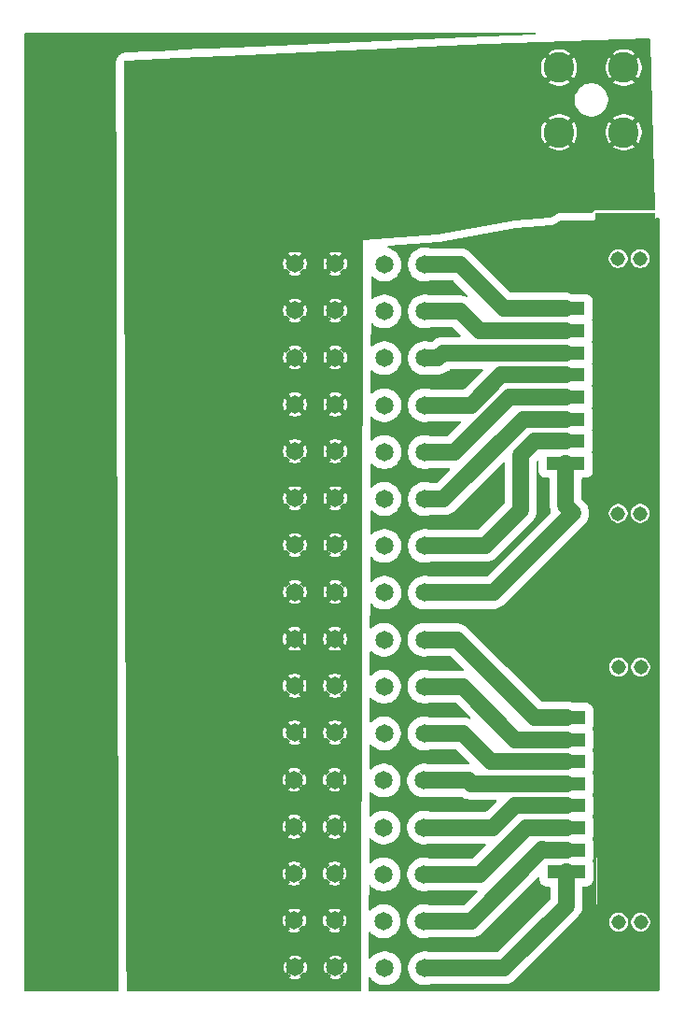
<source format=gbr>
%TF.GenerationSoftware,KiCad,Pcbnew,9.0.0*%
%TF.CreationDate,2025-05-27T23:15:15+02:00*%
%TF.ProjectId,PUTM_EV_PDMv2_PLAN_B_2024,5055544d-5f45-4565-9f50-444d76325f50,1.0*%
%TF.SameCoordinates,Original*%
%TF.FileFunction,Copper,L1,Top*%
%TF.FilePolarity,Positive*%
%FSLAX46Y46*%
G04 Gerber Fmt 4.6, Leading zero omitted, Abs format (unit mm)*
G04 Created by KiCad (PCBNEW 9.0.0) date 2025-05-27 23:15:15*
%MOMM*%
%LPD*%
G01*
G04 APERTURE LIST*
%TA.AperFunction,ComponentPad*%
%ADD10C,1.650000*%
%TD*%
%TA.AperFunction,SMDPad,CuDef*%
%ADD11R,3.500000X1.250000*%
%TD*%
%TA.AperFunction,ComponentPad*%
%ADD12C,1.308000*%
%TD*%
%TA.AperFunction,ComponentPad*%
%ADD13C,0.800000*%
%TD*%
%TA.AperFunction,ComponentPad*%
%ADD14C,6.000000*%
%TD*%
%TA.AperFunction,ComponentPad*%
%ADD15C,2.775000*%
%TD*%
%TA.AperFunction,ViaPad*%
%ADD16C,0.700000*%
%TD*%
%TA.AperFunction,Conductor*%
%ADD17C,1.500000*%
%TD*%
%TA.AperFunction,Conductor*%
%ADD18C,0.800000*%
%TD*%
G04 APERTURE END LIST*
D10*
%TO.P,TSAL/HV_1,1*%
%TO.N,+BATT*%
X145550000Y-139430000D03*
X149210000Y-139430000D03*
%TO.P,TSAL/HV_1,2*%
%TO.N,CAR_FUSE9*%
X153670000Y-139500000D03*
X157330000Y-139500000D03*
%TD*%
%TO.P,BRAKE/IR/AIR_1,1*%
%TO.N,+BATT*%
X145505000Y-118160000D03*
X149165000Y-118160000D03*
%TO.P,BRAKE/IR/AIR_1,2*%
%TO.N,CAR_FUSE14*%
X153625000Y-118230000D03*
X157285000Y-118230000D03*
%TD*%
%TO.P,INVERTER_2,1*%
%TO.N,+BATT*%
X145470000Y-126680000D03*
X149130000Y-126680000D03*
%TO.P,INVERTER_2,2*%
%TO.N,CAR_FUSE12*%
X153590000Y-126750000D03*
X157250000Y-126750000D03*
%TD*%
%TO.P,FAN_1,1*%
%TO.N,+BATT*%
X145530000Y-88410000D03*
X149190000Y-88410000D03*
%TO.P,FAN_1,2*%
%TO.N,CAR_FUSE5*%
X153650000Y-88480000D03*
X157310000Y-88480000D03*
%TD*%
D11*
%TO.P,J5,01,01*%
%TO.N,CAR_FUSE1*%
X170110000Y-93740000D03*
%TO.P,J5,02,02*%
%TO.N,CAR_FUSE2*%
X170110000Y-91740000D03*
%TO.P,J5,03,03*%
%TO.N,CAR_FUSE3*%
X170110000Y-89740000D03*
%TO.P,J5,04,04*%
%TO.N,CAR_FUSE4*%
X170110000Y-87740000D03*
%TO.P,J5,05,05*%
%TO.N,CAR_FUSE5*%
X170110000Y-85740000D03*
%TO.P,J5,06,06*%
%TO.N,CAR_FUSE6*%
X170110000Y-83740000D03*
%TO.P,J5,07,07*%
%TO.N,CAR_FUSE7*%
X170110000Y-81740000D03*
%TO.P,J5,08,08*%
%TO.N,CAR_FUSE8*%
X170110000Y-79740000D03*
D12*
%TO.P,J5,S1*%
%TO.N,N/C*%
X174860000Y-98290000D03*
%TO.P,J5,S2*%
X176860000Y-98290000D03*
%TO.P,J5,S3*%
X174860000Y-75190000D03*
%TO.P,J5,S4*%
X176860000Y-75190000D03*
%TD*%
D13*
%TO.P,REF\u002A\u002A,1*%
%TO.N,N/C*%
X172340990Y-105250000D03*
X173000000Y-103659010D03*
X173000000Y-106840990D03*
%TO.N,GND*%
X174590990Y-103000000D03*
D14*
X174590990Y-105250000D03*
D13*
X174590990Y-107500000D03*
X176181980Y-103659010D03*
X176181980Y-106840990D03*
X176840990Y-105250000D03*
%TD*%
D10*
%TO.P,PC_4,1*%
%TO.N,+BATT*%
X145530000Y-92660000D03*
X149190000Y-92660000D03*
%TO.P,PC_4,2*%
%TO.N,CAR_FUSE4*%
X153650000Y-92730000D03*
X157310000Y-92730000D03*
%TD*%
%TO.P,PUMP_1,1*%
%TO.N,+BATT*%
X145530000Y-84160000D03*
X149190000Y-84160000D03*
%TO.P,PUMP_1,2*%
%TO.N,CAR_FUSE6*%
X153650000Y-84230000D03*
X157310000Y-84230000D03*
%TD*%
%TO.P,INVERTER_1,1*%
%TO.N,+BATT*%
X145470000Y-130930000D03*
X149130000Y-130930000D03*
%TO.P,INVERTER_1,2*%
%TO.N,CAR_FUSE11*%
X153590000Y-131000000D03*
X157250000Y-131000000D03*
%TD*%
%TO.P,PUMP_2,1*%
%TO.N,+BATT*%
X145530000Y-79910000D03*
X149190000Y-79910000D03*
%TO.P,PUMP_2,2*%
%TO.N,CAR_FUSE7*%
X153650000Y-79980000D03*
X157310000Y-79980000D03*
%TD*%
D11*
%TO.P,J8,01,01*%
%TO.N,CAR_FUSE9*%
X170150000Y-130780000D03*
%TO.P,J8,02,02*%
%TO.N,CAR_FUSE10*%
X170150000Y-128780000D03*
%TO.P,J8,03,03*%
%TO.N,CAR_FUSE11*%
X170150000Y-126780000D03*
%TO.P,J8,04,04*%
%TO.N,CAR_FUSE12*%
X170150000Y-124780000D03*
%TO.P,J8,05,05*%
%TO.N,CAR_FUSE13*%
X170150000Y-122780000D03*
%TO.P,J8,06,06*%
%TO.N,CAR_FUSE14*%
X170150000Y-120780000D03*
%TO.P,J8,07,07*%
%TO.N,CAR_FUSE15*%
X170150000Y-118780000D03*
%TO.P,J8,08,08*%
%TO.N,CAR_FUSE16*%
X170150000Y-116780000D03*
D12*
%TO.P,J8,S1*%
%TO.N,N/C*%
X174900000Y-135330000D03*
%TO.P,J8,S2*%
X176900000Y-135330000D03*
%TO.P,J8,S3*%
X174900000Y-112230000D03*
%TO.P,J8,S4*%
X176900000Y-112230000D03*
%TD*%
D15*
%TO.P,J2,1,1*%
%TO.N,+BATT*%
X169500000Y-63750000D03*
%TO.P,J2,2,2*%
X175370000Y-63750000D03*
%TO.P,J2,3,3*%
X175370000Y-57880000D03*
%TO.P,J2,4,4*%
X169500000Y-57880000D03*
%TD*%
D10*
%TO.P,REARBOX/DIAGPORT/BRAKE_L_1,1*%
%TO.N,+BATT*%
X145470000Y-135180000D03*
X149130000Y-135180000D03*
%TO.P,REARBOX/DIAGPORT/BRAKE_L_1,2*%
%TO.N,CAR_FUSE10*%
X153590000Y-135250000D03*
X157250000Y-135250000D03*
%TD*%
%TO.P,SDC/ASMS_1,1*%
%TO.N,+BATT*%
X145505000Y-113910000D03*
X149165000Y-113910000D03*
%TO.P,SDC/ASMS_1,2*%
%TO.N,CAR_FUSE15*%
X153625000Y-113980000D03*
X157285000Y-113980000D03*
%TD*%
D13*
%TO.P,REF\u002A\u002A,1*%
%TO.N,GND*%
X122750000Y-58250000D03*
X123409010Y-56659010D03*
X123409010Y-59840990D03*
X125000000Y-56000000D03*
D14*
X125000000Y-58250000D03*
D13*
X125000000Y-60500000D03*
X126590990Y-56659010D03*
X126590990Y-59840990D03*
X127250000Y-58250000D03*
%TD*%
D10*
%TO.P,PC_3,1*%
%TO.N,+BATT*%
X145530000Y-96910000D03*
X149190000Y-96910000D03*
%TO.P,PC_3,2*%
%TO.N,CAR_FUSE3*%
X153650000Y-96980000D03*
X157310000Y-96980000D03*
%TD*%
D13*
%TO.P,REF\u002A\u002A,1*%
%TO.N,GND*%
X123000000Y-138000000D03*
X123659010Y-136409010D03*
X123659010Y-139590990D03*
X125250000Y-135750000D03*
D14*
X125250000Y-138000000D03*
D13*
X125250000Y-140250000D03*
X126840990Y-136409010D03*
X126840990Y-139590990D03*
X127500000Y-138000000D03*
%TD*%
D10*
%TO.P,PC_1,1*%
%TO.N,+BATT*%
X145530000Y-105410000D03*
X149190000Y-105410000D03*
%TO.P,PC_1,2*%
%TO.N,CAR_FUSE1*%
X153650000Y-105480000D03*
X157310000Y-105480000D03*
%TD*%
%TO.P,FBOX_1,1*%
%TO.N,+BATT*%
X145470000Y-122430000D03*
X149130000Y-122430000D03*
%TO.P,FBOX_1,2*%
%TO.N,CAR_FUSE13*%
X153590000Y-122500000D03*
X157250000Y-122500000D03*
%TD*%
%TO.P,FAN_2,1*%
%TO.N,+BATT*%
X145530000Y-75660000D03*
X149190000Y-75660000D03*
%TO.P,FAN_2,2*%
%TO.N,CAR_FUSE8*%
X153650000Y-75730000D03*
X157310000Y-75730000D03*
%TD*%
%TO.P,DASH_1,1*%
%TO.N,+BATT*%
X145505000Y-109660000D03*
X149165000Y-109660000D03*
%TO.P,DASH_1,2*%
%TO.N,CAR_FUSE16*%
X153625000Y-109730000D03*
X157285000Y-109730000D03*
%TD*%
%TO.P,PC_2,1*%
%TO.N,+BATT*%
X145530000Y-101160000D03*
X149190000Y-101160000D03*
%TO.P,PC_2,2*%
%TO.N,CAR_FUSE2*%
X153650000Y-101230000D03*
X157310000Y-101230000D03*
%TD*%
D16*
%TO.N,CAR_FUSE1*%
X170725000Y-93750000D03*
%TO.N,CAR_FUSE2*%
X170700000Y-91750000D03*
%TO.N,CAR_FUSE3*%
X170725000Y-89750000D03*
%TO.N,CAR_FUSE4*%
X170700000Y-87725000D03*
%TO.N,CAR_FUSE5*%
X170700000Y-85750000D03*
%TO.N,CAR_FUSE6*%
X170725000Y-83750000D03*
%TO.N,CAR_FUSE7*%
X170725000Y-81725000D03*
%TO.N,CAR_FUSE8*%
X170750000Y-79775000D03*
%TO.N,CAR_FUSE9*%
X170650000Y-130725000D03*
%TO.N,CAR_FUSE10*%
X170650000Y-128775000D03*
%TO.N,CAR_FUSE11*%
X170650000Y-126750000D03*
%TO.N,CAR_FUSE12*%
X170680000Y-124750000D03*
%TO.N,CAR_FUSE13*%
X170630000Y-122760000D03*
%TO.N,CAR_FUSE14*%
X170650000Y-120750000D03*
%TO.N,CAR_FUSE15*%
X170650000Y-118750000D03*
%TO.N,CAR_FUSE16*%
X170700000Y-116750000D03*
%TD*%
D17*
%TO.N,CAR_FUSE1*%
X170110000Y-97610000D02*
X170110000Y-93740000D01*
X157310000Y-105480000D02*
X163520000Y-105480000D01*
X170750000Y-98250000D02*
X170110000Y-97610000D01*
X163520000Y-105480000D02*
X170750000Y-98250000D01*
%TO.N,CAR_FUSE2*%
X157310000Y-101230000D02*
X162770000Y-101230000D01*
X166000000Y-93000000D02*
X167260000Y-91740000D01*
X167260000Y-91740000D02*
X170110000Y-91740000D01*
X162770000Y-101230000D02*
X166000000Y-98000000D01*
X166000000Y-98000000D02*
X166000000Y-93000000D01*
%TO.N,CAR_FUSE3*%
X159020000Y-96980000D02*
X166260000Y-89740000D01*
X157310000Y-96980000D02*
X159020000Y-96980000D01*
X166260000Y-89740000D02*
X170110000Y-89740000D01*
%TO.N,CAR_FUSE4*%
X160020000Y-92730000D02*
X165010000Y-87740000D01*
X157310000Y-92730000D02*
X160020000Y-92730000D01*
X165010000Y-87740000D02*
X170110000Y-87740000D01*
D18*
%TO.N,CAR_FUSE5*%
X170110000Y-85740000D02*
X168670000Y-85740000D01*
D17*
X161520000Y-88480000D02*
X164260000Y-85740000D01*
X164260000Y-85740000D02*
X170110000Y-85740000D01*
X157310000Y-88480000D02*
X161520000Y-88480000D01*
D18*
%TO.N,CAR_FUSE6*%
X170110000Y-83740000D02*
X168985000Y-83740000D01*
D17*
X157310000Y-84230000D02*
X158520000Y-84230000D01*
X158520000Y-84230000D02*
X159010000Y-83740000D01*
X159010000Y-83740000D02*
X170110000Y-83740000D01*
%TO.N,CAR_FUSE7*%
X157310000Y-79980000D02*
X160480000Y-79980000D01*
X160480000Y-79980000D02*
X162250000Y-81750000D01*
X162250000Y-81750000D02*
X162260000Y-81740000D01*
D18*
X170110000Y-81740000D02*
X168753000Y-81740000D01*
D17*
X162260000Y-81740000D02*
X170110000Y-81740000D01*
%TO.N,CAR_FUSE8*%
X160480000Y-75730000D02*
X157310000Y-75730000D01*
X164490000Y-79740000D02*
X160480000Y-75730000D01*
X170110000Y-79740000D02*
X164490000Y-79740000D01*
%TO.N,CAR_FUSE9*%
X164500000Y-139500000D02*
X157330000Y-139500000D01*
X170150000Y-130780000D02*
X170150000Y-133850000D01*
X170150000Y-133850000D02*
X164500000Y-139500000D01*
%TO.N,CAR_FUSE10*%
X168030000Y-128780000D02*
X170150000Y-128780000D01*
X168000000Y-128750000D02*
X168030000Y-128780000D01*
X161500000Y-135250000D02*
X168000000Y-128750000D01*
X157250000Y-135250000D02*
X161500000Y-135250000D01*
%TO.N,CAR_FUSE11*%
X166500000Y-126750000D02*
X166530000Y-126780000D01*
X162250000Y-131000000D02*
X166500000Y-126750000D01*
X157250000Y-131000000D02*
X162250000Y-131000000D01*
X166530000Y-126780000D02*
X170150000Y-126780000D01*
%TO.N,CAR_FUSE12*%
X163500000Y-126750000D02*
X165500000Y-124750000D01*
X165530000Y-124780000D02*
X170150000Y-124780000D01*
X157250000Y-126750000D02*
X163500000Y-126750000D01*
X165500000Y-124750000D02*
X165530000Y-124780000D01*
%TO.N,CAR_FUSE13*%
X161530000Y-122780000D02*
X161250000Y-122500000D01*
X170150000Y-122780000D02*
X161530000Y-122780000D01*
X161250000Y-122500000D02*
X157250000Y-122500000D01*
%TO.N,CAR_FUSE14*%
X163280000Y-120780000D02*
X170150000Y-120780000D01*
X157285000Y-118230000D02*
X160730000Y-118230000D01*
X160730000Y-118230000D02*
X163280000Y-120780000D01*
%TO.N,CAR_FUSE15*%
X165530000Y-118780000D02*
X170150000Y-118780000D01*
X157285000Y-113980000D02*
X160730000Y-113980000D01*
X160730000Y-113980000D02*
X165530000Y-118780000D01*
%TO.N,CAR_FUSE16*%
X167280000Y-116780000D02*
X170150000Y-116780000D01*
X157285000Y-109730000D02*
X160230000Y-109730000D01*
X160230000Y-109730000D02*
X167280000Y-116780000D01*
%TD*%
%TA.AperFunction,Conductor*%
%TO.N,GND*%
G36*
X167351543Y-54719407D02*
G01*
X167387507Y-54768907D01*
X167387507Y-54830093D01*
X167351543Y-54879593D01*
X167296706Y-54898443D01*
X162976837Y-55044878D01*
X162972440Y-55045041D01*
X162972222Y-55045050D01*
X162972019Y-55045058D01*
X162970890Y-55045103D01*
X162967291Y-55045258D01*
X139999307Y-56089257D01*
X139998861Y-56089276D01*
X134971689Y-56295067D01*
X134971598Y-56295071D01*
X134968384Y-56295210D01*
X134968289Y-56295214D01*
X134968250Y-56295216D01*
X134968249Y-56295215D01*
X134967583Y-56295245D01*
X134967584Y-56295246D01*
X134966519Y-56295296D01*
X134964300Y-56295403D01*
X134964200Y-56295407D01*
X130082936Y-56539470D01*
X130082927Y-56539471D01*
X129950010Y-56558921D01*
X129950006Y-56558922D01*
X129904361Y-56570124D01*
X129904360Y-56570124D01*
X129749668Y-56627993D01*
X129749664Y-56627995D01*
X129608922Y-56723484D01*
X129608917Y-56723488D01*
X129556258Y-56769392D01*
X129511371Y-56812131D01*
X129409103Y-56948025D01*
X129409101Y-56948029D01*
X129342327Y-57104451D01*
X129342326Y-57104453D01*
X129322843Y-57171544D01*
X129314854Y-57201491D01*
X129294853Y-57370382D01*
X129295986Y-57753214D01*
X129296356Y-57878367D01*
X129304700Y-60698680D01*
X129304858Y-60752113D01*
X129313353Y-63623213D01*
X129313723Y-63748367D01*
X129348720Y-75577477D01*
X129348964Y-75660000D01*
X129462130Y-113910000D01*
X129474460Y-118077477D01*
X129474704Y-118160000D01*
X129487093Y-122347477D01*
X129487337Y-122430000D01*
X129525059Y-135180000D01*
X129537389Y-139347477D01*
X129537633Y-139430000D01*
X129543692Y-141477956D01*
X129544981Y-141489701D01*
X129532534Y-141549607D01*
X129487252Y-141590756D01*
X129446572Y-141599500D01*
X121099500Y-141599500D01*
X121041309Y-141580593D01*
X121005345Y-141531093D01*
X121000500Y-141500500D01*
X121000500Y-54799500D01*
X121019407Y-54741309D01*
X121068907Y-54705345D01*
X121099500Y-54700500D01*
X167293352Y-54700500D01*
X167351543Y-54719407D01*
G37*
%TD.AperFunction*%
%TA.AperFunction,Conductor*%
G36*
X172750000Y-101000000D02*
G01*
X170500000Y-102250000D01*
X170500000Y-108500000D01*
X172750000Y-110000000D01*
X172998815Y-141599500D01*
X152323415Y-141599500D01*
X152265224Y-141580593D01*
X152229260Y-141531093D01*
X152225178Y-141488234D01*
X152226419Y-141478295D01*
X152229992Y-140417687D01*
X152249095Y-140359564D01*
X152298716Y-140323767D01*
X152359901Y-140323973D01*
X152409083Y-140359833D01*
X152506409Y-140493790D01*
X152506411Y-140493792D01*
X152506414Y-140493796D01*
X152676204Y-140663586D01*
X152870464Y-140804724D01*
X153084411Y-140913736D01*
X153312778Y-140987937D01*
X153312779Y-140987937D01*
X153312782Y-140987938D01*
X153549938Y-141025500D01*
X153549941Y-141025500D01*
X153790062Y-141025500D01*
X154027217Y-140987938D01*
X154027218Y-140987937D01*
X154027222Y-140987937D01*
X154255589Y-140913736D01*
X154469536Y-140804724D01*
X154663796Y-140663586D01*
X154833586Y-140493796D01*
X154974724Y-140299536D01*
X155083736Y-140085589D01*
X155157937Y-139857222D01*
X155195500Y-139620059D01*
X155195500Y-139379941D01*
X155195500Y-139379937D01*
X155157938Y-139142782D01*
X155083737Y-138914415D01*
X155083736Y-138914411D01*
X154974724Y-138700464D01*
X154833586Y-138506204D01*
X154663796Y-138336414D01*
X154469536Y-138195276D01*
X154469535Y-138195275D01*
X154469533Y-138195274D01*
X154370560Y-138144845D01*
X154255589Y-138086264D01*
X154255586Y-138086263D01*
X154255584Y-138086262D01*
X154027217Y-138012061D01*
X153790062Y-137974500D01*
X153790059Y-137974500D01*
X153549941Y-137974500D01*
X153549938Y-137974500D01*
X153312782Y-138012061D01*
X153084415Y-138086262D01*
X152870466Y-138195274D01*
X152676205Y-138336413D01*
X152506409Y-138506209D01*
X152415299Y-138631611D01*
X152365799Y-138667575D01*
X152304614Y-138667574D01*
X152255114Y-138631610D01*
X152236207Y-138573419D01*
X152243879Y-136296911D01*
X152262982Y-136238788D01*
X152312603Y-136202991D01*
X152373788Y-136203197D01*
X152422968Y-136239054D01*
X152426409Y-136243790D01*
X152426411Y-136243792D01*
X152426414Y-136243796D01*
X152596204Y-136413586D01*
X152790464Y-136554724D01*
X153004411Y-136663736D01*
X153232778Y-136737937D01*
X153232779Y-136737937D01*
X153232782Y-136737938D01*
X153469938Y-136775500D01*
X153469941Y-136775500D01*
X153710062Y-136775500D01*
X153947217Y-136737938D01*
X153947218Y-136737937D01*
X153947222Y-136737937D01*
X154175589Y-136663736D01*
X154389536Y-136554724D01*
X154583796Y-136413586D01*
X154753586Y-136243796D01*
X154894724Y-136049536D01*
X155003736Y-135835589D01*
X155077937Y-135607222D01*
X155077938Y-135607217D01*
X155115500Y-135370062D01*
X155115500Y-135129937D01*
X155077938Y-134892782D01*
X155051058Y-134810052D01*
X155003736Y-134664411D01*
X154894724Y-134450464D01*
X154753586Y-134256204D01*
X154583796Y-134086414D01*
X154389536Y-133945276D01*
X154389535Y-133945275D01*
X154389533Y-133945274D01*
X154290560Y-133894845D01*
X154175589Y-133836264D01*
X154175586Y-133836263D01*
X154175584Y-133836262D01*
X153947217Y-133762061D01*
X153710062Y-133724500D01*
X153710059Y-133724500D01*
X153469941Y-133724500D01*
X153469938Y-133724500D01*
X153232782Y-133762061D01*
X153004415Y-133836262D01*
X152790466Y-133945274D01*
X152596205Y-134086413D01*
X152426410Y-134256208D01*
X152425245Y-134257573D01*
X152424731Y-134257887D01*
X152423664Y-134258955D01*
X152423407Y-134258698D01*
X152373073Y-134289538D01*
X152312077Y-134284733D01*
X152265554Y-134244994D01*
X152250970Y-134192938D01*
X152252312Y-133794655D01*
X152258143Y-132064194D01*
X152277246Y-132006071D01*
X152326867Y-131970274D01*
X152388052Y-131970480D01*
X152427143Y-131994525D01*
X152596204Y-132163586D01*
X152790464Y-132304724D01*
X153004411Y-132413736D01*
X153232778Y-132487937D01*
X153232779Y-132487937D01*
X153232782Y-132487938D01*
X153469938Y-132525500D01*
X153469941Y-132525500D01*
X153710062Y-132525500D01*
X153947217Y-132487938D01*
X153947218Y-132487937D01*
X153947222Y-132487937D01*
X154175589Y-132413736D01*
X154389536Y-132304724D01*
X154583796Y-132163586D01*
X154753586Y-131993796D01*
X154894724Y-131799536D01*
X155003736Y-131585589D01*
X155077937Y-131357222D01*
X155091622Y-131270820D01*
X155115500Y-131120062D01*
X155115500Y-130879937D01*
X155077938Y-130642782D01*
X155003737Y-130414415D01*
X155003736Y-130414411D01*
X154894724Y-130200464D01*
X154753586Y-130006204D01*
X154583796Y-129836414D01*
X154389536Y-129695276D01*
X154389535Y-129695275D01*
X154389533Y-129695274D01*
X154290560Y-129644845D01*
X154175589Y-129586264D01*
X154175586Y-129586263D01*
X154175584Y-129586262D01*
X153947217Y-129512061D01*
X153710062Y-129474500D01*
X153710059Y-129474500D01*
X153469941Y-129474500D01*
X153469938Y-129474500D01*
X153232782Y-129512061D01*
X153004415Y-129586262D01*
X152790466Y-129695274D01*
X152596201Y-129836416D01*
X152434344Y-129998273D01*
X152379828Y-130026050D01*
X152319396Y-130016479D01*
X152276131Y-129973214D01*
X152265342Y-129927935D01*
X152265553Y-129865391D01*
X152272417Y-127828468D01*
X152291520Y-127770345D01*
X152341141Y-127734548D01*
X152402326Y-127734754D01*
X152441417Y-127758799D01*
X152596204Y-127913586D01*
X152790464Y-128054724D01*
X153004411Y-128163736D01*
X153232778Y-128237937D01*
X153232779Y-128237937D01*
X153232782Y-128237938D01*
X153469938Y-128275500D01*
X153469941Y-128275500D01*
X153710062Y-128275500D01*
X153947217Y-128237938D01*
X153947218Y-128237937D01*
X153947222Y-128237937D01*
X154175589Y-128163736D01*
X154389536Y-128054724D01*
X154583796Y-127913586D01*
X154753586Y-127743796D01*
X154894724Y-127549536D01*
X155003736Y-127335589D01*
X155077937Y-127107222D01*
X155115500Y-126870059D01*
X155115500Y-126629941D01*
X155115500Y-126629937D01*
X155077938Y-126392782D01*
X155003737Y-126164415D01*
X155003736Y-126164411D01*
X154894724Y-125950464D01*
X154753586Y-125756204D01*
X154583796Y-125586414D01*
X154389536Y-125445276D01*
X154389535Y-125445275D01*
X154389533Y-125445274D01*
X154290560Y-125394845D01*
X154175589Y-125336264D01*
X154175586Y-125336263D01*
X154175584Y-125336262D01*
X153947217Y-125262061D01*
X153710062Y-125224500D01*
X153710059Y-125224500D01*
X153469941Y-125224500D01*
X153469938Y-125224500D01*
X153232782Y-125262061D01*
X153004415Y-125336262D01*
X152790466Y-125445274D01*
X152596201Y-125586416D01*
X152448715Y-125733902D01*
X152394199Y-125761679D01*
X152333767Y-125752107D01*
X152290502Y-125708843D01*
X152279713Y-125663564D01*
X152280156Y-125532194D01*
X152286691Y-123592741D01*
X152305794Y-123534619D01*
X152355415Y-123498822D01*
X152416600Y-123499028D01*
X152455691Y-123523073D01*
X152596204Y-123663586D01*
X152790464Y-123804724D01*
X153004411Y-123913736D01*
X153232778Y-123987937D01*
X153232779Y-123987937D01*
X153232782Y-123987938D01*
X153469938Y-124025500D01*
X153469941Y-124025500D01*
X153710062Y-124025500D01*
X153947217Y-123987938D01*
X153947218Y-123987937D01*
X153947222Y-123987937D01*
X154175589Y-123913736D01*
X154389536Y-123804724D01*
X154583796Y-123663586D01*
X154753586Y-123493796D01*
X154894724Y-123299536D01*
X155003736Y-123085589D01*
X155077937Y-122857222D01*
X155115500Y-122620059D01*
X155115500Y-122379941D01*
X155115500Y-122379937D01*
X155724500Y-122379937D01*
X155724500Y-122620062D01*
X155762061Y-122857217D01*
X155762063Y-122857222D01*
X155836264Y-123085589D01*
X155945276Y-123299536D01*
X156086414Y-123493796D01*
X156256204Y-123663586D01*
X156450464Y-123804724D01*
X156664411Y-123913736D01*
X156892778Y-123987937D01*
X156892779Y-123987937D01*
X156892782Y-123987938D01*
X157129938Y-124025500D01*
X157129941Y-124025500D01*
X157370062Y-124025500D01*
X157488640Y-124006718D01*
X157607222Y-123987937D01*
X157676465Y-123965438D01*
X157707531Y-123955345D01*
X157738123Y-123950500D01*
X160641149Y-123950500D01*
X160699340Y-123969407D01*
X160769773Y-124020580D01*
X160871486Y-124072405D01*
X160973201Y-124124231D01*
X161190340Y-124194784D01*
X161190341Y-124194784D01*
X161190344Y-124194785D01*
X161415840Y-124230500D01*
X161415843Y-124230500D01*
X163729176Y-124230500D01*
X163787367Y-124249407D01*
X163823331Y-124298907D01*
X163823331Y-124360093D01*
X163799180Y-124399504D01*
X162928179Y-125270504D01*
X162873662Y-125298281D01*
X162858175Y-125299500D01*
X157738123Y-125299500D01*
X157707531Y-125294655D01*
X157607219Y-125262062D01*
X157370062Y-125224500D01*
X157370059Y-125224500D01*
X157129941Y-125224500D01*
X157129938Y-125224500D01*
X156892782Y-125262061D01*
X156664415Y-125336262D01*
X156450466Y-125445274D01*
X156256205Y-125586413D01*
X156086413Y-125756205D01*
X155945274Y-125950466D01*
X155836262Y-126164415D01*
X155762061Y-126392782D01*
X155724500Y-126629937D01*
X155724500Y-126870062D01*
X155762061Y-127107217D01*
X155762063Y-127107222D01*
X155836264Y-127335589D01*
X155894845Y-127450560D01*
X155936440Y-127532196D01*
X155945276Y-127549536D01*
X156086414Y-127743796D01*
X156256204Y-127913586D01*
X156450464Y-128054724D01*
X156664411Y-128163736D01*
X156892778Y-128237937D01*
X156892779Y-128237937D01*
X156892782Y-128237938D01*
X157129938Y-128275500D01*
X157129941Y-128275500D01*
X157370062Y-128275500D01*
X157488640Y-128256718D01*
X157607222Y-128237937D01*
X157676465Y-128215438D01*
X157707531Y-128205345D01*
X157738123Y-128200500D01*
X162759175Y-128200500D01*
X162817366Y-128219407D01*
X162853330Y-128268907D01*
X162853330Y-128330093D01*
X162829179Y-128369504D01*
X161678179Y-129520504D01*
X161623662Y-129548281D01*
X161608175Y-129549500D01*
X157738123Y-129549500D01*
X157707531Y-129544655D01*
X157607219Y-129512062D01*
X157370062Y-129474500D01*
X157370059Y-129474500D01*
X157129941Y-129474500D01*
X157129938Y-129474500D01*
X156892782Y-129512061D01*
X156664415Y-129586262D01*
X156450466Y-129695274D01*
X156256205Y-129836413D01*
X156086413Y-130006205D01*
X155945274Y-130200466D01*
X155836262Y-130414415D01*
X155762061Y-130642782D01*
X155724500Y-130879937D01*
X155724500Y-131120062D01*
X155762061Y-131357217D01*
X155818916Y-131532196D01*
X155836264Y-131585589D01*
X155945276Y-131799536D01*
X156086414Y-131993796D01*
X156256204Y-132163586D01*
X156450464Y-132304724D01*
X156664411Y-132413736D01*
X156892778Y-132487937D01*
X156892779Y-132487937D01*
X156892782Y-132487938D01*
X157129938Y-132525500D01*
X157129941Y-132525500D01*
X157370062Y-132525500D01*
X157488640Y-132506718D01*
X157607222Y-132487937D01*
X157676465Y-132465438D01*
X157707531Y-132455345D01*
X157738123Y-132450500D01*
X162009175Y-132450500D01*
X162067366Y-132469407D01*
X162103330Y-132518907D01*
X162103330Y-132580093D01*
X162079179Y-132619504D01*
X160928179Y-133770504D01*
X160873662Y-133798281D01*
X160858175Y-133799500D01*
X157738123Y-133799500D01*
X157707531Y-133794655D01*
X157607219Y-133762062D01*
X157370062Y-133724500D01*
X157370059Y-133724500D01*
X157129941Y-133724500D01*
X157129938Y-133724500D01*
X156892782Y-133762061D01*
X156664415Y-133836262D01*
X156450466Y-133945274D01*
X156256205Y-134086413D01*
X156086413Y-134256205D01*
X155945274Y-134450466D01*
X155836262Y-134664415D01*
X155762061Y-134892782D01*
X155724500Y-135129937D01*
X155724500Y-135370062D01*
X155762061Y-135607217D01*
X155775046Y-135647179D01*
X155836264Y-135835589D01*
X155843580Y-135849947D01*
X155940372Y-136039913D01*
X155945276Y-136049536D01*
X156086414Y-136243796D01*
X156256204Y-136413586D01*
X156450464Y-136554724D01*
X156664411Y-136663736D01*
X156892778Y-136737937D01*
X156892779Y-136737937D01*
X156892782Y-136737938D01*
X157129938Y-136775500D01*
X157129941Y-136775500D01*
X157370062Y-136775500D01*
X157488640Y-136756718D01*
X157607222Y-136737937D01*
X157676465Y-136715438D01*
X157707531Y-136705345D01*
X157738123Y-136700500D01*
X161614160Y-136700500D01*
X161839655Y-136664785D01*
X161839656Y-136664784D01*
X161839660Y-136664784D01*
X162056799Y-136594231D01*
X162260228Y-136490579D01*
X162380216Y-136403402D01*
X162444937Y-136356380D01*
X167530496Y-131270819D01*
X167585013Y-131243043D01*
X167645445Y-131252614D01*
X167688710Y-131295879D01*
X167699500Y-131340824D01*
X167699500Y-131461620D01*
X167705913Y-131532194D01*
X167756521Y-131694605D01*
X167756522Y-131694607D01*
X167819953Y-131799533D01*
X167844528Y-131840185D01*
X167964815Y-131960472D01*
X168110394Y-132048478D01*
X168272804Y-132099086D01*
X168343384Y-132105500D01*
X168600500Y-132105500D01*
X168658691Y-132124407D01*
X168694655Y-132173907D01*
X168699500Y-132204500D01*
X168699500Y-133208175D01*
X168680593Y-133266366D01*
X168670504Y-133278179D01*
X163928179Y-138020504D01*
X163873662Y-138048281D01*
X163858175Y-138049500D01*
X157818123Y-138049500D01*
X157787531Y-138044655D01*
X157687219Y-138012062D01*
X157450062Y-137974500D01*
X157450059Y-137974500D01*
X157209941Y-137974500D01*
X157209938Y-137974500D01*
X156972782Y-138012061D01*
X156744415Y-138086262D01*
X156530466Y-138195274D01*
X156336205Y-138336413D01*
X156166413Y-138506205D01*
X156025274Y-138700466D01*
X155916262Y-138914415D01*
X155842061Y-139142782D01*
X155804500Y-139379937D01*
X155804500Y-139620062D01*
X155842061Y-139857217D01*
X155842063Y-139857222D01*
X155916264Y-140085589D01*
X156025276Y-140299536D01*
X156166414Y-140493796D01*
X156336204Y-140663586D01*
X156530464Y-140804724D01*
X156744411Y-140913736D01*
X156972778Y-140987937D01*
X156972779Y-140987937D01*
X156972782Y-140987938D01*
X157209938Y-141025500D01*
X157209941Y-141025500D01*
X157450062Y-141025500D01*
X157568640Y-141006718D01*
X157687222Y-140987937D01*
X157756465Y-140965438D01*
X157787531Y-140955345D01*
X157818123Y-140950500D01*
X164614160Y-140950500D01*
X164839655Y-140914785D01*
X164839656Y-140914784D01*
X164839660Y-140914784D01*
X165056799Y-140844231D01*
X165260228Y-140740579D01*
X165366199Y-140663586D01*
X165444937Y-140606380D01*
X171256380Y-134794937D01*
X171390580Y-134610227D01*
X171451954Y-134489772D01*
X171494231Y-134406799D01*
X171564784Y-134189660D01*
X171564785Y-134189655D01*
X171600500Y-133964160D01*
X171600500Y-132204500D01*
X171619407Y-132146309D01*
X171668907Y-132110345D01*
X171699500Y-132105500D01*
X171956611Y-132105500D01*
X171956616Y-132105500D01*
X172027196Y-132099086D01*
X172189606Y-132048478D01*
X172335185Y-131960472D01*
X172455472Y-131840185D01*
X172543478Y-131694606D01*
X172594086Y-131532196D01*
X172600500Y-131461616D01*
X172600500Y-130098384D01*
X172594086Y-130027804D01*
X172543478Y-129865394D01*
X172522816Y-129831216D01*
X172508892Y-129771638D01*
X172522816Y-129728784D01*
X172543478Y-129694606D01*
X172594086Y-129532196D01*
X172600500Y-129461616D01*
X172600500Y-128098384D01*
X172594086Y-128027804D01*
X172543478Y-127865394D01*
X172522816Y-127831216D01*
X172508892Y-127771638D01*
X172522816Y-127728784D01*
X172543478Y-127694606D01*
X172594086Y-127532196D01*
X172600500Y-127461616D01*
X172600500Y-126098384D01*
X172594086Y-126027804D01*
X172543478Y-125865394D01*
X172522816Y-125831216D01*
X172508892Y-125771638D01*
X172522816Y-125728784D01*
X172543478Y-125694606D01*
X172594086Y-125532196D01*
X172600500Y-125461616D01*
X172600500Y-124098384D01*
X172594086Y-124027804D01*
X172543478Y-123865394D01*
X172522816Y-123831216D01*
X172508892Y-123771638D01*
X172522816Y-123728784D01*
X172543478Y-123694606D01*
X172594086Y-123532196D01*
X172600500Y-123461616D01*
X172600500Y-122098384D01*
X172594086Y-122027804D01*
X172543478Y-121865394D01*
X172522816Y-121831216D01*
X172508892Y-121771638D01*
X172522816Y-121728784D01*
X172543478Y-121694606D01*
X172594086Y-121532196D01*
X172600500Y-121461616D01*
X172600500Y-120098384D01*
X172594086Y-120027804D01*
X172543478Y-119865394D01*
X172522816Y-119831216D01*
X172508892Y-119771638D01*
X172522816Y-119728784D01*
X172543478Y-119694606D01*
X172594086Y-119532196D01*
X172600500Y-119461616D01*
X172600500Y-118098384D01*
X172594086Y-118027804D01*
X172543478Y-117865394D01*
X172522816Y-117831216D01*
X172508892Y-117771638D01*
X172522816Y-117728784D01*
X172543478Y-117694606D01*
X172594086Y-117532196D01*
X172600500Y-117461616D01*
X172600500Y-116098384D01*
X172594086Y-116027804D01*
X172543478Y-115865394D01*
X172455472Y-115719815D01*
X172335185Y-115599528D01*
X172297777Y-115576914D01*
X172189607Y-115511522D01*
X172189605Y-115511521D01*
X172027194Y-115460913D01*
X171956620Y-115454500D01*
X171956616Y-115454500D01*
X170767329Y-115454500D01*
X170722384Y-115443710D01*
X170706799Y-115435769D01*
X170489655Y-115365214D01*
X170264160Y-115329500D01*
X170264157Y-115329500D01*
X167921825Y-115329500D01*
X167863634Y-115310593D01*
X167851821Y-115300504D01*
X164740830Y-112189513D01*
X163080850Y-110529533D01*
X161174937Y-108623620D01*
X161174933Y-108623617D01*
X161174931Y-108623615D01*
X161067954Y-108545893D01*
X161067953Y-108545892D01*
X160990232Y-108489424D01*
X160990227Y-108489420D01*
X160786799Y-108385769D01*
X160569655Y-108315214D01*
X160344160Y-108279500D01*
X160344157Y-108279500D01*
X157773123Y-108279500D01*
X157742531Y-108274655D01*
X157642219Y-108242062D01*
X157405062Y-108204500D01*
X157405059Y-108204500D01*
X157164941Y-108204500D01*
X157164938Y-108204500D01*
X156927782Y-108242061D01*
X156699415Y-108316262D01*
X156485466Y-108425274D01*
X156291205Y-108566413D01*
X156121413Y-108736205D01*
X155980274Y-108930466D01*
X155871262Y-109144415D01*
X155797061Y-109372782D01*
X155759500Y-109609937D01*
X155759500Y-109850062D01*
X155797061Y-110087217D01*
X155797063Y-110087222D01*
X155871264Y-110315589D01*
X155980276Y-110529536D01*
X156121414Y-110723796D01*
X156291204Y-110893586D01*
X156485464Y-111034724D01*
X156699411Y-111143736D01*
X156927778Y-111217937D01*
X156927779Y-111217937D01*
X156927782Y-111217938D01*
X157164938Y-111255500D01*
X157164941Y-111255500D01*
X157405062Y-111255500D01*
X157523640Y-111236718D01*
X157642222Y-111217937D01*
X157711465Y-111195438D01*
X157742531Y-111185345D01*
X157773123Y-111180500D01*
X159588175Y-111180500D01*
X159646366Y-111199407D01*
X159658179Y-111209496D01*
X160809179Y-112360496D01*
X160836956Y-112415013D01*
X160827385Y-112475445D01*
X160784120Y-112518710D01*
X160739175Y-112529500D01*
X157773123Y-112529500D01*
X157742531Y-112524655D01*
X157642219Y-112492062D01*
X157405062Y-112454500D01*
X157405059Y-112454500D01*
X157164941Y-112454500D01*
X157164938Y-112454500D01*
X156927782Y-112492061D01*
X156699415Y-112566262D01*
X156485466Y-112675274D01*
X156291205Y-112816413D01*
X156121413Y-112986205D01*
X155980274Y-113180466D01*
X155871262Y-113394415D01*
X155797061Y-113622782D01*
X155759500Y-113859937D01*
X155759500Y-114100062D01*
X155797061Y-114337217D01*
X155797063Y-114337222D01*
X155871264Y-114565589D01*
X155929845Y-114680560D01*
X155976417Y-114771964D01*
X155980276Y-114779536D01*
X156121414Y-114973796D01*
X156291204Y-115143586D01*
X156485464Y-115284724D01*
X156699411Y-115393736D01*
X156927778Y-115467937D01*
X156927779Y-115467937D01*
X156927782Y-115467938D01*
X157164938Y-115505500D01*
X157164941Y-115505500D01*
X157405062Y-115505500D01*
X157523640Y-115486718D01*
X157642222Y-115467937D01*
X157716785Y-115443710D01*
X157742531Y-115435345D01*
X157773123Y-115430500D01*
X160088175Y-115430500D01*
X160146366Y-115449407D01*
X160158179Y-115459496D01*
X161451679Y-116752996D01*
X161479456Y-116807513D01*
X161469885Y-116867945D01*
X161426620Y-116911210D01*
X161366188Y-116920781D01*
X161336730Y-116911210D01*
X161286799Y-116885769D01*
X161069655Y-116815214D01*
X160844160Y-116779500D01*
X160844157Y-116779500D01*
X157773123Y-116779500D01*
X157742531Y-116774655D01*
X157642219Y-116742062D01*
X157405062Y-116704500D01*
X157405059Y-116704500D01*
X157164941Y-116704500D01*
X157164938Y-116704500D01*
X156927782Y-116742061D01*
X156699415Y-116816262D01*
X156485466Y-116925274D01*
X156291205Y-117066413D01*
X156121413Y-117236205D01*
X155980274Y-117430466D01*
X155871262Y-117644415D01*
X155797061Y-117872782D01*
X155759500Y-118109937D01*
X155759500Y-118350062D01*
X155797061Y-118587217D01*
X155797063Y-118587222D01*
X155871264Y-118815589D01*
X155929845Y-118930560D01*
X155962189Y-118994040D01*
X155980276Y-119029536D01*
X156121414Y-119223796D01*
X156291204Y-119393586D01*
X156485464Y-119534724D01*
X156699411Y-119643736D01*
X156927778Y-119717937D01*
X156927779Y-119717937D01*
X156927782Y-119717938D01*
X157164938Y-119755500D01*
X157164941Y-119755500D01*
X157405062Y-119755500D01*
X157523640Y-119736718D01*
X157642222Y-119717937D01*
X157714030Y-119694605D01*
X157742531Y-119685345D01*
X157773123Y-119680500D01*
X160088175Y-119680500D01*
X160146366Y-119699407D01*
X160158179Y-119709496D01*
X161329179Y-120880496D01*
X161356956Y-120935013D01*
X161347385Y-120995445D01*
X161304120Y-121038710D01*
X161259175Y-121049500D01*
X157738123Y-121049500D01*
X157707531Y-121044655D01*
X157607219Y-121012062D01*
X157370062Y-120974500D01*
X157370059Y-120974500D01*
X157129941Y-120974500D01*
X157129938Y-120974500D01*
X156892782Y-121012061D01*
X156664415Y-121086262D01*
X156450466Y-121195274D01*
X156256205Y-121336413D01*
X156086413Y-121506205D01*
X155945274Y-121700466D01*
X155836262Y-121914415D01*
X155762061Y-122142782D01*
X155724500Y-122379937D01*
X155115500Y-122379937D01*
X155077938Y-122142782D01*
X155063513Y-122098384D01*
X155003736Y-121914411D01*
X154894724Y-121700464D01*
X154753586Y-121506204D01*
X154583796Y-121336414D01*
X154389536Y-121195276D01*
X154389535Y-121195275D01*
X154389533Y-121195274D01*
X154290560Y-121144845D01*
X154175589Y-121086264D01*
X154175586Y-121086263D01*
X154175584Y-121086262D01*
X153947217Y-121012061D01*
X153710062Y-120974500D01*
X153710059Y-120974500D01*
X153469941Y-120974500D01*
X153469938Y-120974500D01*
X153232782Y-121012061D01*
X153004415Y-121086262D01*
X152790466Y-121195274D01*
X152596201Y-121336416D01*
X152463085Y-121469532D01*
X152408569Y-121497309D01*
X152348137Y-121487737D01*
X152304872Y-121444473D01*
X152294083Y-121399197D01*
X152301150Y-119302202D01*
X152320253Y-119244078D01*
X152369874Y-119208281D01*
X152431059Y-119208487D01*
X152470150Y-119232532D01*
X152631204Y-119393586D01*
X152825464Y-119534724D01*
X153039411Y-119643736D01*
X153267778Y-119717937D01*
X153267779Y-119717937D01*
X153267782Y-119717938D01*
X153504938Y-119755500D01*
X153504941Y-119755500D01*
X153745062Y-119755500D01*
X153982217Y-119717938D01*
X153982218Y-119717937D01*
X153982222Y-119717937D01*
X154210589Y-119643736D01*
X154424536Y-119534724D01*
X154618796Y-119393586D01*
X154788586Y-119223796D01*
X154929724Y-119029536D01*
X155038736Y-118815589D01*
X155112937Y-118587222D01*
X155150500Y-118350059D01*
X155150500Y-118109941D01*
X155150500Y-118109937D01*
X155112938Y-117872782D01*
X155110538Y-117865394D01*
X155038736Y-117644411D01*
X154929724Y-117430464D01*
X154788586Y-117236204D01*
X154618796Y-117066414D01*
X154424536Y-116925276D01*
X154424535Y-116925275D01*
X154424533Y-116925274D01*
X154312018Y-116867945D01*
X154210589Y-116816264D01*
X154210586Y-116816263D01*
X154210584Y-116816262D01*
X153982217Y-116742061D01*
X153745062Y-116704500D01*
X153745059Y-116704500D01*
X153504941Y-116704500D01*
X153504938Y-116704500D01*
X153267782Y-116742061D01*
X153039415Y-116816262D01*
X152825466Y-116925274D01*
X152631201Y-117066416D01*
X152477405Y-117220212D01*
X152422889Y-117247989D01*
X152362457Y-117238418D01*
X152319192Y-117195153D01*
X152308403Y-117149877D01*
X152315424Y-115066476D01*
X152334527Y-115008352D01*
X152384148Y-114972555D01*
X152445333Y-114972761D01*
X152484424Y-114996806D01*
X152631204Y-115143586D01*
X152825464Y-115284724D01*
X153039411Y-115393736D01*
X153267778Y-115467937D01*
X153267779Y-115467937D01*
X153267782Y-115467938D01*
X153504938Y-115505500D01*
X153504941Y-115505500D01*
X153745062Y-115505500D01*
X153982217Y-115467938D01*
X153982218Y-115467937D01*
X153982222Y-115467937D01*
X154210589Y-115393736D01*
X154424536Y-115284724D01*
X154618796Y-115143586D01*
X154788586Y-114973796D01*
X154929724Y-114779536D01*
X155038736Y-114565589D01*
X155112937Y-114337222D01*
X155150500Y-114100059D01*
X155150500Y-113859941D01*
X155150500Y-113859937D01*
X155112938Y-113622782D01*
X155100500Y-113584500D01*
X155038736Y-113394411D01*
X154929724Y-113180464D01*
X154788586Y-112986204D01*
X154618796Y-112816414D01*
X154424536Y-112675276D01*
X154424535Y-112675275D01*
X154424533Y-112675274D01*
X154325560Y-112624845D01*
X154210589Y-112566264D01*
X154210586Y-112566263D01*
X154210584Y-112566262D01*
X153982217Y-112492061D01*
X153745062Y-112454500D01*
X153745059Y-112454500D01*
X153504941Y-112454500D01*
X153504938Y-112454500D01*
X153267782Y-112492061D01*
X153039415Y-112566262D01*
X152825466Y-112675274D01*
X152631201Y-112816416D01*
X152491776Y-112955841D01*
X152437260Y-112983618D01*
X152376828Y-112974046D01*
X152333563Y-112930782D01*
X152322774Y-112885506D01*
X152329699Y-110830752D01*
X152348802Y-110772627D01*
X152398423Y-110736830D01*
X152459608Y-110737036D01*
X152498699Y-110761081D01*
X152631204Y-110893586D01*
X152825464Y-111034724D01*
X153039411Y-111143736D01*
X153267778Y-111217937D01*
X153267779Y-111217937D01*
X153267782Y-111217938D01*
X153504938Y-111255500D01*
X153504941Y-111255500D01*
X153745062Y-111255500D01*
X153982217Y-111217938D01*
X153982218Y-111217937D01*
X153982222Y-111217937D01*
X154210589Y-111143736D01*
X154424536Y-111034724D01*
X154618796Y-110893586D01*
X154788586Y-110723796D01*
X154929724Y-110529536D01*
X155038736Y-110315589D01*
X155112937Y-110087222D01*
X155150500Y-109850059D01*
X155150500Y-109609941D01*
X155150500Y-109609937D01*
X155112938Y-109372782D01*
X155038737Y-109144415D01*
X155038736Y-109144411D01*
X154929724Y-108930464D01*
X154788586Y-108736204D01*
X154618796Y-108566414D01*
X154424536Y-108425276D01*
X154424535Y-108425275D01*
X154424533Y-108425274D01*
X154325560Y-108374845D01*
X154210589Y-108316264D01*
X154210586Y-108316263D01*
X154210584Y-108316262D01*
X153982217Y-108242061D01*
X153745062Y-108204500D01*
X153745059Y-108204500D01*
X153504941Y-108204500D01*
X153504938Y-108204500D01*
X153267782Y-108242061D01*
X153039415Y-108316262D01*
X152825466Y-108425274D01*
X152631201Y-108566416D01*
X152506147Y-108691470D01*
X152451631Y-108719247D01*
X152391199Y-108709675D01*
X152347934Y-108666411D01*
X152337145Y-108621134D01*
X152344057Y-106570110D01*
X152363160Y-106511985D01*
X152412781Y-106476188D01*
X152473966Y-106476394D01*
X152513057Y-106500439D01*
X152656204Y-106643586D01*
X152850464Y-106784724D01*
X153064411Y-106893736D01*
X153292778Y-106967937D01*
X153292779Y-106967937D01*
X153292782Y-106967938D01*
X153529938Y-107005500D01*
X153529941Y-107005500D01*
X153770062Y-107005500D01*
X154007217Y-106967938D01*
X154007218Y-106967937D01*
X154007222Y-106967937D01*
X154235589Y-106893736D01*
X154449536Y-106784724D01*
X154643796Y-106643586D01*
X154813586Y-106473796D01*
X154954724Y-106279536D01*
X155063736Y-106065589D01*
X155137937Y-105837222D01*
X155146552Y-105782832D01*
X155175500Y-105600062D01*
X155175500Y-105359937D01*
X155137938Y-105122782D01*
X155127123Y-105089495D01*
X155063736Y-104894411D01*
X154954724Y-104680464D01*
X154813586Y-104486204D01*
X154643796Y-104316414D01*
X154449536Y-104175276D01*
X154449535Y-104175275D01*
X154449533Y-104175274D01*
X154350560Y-104124845D01*
X154235589Y-104066264D01*
X154235586Y-104066263D01*
X154235584Y-104066262D01*
X154007217Y-103992061D01*
X153770062Y-103954500D01*
X153770059Y-103954500D01*
X153529941Y-103954500D01*
X153529938Y-103954500D01*
X153292782Y-103992061D01*
X153064415Y-104066262D01*
X152850466Y-104175274D01*
X152656201Y-104316416D01*
X152520433Y-104452184D01*
X152465917Y-104479961D01*
X152405485Y-104470389D01*
X152362220Y-104427125D01*
X152351431Y-104381846D01*
X152351652Y-104316413D01*
X152358331Y-102334383D01*
X152377434Y-102276259D01*
X152427055Y-102240462D01*
X152488240Y-102240668D01*
X152527331Y-102264713D01*
X152656204Y-102393586D01*
X152850464Y-102534724D01*
X153064411Y-102643736D01*
X153292778Y-102717937D01*
X153292779Y-102717937D01*
X153292782Y-102717938D01*
X153529938Y-102755500D01*
X153529941Y-102755500D01*
X153770062Y-102755500D01*
X154007217Y-102717938D01*
X154007218Y-102717937D01*
X154007222Y-102717937D01*
X154235589Y-102643736D01*
X154449536Y-102534724D01*
X154643796Y-102393586D01*
X154813586Y-102223796D01*
X154954724Y-102029536D01*
X155063736Y-101815589D01*
X155137937Y-101587222D01*
X155175500Y-101350059D01*
X155175500Y-101109941D01*
X155175500Y-101109937D01*
X155137938Y-100872782D01*
X155063737Y-100644415D01*
X155063736Y-100644411D01*
X154954724Y-100430464D01*
X154813586Y-100236204D01*
X154643796Y-100066414D01*
X154449536Y-99925276D01*
X154449535Y-99925275D01*
X154449533Y-99925274D01*
X154350560Y-99874845D01*
X154235589Y-99816264D01*
X154235586Y-99816263D01*
X154235584Y-99816262D01*
X154007217Y-99742061D01*
X153770062Y-99704500D01*
X153770059Y-99704500D01*
X153529941Y-99704500D01*
X153529938Y-99704500D01*
X153292782Y-99742061D01*
X153064415Y-99816262D01*
X152850466Y-99925274D01*
X152656201Y-100066416D01*
X152534804Y-100187813D01*
X152480288Y-100215590D01*
X152419856Y-100206018D01*
X152376591Y-100162754D01*
X152365802Y-100117475D01*
X152367730Y-99545263D01*
X152372605Y-98098656D01*
X152391708Y-98040533D01*
X152441329Y-98004736D01*
X152502514Y-98004942D01*
X152541605Y-98028987D01*
X152656204Y-98143586D01*
X152850464Y-98284724D01*
X153064411Y-98393736D01*
X153292778Y-98467937D01*
X153292779Y-98467937D01*
X153292782Y-98467938D01*
X153529938Y-98505500D01*
X153529941Y-98505500D01*
X153770062Y-98505500D01*
X154007217Y-98467938D01*
X154007218Y-98467937D01*
X154007222Y-98467937D01*
X154235589Y-98393736D01*
X154449536Y-98284724D01*
X154643796Y-98143586D01*
X154813586Y-97973796D01*
X154954724Y-97779536D01*
X155063736Y-97565589D01*
X155137937Y-97337222D01*
X155140245Y-97322650D01*
X155175500Y-97100062D01*
X155175500Y-96859937D01*
X155137938Y-96622782D01*
X155063737Y-96394415D01*
X155063736Y-96394411D01*
X154954724Y-96180464D01*
X154813586Y-95986204D01*
X154643796Y-95816414D01*
X154449536Y-95675276D01*
X154449535Y-95675275D01*
X154449533Y-95675274D01*
X154350560Y-95624845D01*
X154235589Y-95566264D01*
X154235586Y-95566263D01*
X154235584Y-95566262D01*
X154007217Y-95492061D01*
X153770062Y-95454500D01*
X153770059Y-95454500D01*
X153529941Y-95454500D01*
X153529938Y-95454500D01*
X153292782Y-95492061D01*
X153064415Y-95566262D01*
X152850466Y-95675274D01*
X152656201Y-95816416D01*
X152549174Y-95923443D01*
X152494658Y-95951220D01*
X152434226Y-95941648D01*
X152390961Y-95898384D01*
X152380172Y-95853108D01*
X152386879Y-93862930D01*
X152405982Y-93804807D01*
X152455603Y-93769010D01*
X152516788Y-93769216D01*
X152555879Y-93793261D01*
X152656204Y-93893586D01*
X152850464Y-94034724D01*
X153064411Y-94143736D01*
X153292778Y-94217937D01*
X153292779Y-94217937D01*
X153292782Y-94217938D01*
X153529938Y-94255500D01*
X153529941Y-94255500D01*
X153770062Y-94255500D01*
X154007217Y-94217938D01*
X154007218Y-94217937D01*
X154007222Y-94217937D01*
X154235589Y-94143736D01*
X154449536Y-94034724D01*
X154643796Y-93893586D01*
X154813586Y-93723796D01*
X154954724Y-93529536D01*
X155063736Y-93315589D01*
X155137937Y-93087222D01*
X155142504Y-93058388D01*
X155175500Y-92850062D01*
X155175500Y-92609937D01*
X155137938Y-92372782D01*
X155063737Y-92144415D01*
X155063736Y-92144411D01*
X154954724Y-91930464D01*
X154813586Y-91736204D01*
X154643796Y-91566414D01*
X154449536Y-91425276D01*
X154449535Y-91425275D01*
X154449533Y-91425274D01*
X154350560Y-91374845D01*
X154235589Y-91316264D01*
X154235586Y-91316263D01*
X154235584Y-91316262D01*
X154007217Y-91242061D01*
X153770062Y-91204500D01*
X153770059Y-91204500D01*
X153529941Y-91204500D01*
X153529938Y-91204500D01*
X153292782Y-91242061D01*
X153064415Y-91316262D01*
X152850466Y-91425274D01*
X152656201Y-91566416D01*
X152563545Y-91659072D01*
X152509028Y-91686849D01*
X152448596Y-91677277D01*
X152405332Y-91634013D01*
X152394543Y-91588734D01*
X152401153Y-89627204D01*
X152420256Y-89569081D01*
X152469877Y-89533284D01*
X152531062Y-89533490D01*
X152570153Y-89557535D01*
X152656204Y-89643586D01*
X152850464Y-89784724D01*
X153064411Y-89893736D01*
X153292778Y-89967937D01*
X153292779Y-89967937D01*
X153292782Y-89967938D01*
X153529938Y-90005500D01*
X153529941Y-90005500D01*
X153770062Y-90005500D01*
X154007217Y-89967938D01*
X154007218Y-89967937D01*
X154007222Y-89967937D01*
X154235589Y-89893736D01*
X154449536Y-89784724D01*
X154643796Y-89643586D01*
X154813586Y-89473796D01*
X154954724Y-89279536D01*
X155063736Y-89065589D01*
X155137937Y-88837222D01*
X155137938Y-88837217D01*
X155175500Y-88600062D01*
X155175500Y-88359937D01*
X155137938Y-88122782D01*
X155063737Y-87894415D01*
X155063736Y-87894411D01*
X154954724Y-87680464D01*
X154813586Y-87486204D01*
X154643796Y-87316414D01*
X154449536Y-87175276D01*
X154449535Y-87175275D01*
X154449533Y-87175274D01*
X154350560Y-87124845D01*
X154235589Y-87066264D01*
X154235586Y-87066263D01*
X154235584Y-87066262D01*
X154007217Y-86992061D01*
X153770062Y-86954500D01*
X153770059Y-86954500D01*
X153529941Y-86954500D01*
X153529938Y-86954500D01*
X153292782Y-86992061D01*
X153064415Y-87066262D01*
X152850466Y-87175274D01*
X152656201Y-87316416D01*
X152577916Y-87394701D01*
X152523399Y-87422478D01*
X152462967Y-87412906D01*
X152419703Y-87369642D01*
X152408914Y-87324363D01*
X152410160Y-86954500D01*
X152415427Y-85391478D01*
X152434530Y-85333355D01*
X152484151Y-85297558D01*
X152545336Y-85297764D01*
X152584427Y-85321809D01*
X152656204Y-85393586D01*
X152850464Y-85534724D01*
X153064411Y-85643736D01*
X153292778Y-85717937D01*
X153292779Y-85717937D01*
X153292782Y-85717938D01*
X153529938Y-85755500D01*
X153529941Y-85755500D01*
X153770062Y-85755500D01*
X154007217Y-85717938D01*
X154007218Y-85717937D01*
X154007222Y-85717937D01*
X154235589Y-85643736D01*
X154449536Y-85534724D01*
X154643796Y-85393586D01*
X154813586Y-85223796D01*
X154954724Y-85029536D01*
X155063736Y-84815589D01*
X155137937Y-84587222D01*
X155164166Y-84421620D01*
X155175500Y-84350062D01*
X155175500Y-84109937D01*
X155137938Y-83872782D01*
X155063737Y-83644415D01*
X155063736Y-83644411D01*
X154954724Y-83430464D01*
X154813586Y-83236204D01*
X154643796Y-83066414D01*
X154449536Y-82925276D01*
X154449535Y-82925275D01*
X154449533Y-82925274D01*
X154350560Y-82874845D01*
X154235589Y-82816264D01*
X154235586Y-82816263D01*
X154235584Y-82816262D01*
X154007217Y-82742061D01*
X153770062Y-82704500D01*
X153770059Y-82704500D01*
X153529941Y-82704500D01*
X153529938Y-82704500D01*
X153292782Y-82742061D01*
X153064415Y-82816262D01*
X152850466Y-82925274D01*
X152656201Y-83066416D01*
X152592286Y-83130331D01*
X152537769Y-83158108D01*
X152477337Y-83148536D01*
X152434073Y-83105271D01*
X152423284Y-83059996D01*
X152429702Y-81155753D01*
X152448805Y-81097630D01*
X152498426Y-81061833D01*
X152559611Y-81062039D01*
X152598702Y-81086084D01*
X152656204Y-81143586D01*
X152850464Y-81284724D01*
X153064411Y-81393736D01*
X153292778Y-81467937D01*
X153292779Y-81467937D01*
X153292782Y-81467938D01*
X153529938Y-81505500D01*
X153529941Y-81505500D01*
X153770062Y-81505500D01*
X154007217Y-81467938D01*
X154007218Y-81467937D01*
X154007222Y-81467937D01*
X154235589Y-81393736D01*
X154449536Y-81284724D01*
X154643796Y-81143586D01*
X154813586Y-80973796D01*
X154954724Y-80779536D01*
X155063736Y-80565589D01*
X155137937Y-80337222D01*
X155137938Y-80337217D01*
X155175500Y-80100062D01*
X155175500Y-79859937D01*
X155137938Y-79622782D01*
X155063737Y-79394415D01*
X155063736Y-79394411D01*
X154954724Y-79180464D01*
X154813586Y-78986204D01*
X154643796Y-78816414D01*
X154449536Y-78675276D01*
X154449535Y-78675275D01*
X154449533Y-78675274D01*
X154337018Y-78617945D01*
X154235589Y-78566264D01*
X154235586Y-78566263D01*
X154235584Y-78566262D01*
X154007217Y-78492061D01*
X153770062Y-78454500D01*
X153770059Y-78454500D01*
X153529941Y-78454500D01*
X153529938Y-78454500D01*
X153292782Y-78492061D01*
X153064415Y-78566262D01*
X152850466Y-78675274D01*
X152656201Y-78816416D01*
X152606658Y-78865959D01*
X152552141Y-78893736D01*
X152491709Y-78884164D01*
X152448445Y-78840899D01*
X152437656Y-78795621D01*
X152437760Y-78764870D01*
X152443976Y-76920027D01*
X152463079Y-76861904D01*
X152512700Y-76826107D01*
X152573885Y-76826313D01*
X152612976Y-76850358D01*
X152656204Y-76893586D01*
X152850464Y-77034724D01*
X153064411Y-77143736D01*
X153292778Y-77217937D01*
X153292779Y-77217937D01*
X153292782Y-77217938D01*
X153529938Y-77255500D01*
X153529941Y-77255500D01*
X153770062Y-77255500D01*
X154007217Y-77217938D01*
X154007218Y-77217937D01*
X154007222Y-77217937D01*
X154235589Y-77143736D01*
X154449536Y-77034724D01*
X154643796Y-76893586D01*
X154813586Y-76723796D01*
X154954724Y-76529536D01*
X155063736Y-76315589D01*
X155137937Y-76087222D01*
X155140286Y-76072391D01*
X155175500Y-75850062D01*
X155175500Y-75609937D01*
X155784500Y-75609937D01*
X155784500Y-75850062D01*
X155822061Y-76087217D01*
X155850764Y-76175554D01*
X155896264Y-76315589D01*
X155913017Y-76348468D01*
X155995906Y-76511148D01*
X156005276Y-76529536D01*
X156146414Y-76723796D01*
X156316204Y-76893586D01*
X156510464Y-77034724D01*
X156724411Y-77143736D01*
X156952778Y-77217937D01*
X156952779Y-77217937D01*
X156952782Y-77217938D01*
X157189938Y-77255500D01*
X157189941Y-77255500D01*
X157430062Y-77255500D01*
X157548640Y-77236718D01*
X157667222Y-77217937D01*
X157736465Y-77195438D01*
X157767531Y-77185345D01*
X157798123Y-77180500D01*
X159838175Y-77180500D01*
X159896366Y-77199407D01*
X159908179Y-77209496D01*
X161201679Y-78502996D01*
X161229456Y-78557513D01*
X161219885Y-78617945D01*
X161176620Y-78661210D01*
X161116188Y-78670781D01*
X161086730Y-78661210D01*
X161036799Y-78635769D01*
X160819655Y-78565214D01*
X160594160Y-78529500D01*
X160594157Y-78529500D01*
X157798123Y-78529500D01*
X157767531Y-78524655D01*
X157667219Y-78492062D01*
X157430062Y-78454500D01*
X157430059Y-78454500D01*
X157189941Y-78454500D01*
X157189938Y-78454500D01*
X156952782Y-78492061D01*
X156724415Y-78566262D01*
X156510466Y-78675274D01*
X156316205Y-78816413D01*
X156146413Y-78986205D01*
X156005274Y-79180466D01*
X155896262Y-79394415D01*
X155822061Y-79622782D01*
X155784500Y-79859937D01*
X155784500Y-80100062D01*
X155822061Y-80337217D01*
X155849486Y-80421620D01*
X155896264Y-80565589D01*
X155941620Y-80654605D01*
X155980870Y-80731638D01*
X156005276Y-80779536D01*
X156146414Y-80973796D01*
X156316204Y-81143586D01*
X156510464Y-81284724D01*
X156724411Y-81393736D01*
X156952778Y-81467937D01*
X156952779Y-81467937D01*
X156952782Y-81467938D01*
X157189938Y-81505500D01*
X157189941Y-81505500D01*
X157430062Y-81505500D01*
X157548640Y-81486718D01*
X157667222Y-81467937D01*
X157736465Y-81445438D01*
X157767531Y-81435345D01*
X157798123Y-81430500D01*
X159838175Y-81430500D01*
X159896366Y-81449407D01*
X159908179Y-81459496D01*
X160569179Y-82120496D01*
X160596956Y-82175013D01*
X160587385Y-82235445D01*
X160544120Y-82278710D01*
X160499175Y-82289500D01*
X158895840Y-82289500D01*
X158670344Y-82325214D01*
X158453200Y-82395769D01*
X158349550Y-82448581D01*
X158249775Y-82499418D01*
X158065060Y-82633622D01*
X157948178Y-82750504D01*
X157941061Y-82754129D01*
X157936366Y-82760593D01*
X157914316Y-82767757D01*
X157893662Y-82778281D01*
X157878175Y-82779500D01*
X157798123Y-82779500D01*
X157767531Y-82774655D01*
X157667219Y-82742062D01*
X157430062Y-82704500D01*
X157430059Y-82704500D01*
X157189941Y-82704500D01*
X157189938Y-82704500D01*
X156952782Y-82742061D01*
X156724415Y-82816262D01*
X156510466Y-82925274D01*
X156316205Y-83066413D01*
X156146413Y-83236205D01*
X156005274Y-83430466D01*
X155896262Y-83644415D01*
X155822061Y-83872782D01*
X155784500Y-84109937D01*
X155784500Y-84350062D01*
X155822061Y-84587217D01*
X155871704Y-84740000D01*
X155896264Y-84815589D01*
X156005276Y-85029536D01*
X156146414Y-85223796D01*
X156316204Y-85393586D01*
X156510464Y-85534724D01*
X156724411Y-85643736D01*
X156952778Y-85717937D01*
X156952779Y-85717937D01*
X156952782Y-85717938D01*
X157189938Y-85755500D01*
X157189941Y-85755500D01*
X157430062Y-85755500D01*
X157548640Y-85736718D01*
X157667222Y-85717937D01*
X157736465Y-85695438D01*
X157767531Y-85685345D01*
X157798123Y-85680500D01*
X158634160Y-85680500D01*
X158859655Y-85644785D01*
X158859656Y-85644784D01*
X158859660Y-85644784D01*
X159076799Y-85574231D01*
X159280228Y-85470579D01*
X159386199Y-85393586D01*
X159464937Y-85336380D01*
X159542410Y-85258907D01*
X159581822Y-85219496D01*
X159636338Y-85191719D01*
X159651825Y-85190500D01*
X162519176Y-85190500D01*
X162577367Y-85209407D01*
X162613331Y-85258907D01*
X162613331Y-85320093D01*
X162589180Y-85359504D01*
X160948179Y-87000504D01*
X160893662Y-87028281D01*
X160878175Y-87029500D01*
X157798123Y-87029500D01*
X157767531Y-87024655D01*
X157667219Y-86992062D01*
X157430062Y-86954500D01*
X157430059Y-86954500D01*
X157189941Y-86954500D01*
X157189938Y-86954500D01*
X156952782Y-86992061D01*
X156724415Y-87066262D01*
X156510466Y-87175274D01*
X156316205Y-87316413D01*
X156146413Y-87486205D01*
X156005274Y-87680466D01*
X155896262Y-87894415D01*
X155822061Y-88122782D01*
X155784500Y-88359937D01*
X155784500Y-88600062D01*
X155822061Y-88837217D01*
X155822063Y-88837222D01*
X155896264Y-89065589D01*
X156005276Y-89279536D01*
X156146414Y-89473796D01*
X156316204Y-89643586D01*
X156510464Y-89784724D01*
X156724411Y-89893736D01*
X156952778Y-89967937D01*
X156952779Y-89967937D01*
X156952782Y-89967938D01*
X157189938Y-90005500D01*
X157189941Y-90005500D01*
X157430062Y-90005500D01*
X157548640Y-89986718D01*
X157667222Y-89967937D01*
X157736465Y-89945438D01*
X157767531Y-89935345D01*
X157798123Y-89930500D01*
X160529175Y-89930500D01*
X160587366Y-89949407D01*
X160623330Y-89998907D01*
X160623330Y-90060093D01*
X160599179Y-90099504D01*
X159448179Y-91250504D01*
X159393662Y-91278281D01*
X159378175Y-91279500D01*
X157798123Y-91279500D01*
X157767531Y-91274655D01*
X157667219Y-91242062D01*
X157430062Y-91204500D01*
X157430059Y-91204500D01*
X157189941Y-91204500D01*
X157189938Y-91204500D01*
X156952782Y-91242061D01*
X156724415Y-91316262D01*
X156510466Y-91425274D01*
X156316205Y-91566413D01*
X156146413Y-91736205D01*
X156005274Y-91930466D01*
X155896262Y-92144415D01*
X155822061Y-92372782D01*
X155784500Y-92609937D01*
X155784500Y-92850062D01*
X155822061Y-93087217D01*
X155822063Y-93087222D01*
X155896264Y-93315589D01*
X156005276Y-93529536D01*
X156146414Y-93723796D01*
X156316204Y-93893586D01*
X156510464Y-94034724D01*
X156724411Y-94143736D01*
X156952778Y-94217937D01*
X156952779Y-94217937D01*
X156952782Y-94217938D01*
X157189938Y-94255500D01*
X157189941Y-94255500D01*
X157430062Y-94255500D01*
X157548640Y-94236718D01*
X157667222Y-94217937D01*
X157736465Y-94195438D01*
X157767531Y-94185345D01*
X157798123Y-94180500D01*
X159529175Y-94180500D01*
X159587366Y-94199407D01*
X159623330Y-94248907D01*
X159623330Y-94310093D01*
X159599179Y-94349504D01*
X158448179Y-95500504D01*
X158393662Y-95528281D01*
X158378175Y-95529500D01*
X157798123Y-95529500D01*
X157767531Y-95524655D01*
X157667219Y-95492062D01*
X157430062Y-95454500D01*
X157430059Y-95454500D01*
X157189941Y-95454500D01*
X157189938Y-95454500D01*
X156952782Y-95492061D01*
X156724415Y-95566262D01*
X156510466Y-95675274D01*
X156316205Y-95816413D01*
X156146413Y-95986205D01*
X156005274Y-96180466D01*
X155896262Y-96394415D01*
X155822061Y-96622782D01*
X155784500Y-96859937D01*
X155784500Y-97100062D01*
X155822061Y-97337217D01*
X155871631Y-97489775D01*
X155896264Y-97565589D01*
X155954845Y-97680560D01*
X156000443Y-97770052D01*
X156005276Y-97779536D01*
X156146414Y-97973796D01*
X156316204Y-98143586D01*
X156510464Y-98284724D01*
X156724411Y-98393736D01*
X156952778Y-98467937D01*
X156952779Y-98467937D01*
X156952782Y-98467938D01*
X157189938Y-98505500D01*
X157189941Y-98505500D01*
X157430062Y-98505500D01*
X157548640Y-98486718D01*
X157667222Y-98467937D01*
X157736465Y-98445438D01*
X157767531Y-98435345D01*
X157798123Y-98430500D01*
X159134160Y-98430500D01*
X159359655Y-98394785D01*
X159359656Y-98394784D01*
X159359660Y-98394784D01*
X159576799Y-98324231D01*
X159780228Y-98220579D01*
X159886199Y-98143586D01*
X159964937Y-98086380D01*
X164380496Y-93670819D01*
X164435013Y-93643043D01*
X164495445Y-93652614D01*
X164538710Y-93695879D01*
X164549500Y-93740824D01*
X164549500Y-97358175D01*
X164530593Y-97416366D01*
X164520504Y-97428179D01*
X162198179Y-99750504D01*
X162143662Y-99778281D01*
X162128175Y-99779500D01*
X157798123Y-99779500D01*
X157767531Y-99774655D01*
X157667219Y-99742062D01*
X157430062Y-99704500D01*
X157430059Y-99704500D01*
X157189941Y-99704500D01*
X157189938Y-99704500D01*
X156952782Y-99742061D01*
X156724415Y-99816262D01*
X156510466Y-99925274D01*
X156316205Y-100066413D01*
X156146413Y-100236205D01*
X156005274Y-100430466D01*
X155896262Y-100644415D01*
X155822061Y-100872782D01*
X155784500Y-101109937D01*
X155784500Y-101350062D01*
X155822061Y-101587217D01*
X155822063Y-101587222D01*
X155896264Y-101815589D01*
X156005276Y-102029536D01*
X156146414Y-102223796D01*
X156316204Y-102393586D01*
X156510464Y-102534724D01*
X156724411Y-102643736D01*
X156952778Y-102717937D01*
X156952779Y-102717937D01*
X156952782Y-102717938D01*
X157189938Y-102755500D01*
X157189941Y-102755500D01*
X157430062Y-102755500D01*
X157548640Y-102736718D01*
X157667222Y-102717937D01*
X157736465Y-102695438D01*
X157767531Y-102685345D01*
X157798123Y-102680500D01*
X162884160Y-102680500D01*
X163109655Y-102644785D01*
X163109656Y-102644784D01*
X163109660Y-102644784D01*
X163326799Y-102574231D01*
X163530228Y-102470579D01*
X163636199Y-102393586D01*
X163714937Y-102336380D01*
X167106380Y-98944937D01*
X167184106Y-98837954D01*
X167240579Y-98760228D01*
X167344231Y-98556799D01*
X167414784Y-98339660D01*
X167433442Y-98221859D01*
X167450500Y-98114160D01*
X167450500Y-93641825D01*
X167452968Y-93634227D01*
X167451719Y-93626338D01*
X167462243Y-93605682D01*
X167469407Y-93583634D01*
X167479496Y-93571821D01*
X167490496Y-93560821D01*
X167545013Y-93533044D01*
X167605445Y-93542615D01*
X167648710Y-93585880D01*
X167659500Y-93630825D01*
X167659500Y-94421620D01*
X167665913Y-94492194D01*
X167716521Y-94654605D01*
X167716522Y-94654607D01*
X167781914Y-94762777D01*
X167804528Y-94800185D01*
X167924815Y-94920472D01*
X168070394Y-95008478D01*
X168232804Y-95059086D01*
X168303384Y-95065500D01*
X168560500Y-95065500D01*
X168618691Y-95084407D01*
X168654655Y-95133907D01*
X168659500Y-95164500D01*
X168659500Y-97724160D01*
X168695214Y-97949655D01*
X168750973Y-98121262D01*
X168750973Y-98182448D01*
X168726822Y-98221859D01*
X162948179Y-104000504D01*
X162893662Y-104028281D01*
X162878175Y-104029500D01*
X157798123Y-104029500D01*
X157767531Y-104024655D01*
X157667219Y-103992062D01*
X157430062Y-103954500D01*
X157430059Y-103954500D01*
X157189941Y-103954500D01*
X157189938Y-103954500D01*
X156952782Y-103992061D01*
X156724415Y-104066262D01*
X156510466Y-104175274D01*
X156316205Y-104316413D01*
X156146413Y-104486205D01*
X156005274Y-104680466D01*
X155896262Y-104894415D01*
X155822061Y-105122782D01*
X155784500Y-105359937D01*
X155784500Y-105600062D01*
X155822061Y-105837217D01*
X155875465Y-106001575D01*
X155896264Y-106065589D01*
X155908404Y-106089414D01*
X156005038Y-106279070D01*
X156005276Y-106279536D01*
X156146414Y-106473796D01*
X156316204Y-106643586D01*
X156510464Y-106784724D01*
X156724411Y-106893736D01*
X156952778Y-106967937D01*
X156952779Y-106967937D01*
X156952782Y-106967938D01*
X157189938Y-107005500D01*
X157189941Y-107005500D01*
X157430062Y-107005500D01*
X157548640Y-106986718D01*
X157667222Y-106967937D01*
X157736465Y-106945438D01*
X157767531Y-106935345D01*
X157798123Y-106930500D01*
X163634160Y-106930500D01*
X163859655Y-106894785D01*
X163859656Y-106894784D01*
X163859660Y-106894784D01*
X164076799Y-106824231D01*
X164280228Y-106720579D01*
X164386199Y-106643586D01*
X164464937Y-106586380D01*
X171856380Y-99194937D01*
X171990579Y-99010228D01*
X172094231Y-98806799D01*
X172123610Y-98716379D01*
X172164784Y-98589660D01*
X172189225Y-98435345D01*
X172200500Y-98364160D01*
X172200500Y-98135839D01*
X172164785Y-97910345D01*
X172134927Y-97818452D01*
X172094231Y-97693202D01*
X171990579Y-97489773D01*
X171856380Y-97305063D01*
X171808158Y-97256841D01*
X171589496Y-97038178D01*
X171561719Y-96983662D01*
X171560500Y-96968175D01*
X171560500Y-95164500D01*
X171579407Y-95106309D01*
X171628907Y-95070345D01*
X171659500Y-95065500D01*
X171916611Y-95065500D01*
X171916616Y-95065500D01*
X171987196Y-95059086D01*
X172149606Y-95008478D01*
X172295185Y-94920472D01*
X172415472Y-94800185D01*
X172503478Y-94654606D01*
X172554086Y-94492196D01*
X172560500Y-94421616D01*
X172560500Y-93058384D01*
X172554086Y-92987804D01*
X172503478Y-92825394D01*
X172482816Y-92791216D01*
X172468892Y-92731638D01*
X172482816Y-92688784D01*
X172503478Y-92654606D01*
X172554086Y-92492196D01*
X172560500Y-92421616D01*
X172560500Y-91058384D01*
X172554086Y-90987804D01*
X172503478Y-90825394D01*
X172482816Y-90791216D01*
X172468892Y-90731638D01*
X172482816Y-90688784D01*
X172503478Y-90654606D01*
X172554086Y-90492196D01*
X172560500Y-90421616D01*
X172560500Y-89058384D01*
X172554086Y-88987804D01*
X172503478Y-88825394D01*
X172482816Y-88791216D01*
X172468892Y-88731638D01*
X172482816Y-88688784D01*
X172503478Y-88654606D01*
X172554086Y-88492196D01*
X172560500Y-88421616D01*
X172560500Y-87058384D01*
X172554086Y-86987804D01*
X172503478Y-86825394D01*
X172482816Y-86791216D01*
X172468892Y-86731638D01*
X172482816Y-86688784D01*
X172503478Y-86654606D01*
X172554086Y-86492196D01*
X172560500Y-86421616D01*
X172560500Y-85058384D01*
X172554086Y-84987804D01*
X172503478Y-84825394D01*
X172482816Y-84791216D01*
X172468892Y-84731638D01*
X172482816Y-84688784D01*
X172503478Y-84654606D01*
X172554086Y-84492196D01*
X172560500Y-84421616D01*
X172560500Y-83058384D01*
X172554086Y-82987804D01*
X172503478Y-82825394D01*
X172482816Y-82791216D01*
X172468892Y-82731638D01*
X172482816Y-82688784D01*
X172503478Y-82654606D01*
X172554086Y-82492196D01*
X172560500Y-82421616D01*
X172560500Y-81058384D01*
X172554086Y-80987804D01*
X172503478Y-80825394D01*
X172482816Y-80791216D01*
X172468892Y-80731638D01*
X172482816Y-80688784D01*
X172503478Y-80654606D01*
X172554086Y-80492196D01*
X172560500Y-80421616D01*
X172560500Y-79058384D01*
X172554086Y-78987804D01*
X172503478Y-78825394D01*
X172498049Y-78816414D01*
X172451505Y-78739421D01*
X172415472Y-78679815D01*
X172295185Y-78559528D01*
X172237498Y-78524655D01*
X172149607Y-78471522D01*
X172149605Y-78471521D01*
X171987194Y-78420913D01*
X171916620Y-78414500D01*
X171916616Y-78414500D01*
X170727329Y-78414500D01*
X170682384Y-78403710D01*
X170666799Y-78395769D01*
X170449655Y-78325214D01*
X170224160Y-78289500D01*
X170224157Y-78289500D01*
X165131824Y-78289500D01*
X165073633Y-78270593D01*
X165061820Y-78260504D01*
X163312463Y-76511147D01*
X161424937Y-74623620D01*
X161424933Y-74623617D01*
X161424931Y-74623615D01*
X161317954Y-74545893D01*
X161317953Y-74545892D01*
X161240232Y-74489424D01*
X161240227Y-74489420D01*
X161036799Y-74385769D01*
X160819655Y-74315214D01*
X160594160Y-74279500D01*
X160594157Y-74279500D01*
X157798123Y-74279500D01*
X157767531Y-74274655D01*
X157667219Y-74242062D01*
X157430062Y-74204500D01*
X157430059Y-74204500D01*
X157189941Y-74204500D01*
X157189938Y-74204500D01*
X156952782Y-74242061D01*
X156724415Y-74316262D01*
X156510466Y-74425274D01*
X156316205Y-74566413D01*
X156146413Y-74736205D01*
X156005274Y-74930466D01*
X155896262Y-75144415D01*
X155822061Y-75372782D01*
X155784500Y-75609937D01*
X155175500Y-75609937D01*
X155137938Y-75372782D01*
X155113186Y-75296601D01*
X155063736Y-75144411D01*
X154954724Y-74930464D01*
X154813586Y-74736204D01*
X154643796Y-74566414D01*
X154449536Y-74425276D01*
X154449535Y-74425275D01*
X154449533Y-74425274D01*
X154350560Y-74374845D01*
X154235589Y-74316264D01*
X154235586Y-74316263D01*
X154235584Y-74316262D01*
X154007219Y-74242062D01*
X153981720Y-74238023D01*
X153927204Y-74210244D01*
X153899428Y-74155726D01*
X153909002Y-74095294D01*
X153952267Y-74052031D01*
X153989892Y-74041513D01*
X158545754Y-73704043D01*
X158545762Y-73704042D01*
X158545778Y-73704041D01*
X158574634Y-73701156D01*
X158581813Y-73700439D01*
X158594451Y-73698847D01*
X158594473Y-73698843D01*
X158594478Y-73698843D01*
X158609362Y-73696578D01*
X158630296Y-73693393D01*
X165584896Y-72451499D01*
X165594582Y-72450259D01*
X168727667Y-72205488D01*
X168877956Y-72177118D01*
X168929090Y-72161570D01*
X169069731Y-72101479D01*
X169662201Y-71768213D01*
X169710737Y-71755500D01*
X172445625Y-71755500D01*
X172445625Y-71755499D01*
X172517412Y-71751837D01*
X172542524Y-71749268D01*
X172643815Y-71731368D01*
X172750000Y-71690340D01*
X172750000Y-101000000D01*
G37*
%TD.AperFunction*%
%TA.AperFunction,Conductor*%
G36*
X178576352Y-71500644D02*
G01*
X178599260Y-71557379D01*
X178599500Y-71564264D01*
X178599500Y-122403909D01*
X178203818Y-71540880D01*
X178286043Y-71531370D01*
X178341164Y-71518445D01*
X178363465Y-71512830D01*
X178463436Y-71472464D01*
X178524471Y-71468210D01*
X178576352Y-71500644D01*
G37*
%TD.AperFunction*%
%TD*%
%TA.AperFunction,Conductor*%
%TO.N,+BATT*%
G36*
X177693535Y-55271609D02*
G01*
X177741052Y-55322833D01*
X177754004Y-55374138D01*
X178248919Y-70716502D01*
X178231406Y-70784141D01*
X178180104Y-70831575D01*
X178124983Y-70844500D01*
X172749995Y-70844500D01*
X172704271Y-70849651D01*
X172621873Y-70889333D01*
X172564849Y-70960838D01*
X172558789Y-70973424D01*
X172556128Y-70972142D01*
X172532389Y-71014577D01*
X172470725Y-71047431D01*
X172445613Y-71050000D01*
X169499997Y-71050000D01*
X168723851Y-71486583D01*
X168672717Y-71502131D01*
X165500006Y-71749999D01*
X158506276Y-72998879D01*
X158493638Y-73000471D01*
X151749999Y-73499999D01*
X151749999Y-73500000D01*
X151520923Y-141475918D01*
X151501013Y-141542891D01*
X151448055Y-141588467D01*
X151396924Y-141599500D01*
X130373188Y-141599500D01*
X130306149Y-141579815D01*
X130260394Y-141527011D01*
X130249189Y-141475867D01*
X130245715Y-140301493D01*
X130242886Y-139345390D01*
X144475000Y-139345390D01*
X144475000Y-139514609D01*
X144501469Y-139681726D01*
X144553760Y-139842659D01*
X144630580Y-139993427D01*
X144631606Y-139994838D01*
X144631607Y-139994839D01*
X144815018Y-139811427D01*
X144818894Y-139820784D01*
X144909181Y-139955907D01*
X145024093Y-140070819D01*
X145159216Y-140161106D01*
X145168570Y-140164980D01*
X144985159Y-140348391D01*
X144986578Y-140349422D01*
X145137340Y-140426239D01*
X145298273Y-140478530D01*
X145465391Y-140505000D01*
X145634609Y-140505000D01*
X145801726Y-140478530D01*
X145962659Y-140426239D01*
X146113424Y-140349420D01*
X146114839Y-140348391D01*
X145931428Y-140164980D01*
X145940784Y-140161106D01*
X146075907Y-140070819D01*
X146190819Y-139955907D01*
X146281106Y-139820784D01*
X146284981Y-139811428D01*
X146468391Y-139994839D01*
X146469420Y-139993424D01*
X146546239Y-139842659D01*
X146598530Y-139681726D01*
X146625000Y-139514609D01*
X146625000Y-139345390D01*
X148135000Y-139345390D01*
X148135000Y-139514609D01*
X148161469Y-139681726D01*
X148213760Y-139842659D01*
X148290580Y-139993427D01*
X148291606Y-139994838D01*
X148291607Y-139994839D01*
X148475018Y-139811427D01*
X148478894Y-139820784D01*
X148569181Y-139955907D01*
X148684093Y-140070819D01*
X148819216Y-140161106D01*
X148828570Y-140164980D01*
X148645159Y-140348391D01*
X148646578Y-140349422D01*
X148797340Y-140426239D01*
X148958273Y-140478530D01*
X149125391Y-140505000D01*
X149294609Y-140505000D01*
X149461726Y-140478530D01*
X149622659Y-140426239D01*
X149773424Y-140349420D01*
X149774839Y-140348391D01*
X149591428Y-140164980D01*
X149600784Y-140161106D01*
X149735907Y-140070819D01*
X149850819Y-139955907D01*
X149941106Y-139820784D01*
X149944981Y-139811428D01*
X150128391Y-139994839D01*
X150129420Y-139993424D01*
X150206239Y-139842659D01*
X150258530Y-139681726D01*
X150285000Y-139514609D01*
X150285000Y-139345390D01*
X150258530Y-139178273D01*
X150206239Y-139017340D01*
X150129422Y-138866578D01*
X150128391Y-138865159D01*
X149944980Y-139048570D01*
X149941106Y-139039216D01*
X149850819Y-138904093D01*
X149735907Y-138789181D01*
X149600784Y-138698894D01*
X149591427Y-138695018D01*
X149774839Y-138511607D01*
X149774838Y-138511606D01*
X149773427Y-138510580D01*
X149622659Y-138433760D01*
X149461726Y-138381469D01*
X149294609Y-138355000D01*
X149125391Y-138355000D01*
X148958273Y-138381469D01*
X148797340Y-138433760D01*
X148646575Y-138510579D01*
X148646572Y-138510581D01*
X148645160Y-138511606D01*
X148645160Y-138511607D01*
X148828571Y-138695018D01*
X148819216Y-138698894D01*
X148684093Y-138789181D01*
X148569181Y-138904093D01*
X148478894Y-139039216D01*
X148475018Y-139048572D01*
X148291606Y-138865160D01*
X148290581Y-138866572D01*
X148290579Y-138866575D01*
X148213760Y-139017340D01*
X148161469Y-139178273D01*
X148135000Y-139345390D01*
X146625000Y-139345390D01*
X146598530Y-139178273D01*
X146546239Y-139017340D01*
X146469422Y-138866578D01*
X146468391Y-138865159D01*
X146284980Y-139048570D01*
X146281106Y-139039216D01*
X146190819Y-138904093D01*
X146075907Y-138789181D01*
X145940784Y-138698894D01*
X145931427Y-138695018D01*
X146114838Y-138511607D01*
X146114838Y-138511605D01*
X146113427Y-138510580D01*
X145962659Y-138433760D01*
X145801726Y-138381469D01*
X145634609Y-138355000D01*
X145465391Y-138355000D01*
X145298273Y-138381469D01*
X145137340Y-138433760D01*
X144986575Y-138510579D01*
X144986572Y-138510581D01*
X144985160Y-138511606D01*
X144985160Y-138511607D01*
X145168571Y-138695018D01*
X145159216Y-138698894D01*
X145024093Y-138789181D01*
X144909181Y-138904093D01*
X144818894Y-139039216D01*
X144815018Y-139048572D01*
X144631606Y-138865160D01*
X144630581Y-138866572D01*
X144630579Y-138866575D01*
X144553760Y-139017340D01*
X144501469Y-139178273D01*
X144475000Y-139345390D01*
X130242886Y-139345390D01*
X130242873Y-139340891D01*
X130240560Y-138559227D01*
X130233141Y-136051493D01*
X130230312Y-135095390D01*
X144395000Y-135095390D01*
X144395000Y-135264609D01*
X144421469Y-135431726D01*
X144473760Y-135592659D01*
X144550580Y-135743427D01*
X144551606Y-135744838D01*
X144551607Y-135744839D01*
X144735018Y-135561427D01*
X144738894Y-135570784D01*
X144829181Y-135705907D01*
X144944093Y-135820819D01*
X145079216Y-135911106D01*
X145088570Y-135914980D01*
X144905159Y-136098391D01*
X144906578Y-136099422D01*
X145057340Y-136176239D01*
X145218273Y-136228530D01*
X145385391Y-136255000D01*
X145554609Y-136255000D01*
X145721726Y-136228530D01*
X145882659Y-136176239D01*
X146033424Y-136099420D01*
X146034839Y-136098391D01*
X145851428Y-135914980D01*
X145860784Y-135911106D01*
X145995907Y-135820819D01*
X146110819Y-135705907D01*
X146201106Y-135570784D01*
X146204981Y-135561428D01*
X146388391Y-135744839D01*
X146389420Y-135743424D01*
X146466239Y-135592659D01*
X146518530Y-135431726D01*
X146545000Y-135264609D01*
X146545000Y-135095390D01*
X148055000Y-135095390D01*
X148055000Y-135264609D01*
X148081469Y-135431726D01*
X148133760Y-135592659D01*
X148210580Y-135743427D01*
X148211606Y-135744838D01*
X148211607Y-135744839D01*
X148395018Y-135561427D01*
X148398894Y-135570784D01*
X148489181Y-135705907D01*
X148604093Y-135820819D01*
X148739216Y-135911106D01*
X148748570Y-135914980D01*
X148565159Y-136098391D01*
X148566578Y-136099422D01*
X148717340Y-136176239D01*
X148878273Y-136228530D01*
X149045391Y-136255000D01*
X149214609Y-136255000D01*
X149381726Y-136228530D01*
X149542659Y-136176239D01*
X149693424Y-136099420D01*
X149694839Y-136098391D01*
X149511428Y-135914980D01*
X149520784Y-135911106D01*
X149655907Y-135820819D01*
X149770819Y-135705907D01*
X149861106Y-135570784D01*
X149864980Y-135561428D01*
X150048391Y-135744839D01*
X150049420Y-135743424D01*
X150126239Y-135592659D01*
X150178530Y-135431726D01*
X150205000Y-135264609D01*
X150205000Y-135095390D01*
X150178530Y-134928273D01*
X150126239Y-134767340D01*
X150049422Y-134616578D01*
X150048391Y-134615159D01*
X149864980Y-134798570D01*
X149861106Y-134789216D01*
X149770819Y-134654093D01*
X149655907Y-134539181D01*
X149520784Y-134448894D01*
X149511427Y-134445018D01*
X149694839Y-134261607D01*
X149694838Y-134261606D01*
X149693427Y-134260580D01*
X149542659Y-134183760D01*
X149381726Y-134131469D01*
X149214609Y-134105000D01*
X149045391Y-134105000D01*
X148878273Y-134131469D01*
X148717340Y-134183760D01*
X148566575Y-134260579D01*
X148566572Y-134260581D01*
X148565160Y-134261606D01*
X148565160Y-134261607D01*
X148748571Y-134445018D01*
X148739216Y-134448894D01*
X148604093Y-134539181D01*
X148489181Y-134654093D01*
X148398894Y-134789216D01*
X148395018Y-134798572D01*
X148211606Y-134615160D01*
X148210581Y-134616572D01*
X148210579Y-134616575D01*
X148133760Y-134767340D01*
X148081469Y-134928273D01*
X148055000Y-135095390D01*
X146545000Y-135095390D01*
X146518530Y-134928273D01*
X146466239Y-134767340D01*
X146389422Y-134616578D01*
X146388391Y-134615159D01*
X146204980Y-134798570D01*
X146201106Y-134789216D01*
X146110819Y-134654093D01*
X145995907Y-134539181D01*
X145860784Y-134448894D01*
X145851427Y-134445018D01*
X146034838Y-134261607D01*
X146034838Y-134261605D01*
X146033427Y-134260580D01*
X145882659Y-134183760D01*
X145721726Y-134131469D01*
X145554609Y-134105000D01*
X145385391Y-134105000D01*
X145218273Y-134131469D01*
X145057340Y-134183760D01*
X144906575Y-134260579D01*
X144906572Y-134260581D01*
X144905160Y-134261606D01*
X144905160Y-134261607D01*
X145088571Y-134445018D01*
X145079216Y-134448894D01*
X144944093Y-134539181D01*
X144829181Y-134654093D01*
X144738894Y-134789216D01*
X144735018Y-134798572D01*
X144551606Y-134615160D01*
X144550581Y-134616572D01*
X144550579Y-134616575D01*
X144473760Y-134767340D01*
X144421469Y-134928273D01*
X144395000Y-135095390D01*
X130230312Y-135095390D01*
X130230299Y-135090891D01*
X130227986Y-134309227D01*
X130220567Y-131801493D01*
X130217738Y-130845390D01*
X144395000Y-130845390D01*
X144395000Y-131014609D01*
X144421469Y-131181726D01*
X144473760Y-131342659D01*
X144550580Y-131493427D01*
X144551606Y-131494838D01*
X144551607Y-131494839D01*
X144735018Y-131311427D01*
X144738894Y-131320784D01*
X144829181Y-131455907D01*
X144944093Y-131570819D01*
X145079216Y-131661106D01*
X145088570Y-131664980D01*
X144905159Y-131848391D01*
X144906578Y-131849422D01*
X145057340Y-131926239D01*
X145218273Y-131978530D01*
X145385391Y-132005000D01*
X145554609Y-132005000D01*
X145721726Y-131978530D01*
X145882659Y-131926239D01*
X146033424Y-131849420D01*
X146034839Y-131848391D01*
X145851428Y-131664980D01*
X145860784Y-131661106D01*
X145995907Y-131570819D01*
X146110819Y-131455907D01*
X146201106Y-131320784D01*
X146204981Y-131311428D01*
X146388391Y-131494839D01*
X146389420Y-131493424D01*
X146466239Y-131342659D01*
X146518530Y-131181726D01*
X146545000Y-131014609D01*
X146545000Y-130845390D01*
X148055000Y-130845390D01*
X148055000Y-131014609D01*
X148081469Y-131181726D01*
X148133760Y-131342659D01*
X148210580Y-131493427D01*
X148211606Y-131494838D01*
X148211607Y-131494839D01*
X148395018Y-131311427D01*
X148398894Y-131320784D01*
X148489181Y-131455907D01*
X148604093Y-131570819D01*
X148739216Y-131661106D01*
X148748570Y-131664980D01*
X148565159Y-131848391D01*
X148566578Y-131849422D01*
X148717340Y-131926239D01*
X148878273Y-131978530D01*
X149045391Y-132005000D01*
X149214609Y-132005000D01*
X149381726Y-131978530D01*
X149542659Y-131926239D01*
X149693424Y-131849420D01*
X149694839Y-131848391D01*
X149511428Y-131664980D01*
X149520784Y-131661106D01*
X149655907Y-131570819D01*
X149770819Y-131455907D01*
X149861106Y-131320784D01*
X149864980Y-131311428D01*
X150048391Y-131494839D01*
X150049420Y-131493424D01*
X150126239Y-131342659D01*
X150178530Y-131181726D01*
X150205000Y-131014609D01*
X150205000Y-130845390D01*
X150178530Y-130678273D01*
X150126239Y-130517340D01*
X150049422Y-130366578D01*
X150048391Y-130365159D01*
X149864980Y-130548570D01*
X149861106Y-130539216D01*
X149770819Y-130404093D01*
X149655907Y-130289181D01*
X149520784Y-130198894D01*
X149511427Y-130195018D01*
X149694839Y-130011607D01*
X149694838Y-130011606D01*
X149693427Y-130010580D01*
X149542659Y-129933760D01*
X149381726Y-129881469D01*
X149214609Y-129855000D01*
X149045391Y-129855000D01*
X148878273Y-129881469D01*
X148717340Y-129933760D01*
X148566575Y-130010579D01*
X148566572Y-130010581D01*
X148565160Y-130011606D01*
X148565160Y-130011607D01*
X148748571Y-130195018D01*
X148739216Y-130198894D01*
X148604093Y-130289181D01*
X148489181Y-130404093D01*
X148398894Y-130539216D01*
X148395018Y-130548572D01*
X148211606Y-130365160D01*
X148210581Y-130366572D01*
X148210579Y-130366575D01*
X148133760Y-130517340D01*
X148081469Y-130678273D01*
X148055000Y-130845390D01*
X146545000Y-130845390D01*
X146518530Y-130678273D01*
X146466239Y-130517340D01*
X146389422Y-130366578D01*
X146388391Y-130365159D01*
X146204980Y-130548570D01*
X146201106Y-130539216D01*
X146110819Y-130404093D01*
X145995907Y-130289181D01*
X145860784Y-130198894D01*
X145851427Y-130195018D01*
X146034838Y-130011607D01*
X146034838Y-130011605D01*
X146033427Y-130010580D01*
X145882659Y-129933760D01*
X145721726Y-129881469D01*
X145554609Y-129855000D01*
X145385391Y-129855000D01*
X145218273Y-129881469D01*
X145057340Y-129933760D01*
X144906575Y-130010579D01*
X144906572Y-130010581D01*
X144905160Y-130011606D01*
X144905160Y-130011607D01*
X145088571Y-130195018D01*
X145079216Y-130198894D01*
X144944093Y-130289181D01*
X144829181Y-130404093D01*
X144738894Y-130539216D01*
X144735018Y-130548572D01*
X144551606Y-130365160D01*
X144550581Y-130366572D01*
X144550579Y-130366575D01*
X144473760Y-130517340D01*
X144421469Y-130678273D01*
X144395000Y-130845390D01*
X130217738Y-130845390D01*
X130217725Y-130840891D01*
X130215412Y-130059227D01*
X130207993Y-127551493D01*
X130205164Y-126595390D01*
X144395000Y-126595390D01*
X144395000Y-126764609D01*
X144421469Y-126931726D01*
X144473760Y-127092659D01*
X144550580Y-127243427D01*
X144551606Y-127244838D01*
X144551607Y-127244839D01*
X144735018Y-127061427D01*
X144738894Y-127070784D01*
X144829181Y-127205907D01*
X144944093Y-127320819D01*
X145079216Y-127411106D01*
X145088570Y-127414980D01*
X144905159Y-127598391D01*
X144906578Y-127599422D01*
X145057340Y-127676239D01*
X145218273Y-127728530D01*
X145385391Y-127755000D01*
X145554609Y-127755000D01*
X145721726Y-127728530D01*
X145882659Y-127676239D01*
X146033424Y-127599420D01*
X146034839Y-127598391D01*
X145851428Y-127414980D01*
X145860784Y-127411106D01*
X145995907Y-127320819D01*
X146110819Y-127205907D01*
X146201106Y-127070784D01*
X146204981Y-127061428D01*
X146388391Y-127244839D01*
X146389420Y-127243424D01*
X146466239Y-127092659D01*
X146518530Y-126931726D01*
X146545000Y-126764609D01*
X146545000Y-126595390D01*
X148055000Y-126595390D01*
X148055000Y-126764609D01*
X148081469Y-126931726D01*
X148133760Y-127092659D01*
X148210580Y-127243427D01*
X148211606Y-127244838D01*
X148211607Y-127244839D01*
X148395018Y-127061427D01*
X148398894Y-127070784D01*
X148489181Y-127205907D01*
X148604093Y-127320819D01*
X148739216Y-127411106D01*
X148748570Y-127414980D01*
X148565159Y-127598391D01*
X148566578Y-127599422D01*
X148717340Y-127676239D01*
X148878273Y-127728530D01*
X149045391Y-127755000D01*
X149214609Y-127755000D01*
X149381726Y-127728530D01*
X149542659Y-127676239D01*
X149693424Y-127599420D01*
X149694839Y-127598391D01*
X149511428Y-127414980D01*
X149520784Y-127411106D01*
X149655907Y-127320819D01*
X149770819Y-127205907D01*
X149861106Y-127070784D01*
X149864980Y-127061428D01*
X150048391Y-127244839D01*
X150049420Y-127243424D01*
X150126239Y-127092659D01*
X150178530Y-126931726D01*
X150205000Y-126764609D01*
X150205000Y-126595390D01*
X150178530Y-126428273D01*
X150126239Y-126267340D01*
X150049422Y-126116578D01*
X150048391Y-126115159D01*
X149864980Y-126298570D01*
X149861106Y-126289216D01*
X149770819Y-126154093D01*
X149655907Y-126039181D01*
X149520784Y-125948894D01*
X149511427Y-125945018D01*
X149694839Y-125761607D01*
X149694838Y-125761606D01*
X149693427Y-125760580D01*
X149542659Y-125683760D01*
X149381726Y-125631469D01*
X149214609Y-125605000D01*
X149045391Y-125605000D01*
X148878273Y-125631469D01*
X148717340Y-125683760D01*
X148566575Y-125760579D01*
X148566572Y-125760581D01*
X148565160Y-125761606D01*
X148565160Y-125761607D01*
X148748571Y-125945018D01*
X148739216Y-125948894D01*
X148604093Y-126039181D01*
X148489181Y-126154093D01*
X148398894Y-126289216D01*
X148395018Y-126298572D01*
X148211606Y-126115160D01*
X148210581Y-126116572D01*
X148210579Y-126116575D01*
X148133760Y-126267340D01*
X148081469Y-126428273D01*
X148055000Y-126595390D01*
X146545000Y-126595390D01*
X146518530Y-126428273D01*
X146466239Y-126267340D01*
X146389422Y-126116578D01*
X146388391Y-126115159D01*
X146204980Y-126298570D01*
X146201106Y-126289216D01*
X146110819Y-126154093D01*
X145995907Y-126039181D01*
X145860784Y-125948894D01*
X145851427Y-125945018D01*
X146034838Y-125761607D01*
X146034838Y-125761605D01*
X146033427Y-125760580D01*
X145882659Y-125683760D01*
X145721726Y-125631469D01*
X145554609Y-125605000D01*
X145385391Y-125605000D01*
X145218273Y-125631469D01*
X145057340Y-125683760D01*
X144906575Y-125760579D01*
X144906572Y-125760581D01*
X144905160Y-125761606D01*
X144905160Y-125761607D01*
X145088571Y-125945018D01*
X145079216Y-125948894D01*
X144944093Y-126039181D01*
X144829181Y-126154093D01*
X144738894Y-126289216D01*
X144735018Y-126298572D01*
X144551606Y-126115160D01*
X144550581Y-126116572D01*
X144550579Y-126116575D01*
X144473760Y-126267340D01*
X144421469Y-126428273D01*
X144395000Y-126595390D01*
X130205164Y-126595390D01*
X130205151Y-126590891D01*
X130202838Y-125809227D01*
X130195419Y-123301493D01*
X130192590Y-122345390D01*
X144395000Y-122345390D01*
X144395000Y-122514609D01*
X144421469Y-122681726D01*
X144473760Y-122842659D01*
X144550580Y-122993427D01*
X144551606Y-122994838D01*
X144551607Y-122994839D01*
X144735018Y-122811427D01*
X144738894Y-122820784D01*
X144829181Y-122955907D01*
X144944093Y-123070819D01*
X145079216Y-123161106D01*
X145088570Y-123164980D01*
X144905159Y-123348391D01*
X144906578Y-123349422D01*
X145057340Y-123426239D01*
X145218273Y-123478530D01*
X145385391Y-123505000D01*
X145554609Y-123505000D01*
X145721726Y-123478530D01*
X145882659Y-123426239D01*
X146033424Y-123349420D01*
X146034839Y-123348391D01*
X145851428Y-123164980D01*
X145860784Y-123161106D01*
X145995907Y-123070819D01*
X146110819Y-122955907D01*
X146201106Y-122820784D01*
X146204981Y-122811428D01*
X146388391Y-122994839D01*
X146389420Y-122993424D01*
X146466239Y-122842659D01*
X146518530Y-122681726D01*
X146545000Y-122514609D01*
X146545000Y-122345390D01*
X148055000Y-122345390D01*
X148055000Y-122514609D01*
X148081469Y-122681726D01*
X148133760Y-122842659D01*
X148210580Y-122993427D01*
X148211606Y-122994838D01*
X148211607Y-122994839D01*
X148395018Y-122811427D01*
X148398894Y-122820784D01*
X148489181Y-122955907D01*
X148604093Y-123070819D01*
X148739216Y-123161106D01*
X148748570Y-123164980D01*
X148565159Y-123348391D01*
X148566578Y-123349422D01*
X148717340Y-123426239D01*
X148878273Y-123478530D01*
X149045391Y-123505000D01*
X149214609Y-123505000D01*
X149381726Y-123478530D01*
X149542659Y-123426239D01*
X149693424Y-123349420D01*
X149694839Y-123348391D01*
X149511428Y-123164980D01*
X149520784Y-123161106D01*
X149655907Y-123070819D01*
X149770819Y-122955907D01*
X149861106Y-122820784D01*
X149864980Y-122811428D01*
X150048391Y-122994839D01*
X150049420Y-122993424D01*
X150126239Y-122842659D01*
X150178530Y-122681726D01*
X150205000Y-122514609D01*
X150205000Y-122345390D01*
X150178530Y-122178273D01*
X150126239Y-122017340D01*
X150049422Y-121866578D01*
X150048391Y-121865159D01*
X149864980Y-122048570D01*
X149861106Y-122039216D01*
X149770819Y-121904093D01*
X149655907Y-121789181D01*
X149520784Y-121698894D01*
X149511427Y-121695018D01*
X149694839Y-121511607D01*
X149694838Y-121511606D01*
X149693427Y-121510580D01*
X149542659Y-121433760D01*
X149381726Y-121381469D01*
X149214609Y-121355000D01*
X149045391Y-121355000D01*
X148878273Y-121381469D01*
X148717340Y-121433760D01*
X148566575Y-121510579D01*
X148566572Y-121510581D01*
X148565160Y-121511606D01*
X148565160Y-121511607D01*
X148748571Y-121695018D01*
X148739216Y-121698894D01*
X148604093Y-121789181D01*
X148489181Y-121904093D01*
X148398894Y-122039216D01*
X148395018Y-122048572D01*
X148211606Y-121865160D01*
X148210581Y-121866572D01*
X148210579Y-121866575D01*
X148133760Y-122017340D01*
X148081469Y-122178273D01*
X148055000Y-122345390D01*
X146545000Y-122345390D01*
X146518530Y-122178273D01*
X146466239Y-122017340D01*
X146389422Y-121866578D01*
X146388391Y-121865159D01*
X146204980Y-122048570D01*
X146201106Y-122039216D01*
X146110819Y-121904093D01*
X145995907Y-121789181D01*
X145860784Y-121698894D01*
X145851427Y-121695018D01*
X146034838Y-121511607D01*
X146034838Y-121511605D01*
X146033427Y-121510580D01*
X145882659Y-121433760D01*
X145721726Y-121381469D01*
X145554609Y-121355000D01*
X145385391Y-121355000D01*
X145218273Y-121381469D01*
X145057340Y-121433760D01*
X144906575Y-121510579D01*
X144906572Y-121510581D01*
X144905160Y-121511606D01*
X144905160Y-121511607D01*
X145088571Y-121695018D01*
X145079216Y-121698894D01*
X144944093Y-121789181D01*
X144829181Y-121904093D01*
X144738894Y-122039216D01*
X144735018Y-122048572D01*
X144551606Y-121865160D01*
X144550581Y-121866572D01*
X144550579Y-121866575D01*
X144473760Y-122017340D01*
X144421469Y-122178273D01*
X144395000Y-122345390D01*
X130192590Y-122345390D01*
X130192577Y-122340891D01*
X130190264Y-121559227D01*
X130182786Y-119031493D01*
X130179957Y-118075390D01*
X144430000Y-118075390D01*
X144430000Y-118244609D01*
X144456469Y-118411726D01*
X144508760Y-118572659D01*
X144585580Y-118723427D01*
X144586606Y-118724838D01*
X144586607Y-118724839D01*
X144770018Y-118541427D01*
X144773894Y-118550784D01*
X144864181Y-118685907D01*
X144979093Y-118800819D01*
X145114216Y-118891106D01*
X145123570Y-118894980D01*
X144940159Y-119078391D01*
X144941578Y-119079422D01*
X145092340Y-119156239D01*
X145253273Y-119208530D01*
X145420391Y-119235000D01*
X145589609Y-119235000D01*
X145756726Y-119208530D01*
X145917659Y-119156239D01*
X146068424Y-119079420D01*
X146069839Y-119078391D01*
X145886428Y-118894980D01*
X145895784Y-118891106D01*
X146030907Y-118800819D01*
X146145819Y-118685907D01*
X146236106Y-118550784D01*
X146239980Y-118541428D01*
X146423391Y-118724839D01*
X146424420Y-118723424D01*
X146501239Y-118572659D01*
X146553530Y-118411726D01*
X146580000Y-118244609D01*
X146580000Y-118075390D01*
X148090000Y-118075390D01*
X148090000Y-118244609D01*
X148116469Y-118411726D01*
X148168760Y-118572659D01*
X148245580Y-118723427D01*
X148246606Y-118724838D01*
X148246607Y-118724839D01*
X148430018Y-118541427D01*
X148433894Y-118550784D01*
X148524181Y-118685907D01*
X148639093Y-118800819D01*
X148774216Y-118891106D01*
X148783570Y-118894980D01*
X148600159Y-119078391D01*
X148601578Y-119079422D01*
X148752340Y-119156239D01*
X148913273Y-119208530D01*
X149080391Y-119235000D01*
X149249609Y-119235000D01*
X149416726Y-119208530D01*
X149577659Y-119156239D01*
X149728424Y-119079420D01*
X149729839Y-119078391D01*
X149546428Y-118894980D01*
X149555784Y-118891106D01*
X149690907Y-118800819D01*
X149805819Y-118685907D01*
X149896106Y-118550784D01*
X149899981Y-118541428D01*
X150083391Y-118724839D01*
X150084420Y-118723424D01*
X150161239Y-118572659D01*
X150213530Y-118411726D01*
X150240000Y-118244609D01*
X150240000Y-118075390D01*
X150213530Y-117908273D01*
X150161239Y-117747340D01*
X150084422Y-117596578D01*
X150083391Y-117595159D01*
X149899980Y-117778570D01*
X149896106Y-117769216D01*
X149805819Y-117634093D01*
X149690907Y-117519181D01*
X149555784Y-117428894D01*
X149546427Y-117425018D01*
X149729839Y-117241607D01*
X149729838Y-117241606D01*
X149728427Y-117240580D01*
X149577659Y-117163760D01*
X149416726Y-117111469D01*
X149249609Y-117085000D01*
X149080391Y-117085000D01*
X148913273Y-117111469D01*
X148752340Y-117163760D01*
X148601575Y-117240579D01*
X148601572Y-117240581D01*
X148600160Y-117241606D01*
X148600160Y-117241607D01*
X148783571Y-117425018D01*
X148774216Y-117428894D01*
X148639093Y-117519181D01*
X148524181Y-117634093D01*
X148433894Y-117769216D01*
X148430018Y-117778572D01*
X148246606Y-117595160D01*
X148245581Y-117596572D01*
X148245579Y-117596575D01*
X148168760Y-117747340D01*
X148116469Y-117908273D01*
X148090000Y-118075390D01*
X146580000Y-118075390D01*
X146553530Y-117908273D01*
X146501239Y-117747340D01*
X146424422Y-117596578D01*
X146423391Y-117595159D01*
X146239980Y-117778570D01*
X146236106Y-117769216D01*
X146145819Y-117634093D01*
X146030907Y-117519181D01*
X145895784Y-117428894D01*
X145886427Y-117425018D01*
X146069838Y-117241607D01*
X146069838Y-117241605D01*
X146068427Y-117240580D01*
X145917659Y-117163760D01*
X145756726Y-117111469D01*
X145589609Y-117085000D01*
X145420391Y-117085000D01*
X145253273Y-117111469D01*
X145092340Y-117163760D01*
X144941575Y-117240579D01*
X144941572Y-117240581D01*
X144940160Y-117241606D01*
X144940160Y-117241607D01*
X145123571Y-117425018D01*
X145114216Y-117428894D01*
X144979093Y-117519181D01*
X144864181Y-117634093D01*
X144773894Y-117769216D01*
X144770018Y-117778572D01*
X144586606Y-117595160D01*
X144585581Y-117596572D01*
X144585579Y-117596575D01*
X144508760Y-117747340D01*
X144456469Y-117908273D01*
X144430000Y-118075390D01*
X130179957Y-118075390D01*
X130179944Y-118070891D01*
X130177631Y-117289227D01*
X130170212Y-114781493D01*
X130167383Y-113825390D01*
X144430000Y-113825390D01*
X144430000Y-113994609D01*
X144456469Y-114161726D01*
X144508760Y-114322659D01*
X144585580Y-114473427D01*
X144586606Y-114474838D01*
X144586607Y-114474839D01*
X144770018Y-114291427D01*
X144773894Y-114300784D01*
X144864181Y-114435907D01*
X144979093Y-114550819D01*
X145114216Y-114641106D01*
X145123570Y-114644980D01*
X144940159Y-114828391D01*
X144941578Y-114829422D01*
X145092340Y-114906239D01*
X145253273Y-114958530D01*
X145420391Y-114985000D01*
X145589609Y-114985000D01*
X145756726Y-114958530D01*
X145917659Y-114906239D01*
X146068424Y-114829420D01*
X146069839Y-114828391D01*
X145886428Y-114644980D01*
X145895784Y-114641106D01*
X146030907Y-114550819D01*
X146145819Y-114435907D01*
X146236106Y-114300784D01*
X146239980Y-114291428D01*
X146423391Y-114474839D01*
X146424420Y-114473424D01*
X146501239Y-114322659D01*
X146553530Y-114161726D01*
X146580000Y-113994609D01*
X146580000Y-113825390D01*
X148090000Y-113825390D01*
X148090000Y-113994609D01*
X148116469Y-114161726D01*
X148168760Y-114322659D01*
X148245580Y-114473427D01*
X148246606Y-114474838D01*
X148246607Y-114474839D01*
X148430018Y-114291427D01*
X148433894Y-114300784D01*
X148524181Y-114435907D01*
X148639093Y-114550819D01*
X148774216Y-114641106D01*
X148783570Y-114644980D01*
X148600159Y-114828391D01*
X148601578Y-114829422D01*
X148752340Y-114906239D01*
X148913273Y-114958530D01*
X149080391Y-114985000D01*
X149249609Y-114985000D01*
X149416726Y-114958530D01*
X149577659Y-114906239D01*
X149728424Y-114829420D01*
X149729839Y-114828391D01*
X149546428Y-114644980D01*
X149555784Y-114641106D01*
X149690907Y-114550819D01*
X149805819Y-114435907D01*
X149896106Y-114300784D01*
X149899981Y-114291428D01*
X150083391Y-114474839D01*
X150084420Y-114473424D01*
X150161239Y-114322659D01*
X150213530Y-114161726D01*
X150240000Y-113994609D01*
X150240000Y-113825390D01*
X150213530Y-113658273D01*
X150161239Y-113497340D01*
X150084422Y-113346578D01*
X150083391Y-113345159D01*
X149899980Y-113528570D01*
X149896106Y-113519216D01*
X149805819Y-113384093D01*
X149690907Y-113269181D01*
X149555784Y-113178894D01*
X149546427Y-113175018D01*
X149729839Y-112991607D01*
X149729838Y-112991606D01*
X149728427Y-112990580D01*
X149577659Y-112913760D01*
X149416726Y-112861469D01*
X149249609Y-112835000D01*
X149080391Y-112835000D01*
X148913273Y-112861469D01*
X148752340Y-112913760D01*
X148601575Y-112990579D01*
X148601572Y-112990581D01*
X148600160Y-112991606D01*
X148600160Y-112991607D01*
X148783571Y-113175018D01*
X148774216Y-113178894D01*
X148639093Y-113269181D01*
X148524181Y-113384093D01*
X148433894Y-113519216D01*
X148430018Y-113528572D01*
X148246606Y-113345160D01*
X148245581Y-113346572D01*
X148245579Y-113346575D01*
X148168760Y-113497340D01*
X148116469Y-113658273D01*
X148090000Y-113825390D01*
X146580000Y-113825390D01*
X146553530Y-113658273D01*
X146501239Y-113497340D01*
X146424422Y-113346578D01*
X146423391Y-113345159D01*
X146239980Y-113528570D01*
X146236106Y-113519216D01*
X146145819Y-113384093D01*
X146030907Y-113269181D01*
X145895784Y-113178894D01*
X145886427Y-113175018D01*
X146069838Y-112991607D01*
X146069838Y-112991605D01*
X146068427Y-112990580D01*
X145917659Y-112913760D01*
X145756726Y-112861469D01*
X145589609Y-112835000D01*
X145420391Y-112835000D01*
X145253273Y-112861469D01*
X145092340Y-112913760D01*
X144941575Y-112990579D01*
X144941572Y-112990581D01*
X144940160Y-112991606D01*
X144940160Y-112991607D01*
X145123571Y-113175018D01*
X145114216Y-113178894D01*
X144979093Y-113269181D01*
X144864181Y-113384093D01*
X144773894Y-113519216D01*
X144770018Y-113528572D01*
X144586606Y-113345160D01*
X144585581Y-113346572D01*
X144585579Y-113346575D01*
X144508760Y-113497340D01*
X144456469Y-113658273D01*
X144430000Y-113825390D01*
X130167383Y-113825390D01*
X130167370Y-113820891D01*
X130165057Y-113039227D01*
X130157638Y-110531493D01*
X130154809Y-109575390D01*
X144430000Y-109575390D01*
X144430000Y-109744609D01*
X144456469Y-109911726D01*
X144508760Y-110072659D01*
X144585580Y-110223427D01*
X144586606Y-110224838D01*
X144586607Y-110224839D01*
X144770018Y-110041427D01*
X144773894Y-110050784D01*
X144864181Y-110185907D01*
X144979093Y-110300819D01*
X145114216Y-110391106D01*
X145123570Y-110394980D01*
X144940159Y-110578391D01*
X144941578Y-110579422D01*
X145092340Y-110656239D01*
X145253273Y-110708530D01*
X145420391Y-110735000D01*
X145589609Y-110735000D01*
X145756726Y-110708530D01*
X145917659Y-110656239D01*
X146068424Y-110579420D01*
X146069839Y-110578391D01*
X145886428Y-110394980D01*
X145895784Y-110391106D01*
X146030907Y-110300819D01*
X146145819Y-110185907D01*
X146236106Y-110050784D01*
X146239980Y-110041428D01*
X146423391Y-110224839D01*
X146424420Y-110223424D01*
X146501239Y-110072659D01*
X146553530Y-109911726D01*
X146580000Y-109744609D01*
X146580000Y-109575390D01*
X148090000Y-109575390D01*
X148090000Y-109744609D01*
X148116469Y-109911726D01*
X148168760Y-110072659D01*
X148245580Y-110223427D01*
X148246606Y-110224838D01*
X148246607Y-110224839D01*
X148430018Y-110041427D01*
X148433894Y-110050784D01*
X148524181Y-110185907D01*
X148639093Y-110300819D01*
X148774216Y-110391106D01*
X148783570Y-110394980D01*
X148600159Y-110578391D01*
X148601578Y-110579422D01*
X148752340Y-110656239D01*
X148913273Y-110708530D01*
X149080391Y-110735000D01*
X149249609Y-110735000D01*
X149416726Y-110708530D01*
X149577659Y-110656239D01*
X149728424Y-110579420D01*
X149729839Y-110578391D01*
X149546428Y-110394980D01*
X149555784Y-110391106D01*
X149690907Y-110300819D01*
X149805819Y-110185907D01*
X149896106Y-110050784D01*
X149899981Y-110041428D01*
X150083391Y-110224839D01*
X150084420Y-110223424D01*
X150161239Y-110072659D01*
X150213530Y-109911726D01*
X150240000Y-109744609D01*
X150240000Y-109575390D01*
X150213530Y-109408273D01*
X150161239Y-109247340D01*
X150084422Y-109096578D01*
X150083391Y-109095159D01*
X149899980Y-109278570D01*
X149896106Y-109269216D01*
X149805819Y-109134093D01*
X149690907Y-109019181D01*
X149555784Y-108928894D01*
X149546427Y-108925018D01*
X149729839Y-108741607D01*
X149729838Y-108741606D01*
X149728427Y-108740580D01*
X149577659Y-108663760D01*
X149416726Y-108611469D01*
X149249609Y-108585000D01*
X149080391Y-108585000D01*
X148913273Y-108611469D01*
X148752340Y-108663760D01*
X148601575Y-108740579D01*
X148601572Y-108740581D01*
X148600160Y-108741606D01*
X148600160Y-108741607D01*
X148783571Y-108925018D01*
X148774216Y-108928894D01*
X148639093Y-109019181D01*
X148524181Y-109134093D01*
X148433894Y-109269216D01*
X148430018Y-109278572D01*
X148246606Y-109095160D01*
X148245581Y-109096572D01*
X148245579Y-109096575D01*
X148168760Y-109247340D01*
X148116469Y-109408273D01*
X148090000Y-109575390D01*
X146580000Y-109575390D01*
X146553530Y-109408273D01*
X146501239Y-109247340D01*
X146424422Y-109096578D01*
X146423391Y-109095159D01*
X146239980Y-109278570D01*
X146236106Y-109269216D01*
X146145819Y-109134093D01*
X146030907Y-109019181D01*
X145895784Y-108928894D01*
X145886427Y-108925018D01*
X146069838Y-108741607D01*
X146069838Y-108741605D01*
X146068427Y-108740580D01*
X145917659Y-108663760D01*
X145756726Y-108611469D01*
X145589609Y-108585000D01*
X145420391Y-108585000D01*
X145253273Y-108611469D01*
X145092340Y-108663760D01*
X144941575Y-108740579D01*
X144941572Y-108740581D01*
X144940160Y-108741606D01*
X144940160Y-108741607D01*
X145123571Y-108925018D01*
X145114216Y-108928894D01*
X144979093Y-109019181D01*
X144864181Y-109134093D01*
X144773894Y-109269216D01*
X144770018Y-109278572D01*
X144586606Y-109095160D01*
X144585581Y-109096572D01*
X144585579Y-109096575D01*
X144508760Y-109247340D01*
X144456469Y-109408273D01*
X144430000Y-109575390D01*
X130154809Y-109575390D01*
X130154796Y-109570891D01*
X130152483Y-108789227D01*
X130145064Y-106281493D01*
X130142235Y-105325390D01*
X144455000Y-105325390D01*
X144455000Y-105494609D01*
X144481469Y-105661726D01*
X144533760Y-105822659D01*
X144610580Y-105973427D01*
X144611606Y-105974838D01*
X144611607Y-105974839D01*
X144795018Y-105791427D01*
X144798894Y-105800784D01*
X144889181Y-105935907D01*
X145004093Y-106050819D01*
X145139216Y-106141106D01*
X145148570Y-106144980D01*
X144965159Y-106328391D01*
X144966578Y-106329422D01*
X145117340Y-106406239D01*
X145278273Y-106458530D01*
X145445391Y-106485000D01*
X145614609Y-106485000D01*
X145781726Y-106458530D01*
X145942659Y-106406239D01*
X146093424Y-106329420D01*
X146094839Y-106328391D01*
X145911428Y-106144980D01*
X145920784Y-106141106D01*
X146055907Y-106050819D01*
X146170819Y-105935907D01*
X146261106Y-105800784D01*
X146264980Y-105791428D01*
X146448391Y-105974839D01*
X146449420Y-105973424D01*
X146526239Y-105822659D01*
X146578530Y-105661726D01*
X146605000Y-105494609D01*
X146605000Y-105325390D01*
X148115000Y-105325390D01*
X148115000Y-105494609D01*
X148141469Y-105661726D01*
X148193760Y-105822659D01*
X148270580Y-105973427D01*
X148271606Y-105974838D01*
X148271607Y-105974839D01*
X148455018Y-105791427D01*
X148458894Y-105800784D01*
X148549181Y-105935907D01*
X148664093Y-106050819D01*
X148799216Y-106141106D01*
X148808570Y-106144980D01*
X148625159Y-106328391D01*
X148626578Y-106329422D01*
X148777340Y-106406239D01*
X148938273Y-106458530D01*
X149105391Y-106485000D01*
X149274609Y-106485000D01*
X149441726Y-106458530D01*
X149602659Y-106406239D01*
X149753424Y-106329420D01*
X149754839Y-106328391D01*
X149571428Y-106144980D01*
X149580784Y-106141106D01*
X149715907Y-106050819D01*
X149830819Y-105935907D01*
X149921106Y-105800784D01*
X149924981Y-105791428D01*
X150108391Y-105974839D01*
X150109420Y-105973424D01*
X150186239Y-105822659D01*
X150238530Y-105661726D01*
X150265000Y-105494609D01*
X150265000Y-105325390D01*
X150238530Y-105158273D01*
X150186239Y-104997340D01*
X150109422Y-104846578D01*
X150108391Y-104845159D01*
X149924980Y-105028570D01*
X149921106Y-105019216D01*
X149830819Y-104884093D01*
X149715907Y-104769181D01*
X149580784Y-104678894D01*
X149571427Y-104675018D01*
X149754839Y-104491607D01*
X149754838Y-104491606D01*
X149753427Y-104490580D01*
X149602659Y-104413760D01*
X149441726Y-104361469D01*
X149274609Y-104335000D01*
X149105391Y-104335000D01*
X148938273Y-104361469D01*
X148777340Y-104413760D01*
X148626575Y-104490579D01*
X148626572Y-104490581D01*
X148625160Y-104491606D01*
X148625160Y-104491607D01*
X148808571Y-104675018D01*
X148799216Y-104678894D01*
X148664093Y-104769181D01*
X148549181Y-104884093D01*
X148458894Y-105019216D01*
X148455018Y-105028572D01*
X148271606Y-104845160D01*
X148270581Y-104846572D01*
X148270579Y-104846575D01*
X148193760Y-104997340D01*
X148141469Y-105158273D01*
X148115000Y-105325390D01*
X146605000Y-105325390D01*
X146578530Y-105158273D01*
X146526239Y-104997340D01*
X146449422Y-104846578D01*
X146448391Y-104845159D01*
X146264980Y-105028570D01*
X146261106Y-105019216D01*
X146170819Y-104884093D01*
X146055907Y-104769181D01*
X145920784Y-104678894D01*
X145911427Y-104675018D01*
X146094838Y-104491607D01*
X146094838Y-104491605D01*
X146093427Y-104490580D01*
X145942659Y-104413760D01*
X145781726Y-104361469D01*
X145614609Y-104335000D01*
X145445391Y-104335000D01*
X145278273Y-104361469D01*
X145117340Y-104413760D01*
X144966575Y-104490579D01*
X144966572Y-104490581D01*
X144965160Y-104491606D01*
X144965160Y-104491607D01*
X145148571Y-104675018D01*
X145139216Y-104678894D01*
X145004093Y-104769181D01*
X144889181Y-104884093D01*
X144798894Y-105019216D01*
X144795018Y-105028572D01*
X144611606Y-104845160D01*
X144610581Y-104846572D01*
X144610579Y-104846575D01*
X144533760Y-104997340D01*
X144481469Y-105158273D01*
X144455000Y-105325390D01*
X130142235Y-105325390D01*
X130142222Y-105320891D01*
X130139909Y-104539227D01*
X130132490Y-102031493D01*
X130129661Y-101075390D01*
X144455000Y-101075390D01*
X144455000Y-101244609D01*
X144481469Y-101411726D01*
X144533760Y-101572659D01*
X144610580Y-101723427D01*
X144611606Y-101724838D01*
X144611607Y-101724839D01*
X144795018Y-101541427D01*
X144798894Y-101550784D01*
X144889181Y-101685907D01*
X145004093Y-101800819D01*
X145139216Y-101891106D01*
X145148570Y-101894980D01*
X144965159Y-102078391D01*
X144966578Y-102079422D01*
X145117340Y-102156239D01*
X145278273Y-102208530D01*
X145445391Y-102235000D01*
X145614609Y-102235000D01*
X145781726Y-102208530D01*
X145942659Y-102156239D01*
X146093424Y-102079420D01*
X146094839Y-102078391D01*
X145911428Y-101894980D01*
X145920784Y-101891106D01*
X146055907Y-101800819D01*
X146170819Y-101685907D01*
X146261106Y-101550784D01*
X146264980Y-101541428D01*
X146448391Y-101724839D01*
X146449420Y-101723424D01*
X146526239Y-101572659D01*
X146578530Y-101411726D01*
X146605000Y-101244609D01*
X146605000Y-101075390D01*
X148115000Y-101075390D01*
X148115000Y-101244609D01*
X148141469Y-101411726D01*
X148193760Y-101572659D01*
X148270580Y-101723427D01*
X148271606Y-101724838D01*
X148271607Y-101724839D01*
X148455018Y-101541427D01*
X148458894Y-101550784D01*
X148549181Y-101685907D01*
X148664093Y-101800819D01*
X148799216Y-101891106D01*
X148808570Y-101894980D01*
X148625159Y-102078391D01*
X148626578Y-102079422D01*
X148777340Y-102156239D01*
X148938273Y-102208530D01*
X149105391Y-102235000D01*
X149274609Y-102235000D01*
X149441726Y-102208530D01*
X149602659Y-102156239D01*
X149753424Y-102079420D01*
X149754839Y-102078391D01*
X149571428Y-101894980D01*
X149580784Y-101891106D01*
X149715907Y-101800819D01*
X149830819Y-101685907D01*
X149921106Y-101550784D01*
X149924981Y-101541428D01*
X150108391Y-101724839D01*
X150109420Y-101723424D01*
X150186239Y-101572659D01*
X150238530Y-101411726D01*
X150265000Y-101244609D01*
X150265000Y-101075390D01*
X150238530Y-100908273D01*
X150186239Y-100747340D01*
X150109422Y-100596578D01*
X150108391Y-100595159D01*
X149924980Y-100778570D01*
X149921106Y-100769216D01*
X149830819Y-100634093D01*
X149715907Y-100519181D01*
X149580784Y-100428894D01*
X149571427Y-100425018D01*
X149754839Y-100241607D01*
X149754838Y-100241606D01*
X149753427Y-100240580D01*
X149602659Y-100163760D01*
X149441726Y-100111469D01*
X149274609Y-100085000D01*
X149105391Y-100085000D01*
X148938273Y-100111469D01*
X148777340Y-100163760D01*
X148626575Y-100240579D01*
X148626572Y-100240581D01*
X148625160Y-100241606D01*
X148625160Y-100241607D01*
X148808571Y-100425018D01*
X148799216Y-100428894D01*
X148664093Y-100519181D01*
X148549181Y-100634093D01*
X148458894Y-100769216D01*
X148455018Y-100778572D01*
X148271606Y-100595160D01*
X148270581Y-100596572D01*
X148270579Y-100596575D01*
X148193760Y-100747340D01*
X148141469Y-100908273D01*
X148115000Y-101075390D01*
X146605000Y-101075390D01*
X146578530Y-100908273D01*
X146526239Y-100747340D01*
X146449422Y-100596578D01*
X146448391Y-100595159D01*
X146264980Y-100778570D01*
X146261106Y-100769216D01*
X146170819Y-100634093D01*
X146055907Y-100519181D01*
X145920784Y-100428894D01*
X145911427Y-100425018D01*
X146094838Y-100241607D01*
X146094838Y-100241605D01*
X146093427Y-100240580D01*
X145942659Y-100163760D01*
X145781726Y-100111469D01*
X145614609Y-100085000D01*
X145445391Y-100085000D01*
X145278273Y-100111469D01*
X145117340Y-100163760D01*
X144966575Y-100240579D01*
X144966572Y-100240581D01*
X144965160Y-100241606D01*
X144965160Y-100241607D01*
X145148571Y-100425018D01*
X145139216Y-100428894D01*
X145004093Y-100519181D01*
X144889181Y-100634093D01*
X144798894Y-100769216D01*
X144795018Y-100778572D01*
X144611606Y-100595160D01*
X144610581Y-100596572D01*
X144610579Y-100596575D01*
X144533760Y-100747340D01*
X144481469Y-100908273D01*
X144455000Y-101075390D01*
X130129661Y-101075390D01*
X130129648Y-101070891D01*
X130127335Y-100289227D01*
X130119916Y-97781493D01*
X130117087Y-96825390D01*
X144455000Y-96825390D01*
X144455000Y-96994609D01*
X144481469Y-97161726D01*
X144533760Y-97322659D01*
X144610580Y-97473427D01*
X144611606Y-97474838D01*
X144611607Y-97474839D01*
X144795018Y-97291427D01*
X144798894Y-97300784D01*
X144889181Y-97435907D01*
X145004093Y-97550819D01*
X145139216Y-97641106D01*
X145148570Y-97644980D01*
X144965159Y-97828391D01*
X144966578Y-97829422D01*
X145117340Y-97906239D01*
X145278273Y-97958530D01*
X145445391Y-97985000D01*
X145614609Y-97985000D01*
X145781726Y-97958530D01*
X145942659Y-97906239D01*
X146093424Y-97829420D01*
X146094839Y-97828391D01*
X145911428Y-97644980D01*
X145920784Y-97641106D01*
X146055907Y-97550819D01*
X146170819Y-97435907D01*
X146261106Y-97300784D01*
X146264980Y-97291428D01*
X146448391Y-97474839D01*
X146449420Y-97473424D01*
X146526239Y-97322659D01*
X146578530Y-97161726D01*
X146605000Y-96994609D01*
X146605000Y-96825390D01*
X148115000Y-96825390D01*
X148115000Y-96994609D01*
X148141469Y-97161726D01*
X148193760Y-97322659D01*
X148270580Y-97473427D01*
X148271606Y-97474838D01*
X148271607Y-97474839D01*
X148455018Y-97291427D01*
X148458894Y-97300784D01*
X148549181Y-97435907D01*
X148664093Y-97550819D01*
X148799216Y-97641106D01*
X148808570Y-97644980D01*
X148625159Y-97828391D01*
X148626578Y-97829422D01*
X148777340Y-97906239D01*
X148938273Y-97958530D01*
X149105391Y-97985000D01*
X149274609Y-97985000D01*
X149441726Y-97958530D01*
X149602659Y-97906239D01*
X149753424Y-97829420D01*
X149754839Y-97828391D01*
X149571428Y-97644980D01*
X149580784Y-97641106D01*
X149715907Y-97550819D01*
X149830819Y-97435907D01*
X149921106Y-97300784D01*
X149924981Y-97291428D01*
X150108391Y-97474839D01*
X150109420Y-97473424D01*
X150186239Y-97322659D01*
X150238530Y-97161726D01*
X150265000Y-96994609D01*
X150265000Y-96825390D01*
X150238530Y-96658273D01*
X150186239Y-96497340D01*
X150109422Y-96346578D01*
X150108391Y-96345159D01*
X149924980Y-96528570D01*
X149921106Y-96519216D01*
X149830819Y-96384093D01*
X149715907Y-96269181D01*
X149580784Y-96178894D01*
X149571427Y-96175018D01*
X149754839Y-95991607D01*
X149754838Y-95991606D01*
X149753427Y-95990580D01*
X149602659Y-95913760D01*
X149441726Y-95861469D01*
X149274609Y-95835000D01*
X149105391Y-95835000D01*
X148938273Y-95861469D01*
X148777340Y-95913760D01*
X148626575Y-95990579D01*
X148626572Y-95990581D01*
X148625160Y-95991606D01*
X148625160Y-95991607D01*
X148808571Y-96175018D01*
X148799216Y-96178894D01*
X148664093Y-96269181D01*
X148549181Y-96384093D01*
X148458894Y-96519216D01*
X148455018Y-96528572D01*
X148271606Y-96345160D01*
X148270581Y-96346572D01*
X148270579Y-96346575D01*
X148193760Y-96497340D01*
X148141469Y-96658273D01*
X148115000Y-96825390D01*
X146605000Y-96825390D01*
X146578530Y-96658273D01*
X146526239Y-96497340D01*
X146449422Y-96346578D01*
X146448391Y-96345159D01*
X146264980Y-96528570D01*
X146261106Y-96519216D01*
X146170819Y-96384093D01*
X146055907Y-96269181D01*
X145920784Y-96178894D01*
X145911427Y-96175018D01*
X146094838Y-95991607D01*
X146094838Y-95991605D01*
X146093427Y-95990580D01*
X145942659Y-95913760D01*
X145781726Y-95861469D01*
X145614609Y-95835000D01*
X145445391Y-95835000D01*
X145278273Y-95861469D01*
X145117340Y-95913760D01*
X144966575Y-95990579D01*
X144966572Y-95990581D01*
X144965160Y-95991606D01*
X144965160Y-95991607D01*
X145148571Y-96175018D01*
X145139216Y-96178894D01*
X145004093Y-96269181D01*
X144889181Y-96384093D01*
X144798894Y-96519216D01*
X144795018Y-96528572D01*
X144611606Y-96345160D01*
X144610581Y-96346572D01*
X144610579Y-96346575D01*
X144533760Y-96497340D01*
X144481469Y-96658273D01*
X144455000Y-96825390D01*
X130117087Y-96825390D01*
X130117074Y-96820891D01*
X130114761Y-96039227D01*
X130107342Y-93531493D01*
X130104513Y-92575390D01*
X144455000Y-92575390D01*
X144455000Y-92744609D01*
X144481469Y-92911726D01*
X144533760Y-93072659D01*
X144610580Y-93223427D01*
X144611606Y-93224838D01*
X144611607Y-93224839D01*
X144795018Y-93041427D01*
X144798894Y-93050784D01*
X144889181Y-93185907D01*
X145004093Y-93300819D01*
X145139216Y-93391106D01*
X145148570Y-93394980D01*
X144965159Y-93578391D01*
X144966578Y-93579422D01*
X145117340Y-93656239D01*
X145278273Y-93708530D01*
X145445391Y-93735000D01*
X145614609Y-93735000D01*
X145781726Y-93708530D01*
X145942659Y-93656239D01*
X146093424Y-93579420D01*
X146094839Y-93578391D01*
X145911428Y-93394980D01*
X145920784Y-93391106D01*
X146055907Y-93300819D01*
X146170819Y-93185907D01*
X146261106Y-93050784D01*
X146264980Y-93041428D01*
X146448391Y-93224839D01*
X146449420Y-93223424D01*
X146526239Y-93072659D01*
X146578530Y-92911726D01*
X146605000Y-92744609D01*
X146605000Y-92575390D01*
X148115000Y-92575390D01*
X148115000Y-92744609D01*
X148141469Y-92911726D01*
X148193760Y-93072659D01*
X148270580Y-93223427D01*
X148271606Y-93224838D01*
X148271607Y-93224839D01*
X148455018Y-93041427D01*
X148458894Y-93050784D01*
X148549181Y-93185907D01*
X148664093Y-93300819D01*
X148799216Y-93391106D01*
X148808570Y-93394980D01*
X148625159Y-93578391D01*
X148626578Y-93579422D01*
X148777340Y-93656239D01*
X148938273Y-93708530D01*
X149105391Y-93735000D01*
X149274609Y-93735000D01*
X149441726Y-93708530D01*
X149602659Y-93656239D01*
X149753424Y-93579420D01*
X149754839Y-93578391D01*
X149571428Y-93394980D01*
X149580784Y-93391106D01*
X149715907Y-93300819D01*
X149830819Y-93185907D01*
X149921106Y-93050784D01*
X149924981Y-93041428D01*
X150108391Y-93224839D01*
X150109420Y-93223424D01*
X150186239Y-93072659D01*
X150238530Y-92911726D01*
X150265000Y-92744609D01*
X150265000Y-92575390D01*
X150238530Y-92408273D01*
X150186239Y-92247340D01*
X150109422Y-92096578D01*
X150108391Y-92095159D01*
X149924980Y-92278570D01*
X149921106Y-92269216D01*
X149830819Y-92134093D01*
X149715907Y-92019181D01*
X149580784Y-91928894D01*
X149571427Y-91925018D01*
X149754839Y-91741607D01*
X149754838Y-91741606D01*
X149753427Y-91740580D01*
X149602659Y-91663760D01*
X149441726Y-91611469D01*
X149274609Y-91585000D01*
X149105391Y-91585000D01*
X148938273Y-91611469D01*
X148777340Y-91663760D01*
X148626575Y-91740579D01*
X148626572Y-91740581D01*
X148625160Y-91741606D01*
X148625160Y-91741607D01*
X148808571Y-91925018D01*
X148799216Y-91928894D01*
X148664093Y-92019181D01*
X148549181Y-92134093D01*
X148458894Y-92269216D01*
X148455018Y-92278572D01*
X148271606Y-92095160D01*
X148270581Y-92096572D01*
X148270579Y-92096575D01*
X148193760Y-92247340D01*
X148141469Y-92408273D01*
X148115000Y-92575390D01*
X146605000Y-92575390D01*
X146578530Y-92408273D01*
X146526239Y-92247340D01*
X146449422Y-92096578D01*
X146448391Y-92095159D01*
X146264980Y-92278570D01*
X146261106Y-92269216D01*
X146170819Y-92134093D01*
X146055907Y-92019181D01*
X145920784Y-91928894D01*
X145911427Y-91925018D01*
X146094838Y-91741607D01*
X146094838Y-91741605D01*
X146093427Y-91740580D01*
X145942659Y-91663760D01*
X145781726Y-91611469D01*
X145614609Y-91585000D01*
X145445391Y-91585000D01*
X145278273Y-91611469D01*
X145117340Y-91663760D01*
X144966575Y-91740579D01*
X144966572Y-91740581D01*
X144965160Y-91741606D01*
X144965160Y-91741607D01*
X145148571Y-91925018D01*
X145139216Y-91928894D01*
X145004093Y-92019181D01*
X144889181Y-92134093D01*
X144798894Y-92269216D01*
X144795018Y-92278572D01*
X144611606Y-92095160D01*
X144610581Y-92096572D01*
X144610579Y-92096575D01*
X144533760Y-92247340D01*
X144481469Y-92408273D01*
X144455000Y-92575390D01*
X130104513Y-92575390D01*
X130104500Y-92570891D01*
X130102187Y-91789227D01*
X130094768Y-89281493D01*
X130091939Y-88325390D01*
X144455000Y-88325390D01*
X144455000Y-88494609D01*
X144481469Y-88661726D01*
X144533760Y-88822659D01*
X144610580Y-88973427D01*
X144611606Y-88974838D01*
X144611607Y-88974839D01*
X144795018Y-88791427D01*
X144798894Y-88800784D01*
X144889181Y-88935907D01*
X145004093Y-89050819D01*
X145139216Y-89141106D01*
X145148570Y-89144980D01*
X144965159Y-89328391D01*
X144966578Y-89329422D01*
X145117340Y-89406239D01*
X145278273Y-89458530D01*
X145445391Y-89485000D01*
X145614609Y-89485000D01*
X145781726Y-89458530D01*
X145942659Y-89406239D01*
X146093424Y-89329420D01*
X146094839Y-89328391D01*
X145911428Y-89144980D01*
X145920784Y-89141106D01*
X146055907Y-89050819D01*
X146170819Y-88935907D01*
X146261106Y-88800784D01*
X146264980Y-88791428D01*
X146448391Y-88974839D01*
X146449420Y-88973424D01*
X146526239Y-88822659D01*
X146578530Y-88661726D01*
X146605000Y-88494609D01*
X146605000Y-88325390D01*
X148115000Y-88325390D01*
X148115000Y-88494609D01*
X148141469Y-88661726D01*
X148193760Y-88822659D01*
X148270580Y-88973427D01*
X148271606Y-88974838D01*
X148271607Y-88974839D01*
X148455018Y-88791427D01*
X148458894Y-88800784D01*
X148549181Y-88935907D01*
X148664093Y-89050819D01*
X148799216Y-89141106D01*
X148808570Y-89144980D01*
X148625159Y-89328391D01*
X148626578Y-89329422D01*
X148777340Y-89406239D01*
X148938273Y-89458530D01*
X149105391Y-89485000D01*
X149274609Y-89485000D01*
X149441726Y-89458530D01*
X149602659Y-89406239D01*
X149753424Y-89329420D01*
X149754839Y-89328391D01*
X149571428Y-89144980D01*
X149580784Y-89141106D01*
X149715907Y-89050819D01*
X149830819Y-88935907D01*
X149921106Y-88800784D01*
X149924981Y-88791428D01*
X150108391Y-88974839D01*
X150109420Y-88973424D01*
X150186239Y-88822659D01*
X150238530Y-88661726D01*
X150265000Y-88494609D01*
X150265000Y-88325390D01*
X150238530Y-88158273D01*
X150186239Y-87997340D01*
X150109422Y-87846578D01*
X150108391Y-87845159D01*
X149924980Y-88028570D01*
X149921106Y-88019216D01*
X149830819Y-87884093D01*
X149715907Y-87769181D01*
X149580784Y-87678894D01*
X149571427Y-87675018D01*
X149754839Y-87491607D01*
X149754838Y-87491606D01*
X149753427Y-87490580D01*
X149602659Y-87413760D01*
X149441726Y-87361469D01*
X149274609Y-87335000D01*
X149105391Y-87335000D01*
X148938273Y-87361469D01*
X148777340Y-87413760D01*
X148626575Y-87490579D01*
X148626572Y-87490581D01*
X148625160Y-87491606D01*
X148625160Y-87491607D01*
X148808571Y-87675018D01*
X148799216Y-87678894D01*
X148664093Y-87769181D01*
X148549181Y-87884093D01*
X148458894Y-88019216D01*
X148455018Y-88028572D01*
X148271606Y-87845160D01*
X148270581Y-87846572D01*
X148270579Y-87846575D01*
X148193760Y-87997340D01*
X148141469Y-88158273D01*
X148115000Y-88325390D01*
X146605000Y-88325390D01*
X146578530Y-88158273D01*
X146526239Y-87997340D01*
X146449422Y-87846578D01*
X146448391Y-87845159D01*
X146264980Y-88028570D01*
X146261106Y-88019216D01*
X146170819Y-87884093D01*
X146055907Y-87769181D01*
X145920784Y-87678894D01*
X145911427Y-87675018D01*
X146094838Y-87491607D01*
X146094838Y-87491605D01*
X146093427Y-87490580D01*
X145942659Y-87413760D01*
X145781726Y-87361469D01*
X145614609Y-87335000D01*
X145445391Y-87335000D01*
X145278273Y-87361469D01*
X145117340Y-87413760D01*
X144966575Y-87490579D01*
X144966572Y-87490581D01*
X144965160Y-87491606D01*
X144965160Y-87491607D01*
X145148571Y-87675018D01*
X145139216Y-87678894D01*
X145004093Y-87769181D01*
X144889181Y-87884093D01*
X144798894Y-88019216D01*
X144795018Y-88028572D01*
X144611606Y-87845160D01*
X144610581Y-87846572D01*
X144610579Y-87846575D01*
X144533760Y-87997340D01*
X144481469Y-88158273D01*
X144455000Y-88325390D01*
X130091939Y-88325390D01*
X130091926Y-88320891D01*
X130089613Y-87539227D01*
X130082194Y-85031493D01*
X130079365Y-84075390D01*
X144455000Y-84075390D01*
X144455000Y-84244609D01*
X144481469Y-84411726D01*
X144533760Y-84572659D01*
X144610580Y-84723427D01*
X144611606Y-84724838D01*
X144611607Y-84724839D01*
X144795018Y-84541427D01*
X144798894Y-84550784D01*
X144889181Y-84685907D01*
X145004093Y-84800819D01*
X145139216Y-84891106D01*
X145148570Y-84894980D01*
X144965159Y-85078391D01*
X144966578Y-85079422D01*
X145117340Y-85156239D01*
X145278273Y-85208530D01*
X145445391Y-85235000D01*
X145614609Y-85235000D01*
X145781726Y-85208530D01*
X145942659Y-85156239D01*
X146093424Y-85079420D01*
X146094839Y-85078391D01*
X145911428Y-84894980D01*
X145920784Y-84891106D01*
X146055907Y-84800819D01*
X146170819Y-84685907D01*
X146261106Y-84550784D01*
X146264980Y-84541428D01*
X146448391Y-84724839D01*
X146449420Y-84723424D01*
X146526239Y-84572659D01*
X146578530Y-84411726D01*
X146605000Y-84244609D01*
X146605000Y-84075390D01*
X148115000Y-84075390D01*
X148115000Y-84244609D01*
X148141469Y-84411726D01*
X148193760Y-84572659D01*
X148270580Y-84723427D01*
X148271606Y-84724838D01*
X148271607Y-84724839D01*
X148455018Y-84541427D01*
X148458894Y-84550784D01*
X148549181Y-84685907D01*
X148664093Y-84800819D01*
X148799216Y-84891106D01*
X148808570Y-84894980D01*
X148625159Y-85078391D01*
X148626578Y-85079422D01*
X148777340Y-85156239D01*
X148938273Y-85208530D01*
X149105391Y-85235000D01*
X149274609Y-85235000D01*
X149441726Y-85208530D01*
X149602659Y-85156239D01*
X149753424Y-85079420D01*
X149754839Y-85078391D01*
X149571428Y-84894980D01*
X149580784Y-84891106D01*
X149715907Y-84800819D01*
X149830819Y-84685907D01*
X149921106Y-84550784D01*
X149924981Y-84541428D01*
X150108391Y-84724839D01*
X150109420Y-84723424D01*
X150186239Y-84572659D01*
X150238530Y-84411726D01*
X150265000Y-84244609D01*
X150265000Y-84075390D01*
X150238530Y-83908273D01*
X150186239Y-83747340D01*
X150109422Y-83596578D01*
X150108391Y-83595159D01*
X149924980Y-83778570D01*
X149921106Y-83769216D01*
X149830819Y-83634093D01*
X149715907Y-83519181D01*
X149580784Y-83428894D01*
X149571427Y-83425018D01*
X149754839Y-83241607D01*
X149754838Y-83241606D01*
X149753427Y-83240580D01*
X149602659Y-83163760D01*
X149441726Y-83111469D01*
X149274609Y-83085000D01*
X149105391Y-83085000D01*
X148938273Y-83111469D01*
X148777340Y-83163760D01*
X148626575Y-83240579D01*
X148626572Y-83240581D01*
X148625160Y-83241606D01*
X148625160Y-83241607D01*
X148808571Y-83425018D01*
X148799216Y-83428894D01*
X148664093Y-83519181D01*
X148549181Y-83634093D01*
X148458894Y-83769216D01*
X148455018Y-83778572D01*
X148271606Y-83595160D01*
X148270581Y-83596572D01*
X148270579Y-83596575D01*
X148193760Y-83747340D01*
X148141469Y-83908273D01*
X148115000Y-84075390D01*
X146605000Y-84075390D01*
X146578530Y-83908273D01*
X146526239Y-83747340D01*
X146449422Y-83596578D01*
X146448391Y-83595159D01*
X146264980Y-83778570D01*
X146261106Y-83769216D01*
X146170819Y-83634093D01*
X146055907Y-83519181D01*
X145920784Y-83428894D01*
X145911427Y-83425018D01*
X146094838Y-83241607D01*
X146094838Y-83241605D01*
X146093427Y-83240580D01*
X145942659Y-83163760D01*
X145781726Y-83111469D01*
X145614609Y-83085000D01*
X145445391Y-83085000D01*
X145278273Y-83111469D01*
X145117340Y-83163760D01*
X144966575Y-83240579D01*
X144966572Y-83240581D01*
X144965160Y-83241606D01*
X144965160Y-83241607D01*
X145148571Y-83425018D01*
X145139216Y-83428894D01*
X145004093Y-83519181D01*
X144889181Y-83634093D01*
X144798894Y-83769216D01*
X144795018Y-83778572D01*
X144611606Y-83595160D01*
X144610581Y-83596572D01*
X144610579Y-83596575D01*
X144533760Y-83747340D01*
X144481469Y-83908273D01*
X144455000Y-84075390D01*
X130079365Y-84075390D01*
X130079352Y-84070891D01*
X130077039Y-83289227D01*
X130069620Y-80781493D01*
X130066791Y-79825390D01*
X144455000Y-79825390D01*
X144455000Y-79994609D01*
X144481469Y-80161726D01*
X144533760Y-80322659D01*
X144610580Y-80473427D01*
X144611606Y-80474838D01*
X144611607Y-80474839D01*
X144795018Y-80291427D01*
X144798894Y-80300784D01*
X144889181Y-80435907D01*
X145004093Y-80550819D01*
X145139216Y-80641106D01*
X145148570Y-80644980D01*
X144965159Y-80828391D01*
X144966578Y-80829422D01*
X145117340Y-80906239D01*
X145278273Y-80958530D01*
X145445391Y-80985000D01*
X145614609Y-80985000D01*
X145781726Y-80958530D01*
X145942659Y-80906239D01*
X146093424Y-80829420D01*
X146094839Y-80828391D01*
X145911428Y-80644980D01*
X145920784Y-80641106D01*
X146055907Y-80550819D01*
X146170819Y-80435907D01*
X146261106Y-80300784D01*
X146264980Y-80291428D01*
X146448391Y-80474839D01*
X146449420Y-80473424D01*
X146526239Y-80322659D01*
X146578530Y-80161726D01*
X146605000Y-79994609D01*
X146605000Y-79825390D01*
X148115000Y-79825390D01*
X148115000Y-79994609D01*
X148141469Y-80161726D01*
X148193760Y-80322659D01*
X148270580Y-80473427D01*
X148271606Y-80474838D01*
X148271607Y-80474839D01*
X148455018Y-80291427D01*
X148458894Y-80300784D01*
X148549181Y-80435907D01*
X148664093Y-80550819D01*
X148799216Y-80641106D01*
X148808570Y-80644980D01*
X148625159Y-80828391D01*
X148626578Y-80829422D01*
X148777340Y-80906239D01*
X148938273Y-80958530D01*
X149105391Y-80985000D01*
X149274609Y-80985000D01*
X149441726Y-80958530D01*
X149602659Y-80906239D01*
X149753424Y-80829420D01*
X149754839Y-80828391D01*
X149571428Y-80644980D01*
X149580784Y-80641106D01*
X149715907Y-80550819D01*
X149830819Y-80435907D01*
X149921106Y-80300784D01*
X149924981Y-80291428D01*
X150108391Y-80474839D01*
X150109420Y-80473424D01*
X150186239Y-80322659D01*
X150238530Y-80161726D01*
X150265000Y-79994609D01*
X150265000Y-79825390D01*
X150238530Y-79658273D01*
X150186239Y-79497340D01*
X150109422Y-79346578D01*
X150108391Y-79345159D01*
X149924980Y-79528570D01*
X149921106Y-79519216D01*
X149830819Y-79384093D01*
X149715907Y-79269181D01*
X149580784Y-79178894D01*
X149571427Y-79175018D01*
X149754839Y-78991607D01*
X149754838Y-78991606D01*
X149753427Y-78990580D01*
X149602659Y-78913760D01*
X149441726Y-78861469D01*
X149274609Y-78835000D01*
X149105391Y-78835000D01*
X148938273Y-78861469D01*
X148777340Y-78913760D01*
X148626575Y-78990579D01*
X148626572Y-78990581D01*
X148625160Y-78991606D01*
X148625160Y-78991607D01*
X148808571Y-79175018D01*
X148799216Y-79178894D01*
X148664093Y-79269181D01*
X148549181Y-79384093D01*
X148458894Y-79519216D01*
X148455018Y-79528572D01*
X148271606Y-79345160D01*
X148270581Y-79346572D01*
X148270579Y-79346575D01*
X148193760Y-79497340D01*
X148141469Y-79658273D01*
X148115000Y-79825390D01*
X146605000Y-79825390D01*
X146578530Y-79658273D01*
X146526239Y-79497340D01*
X146449422Y-79346578D01*
X146448391Y-79345159D01*
X146264980Y-79528570D01*
X146261106Y-79519216D01*
X146170819Y-79384093D01*
X146055907Y-79269181D01*
X145920784Y-79178894D01*
X145911427Y-79175018D01*
X146094838Y-78991607D01*
X146094838Y-78991605D01*
X146093427Y-78990580D01*
X145942659Y-78913760D01*
X145781726Y-78861469D01*
X145614609Y-78835000D01*
X145445391Y-78835000D01*
X145278273Y-78861469D01*
X145117340Y-78913760D01*
X144966575Y-78990579D01*
X144966572Y-78990581D01*
X144965160Y-78991606D01*
X144965160Y-78991607D01*
X145148571Y-79175018D01*
X145139216Y-79178894D01*
X145004093Y-79269181D01*
X144889181Y-79384093D01*
X144798894Y-79519216D01*
X144795018Y-79528572D01*
X144611606Y-79345160D01*
X144610581Y-79346572D01*
X144610579Y-79346575D01*
X144533760Y-79497340D01*
X144481469Y-79658273D01*
X144455000Y-79825390D01*
X130066791Y-79825390D01*
X130066778Y-79820891D01*
X130064465Y-79039227D01*
X130057046Y-76531493D01*
X130054217Y-75575390D01*
X144455000Y-75575390D01*
X144455000Y-75744609D01*
X144481469Y-75911726D01*
X144533760Y-76072659D01*
X144610580Y-76223427D01*
X144611606Y-76224838D01*
X144611607Y-76224839D01*
X144795018Y-76041427D01*
X144798894Y-76050784D01*
X144889181Y-76185907D01*
X145004093Y-76300819D01*
X145139216Y-76391106D01*
X145148570Y-76394980D01*
X144965159Y-76578391D01*
X144966578Y-76579422D01*
X145117340Y-76656239D01*
X145278273Y-76708530D01*
X145445391Y-76735000D01*
X145614609Y-76735000D01*
X145781726Y-76708530D01*
X145942659Y-76656239D01*
X146093424Y-76579420D01*
X146094839Y-76578391D01*
X145911428Y-76394980D01*
X145920784Y-76391106D01*
X146055907Y-76300819D01*
X146170819Y-76185907D01*
X146261106Y-76050784D01*
X146264980Y-76041428D01*
X146448391Y-76224839D01*
X146449420Y-76223424D01*
X146526239Y-76072659D01*
X146578530Y-75911726D01*
X146605000Y-75744609D01*
X146605000Y-75575390D01*
X148115000Y-75575390D01*
X148115000Y-75744609D01*
X148141469Y-75911726D01*
X148193760Y-76072659D01*
X148270580Y-76223427D01*
X148271606Y-76224838D01*
X148271607Y-76224839D01*
X148455018Y-76041427D01*
X148458894Y-76050784D01*
X148549181Y-76185907D01*
X148664093Y-76300819D01*
X148799216Y-76391106D01*
X148808570Y-76394980D01*
X148625159Y-76578391D01*
X148626578Y-76579422D01*
X148777340Y-76656239D01*
X148938273Y-76708530D01*
X149105391Y-76735000D01*
X149274609Y-76735000D01*
X149441726Y-76708530D01*
X149602659Y-76656239D01*
X149753424Y-76579420D01*
X149754839Y-76578391D01*
X149571428Y-76394980D01*
X149580784Y-76391106D01*
X149715907Y-76300819D01*
X149830819Y-76185907D01*
X149921106Y-76050784D01*
X149924981Y-76041428D01*
X150108391Y-76224839D01*
X150109420Y-76223424D01*
X150186239Y-76072659D01*
X150238530Y-75911726D01*
X150265000Y-75744609D01*
X150265000Y-75575390D01*
X150238530Y-75408273D01*
X150186239Y-75247340D01*
X150109422Y-75096578D01*
X150108391Y-75095159D01*
X149924980Y-75278570D01*
X149921106Y-75269216D01*
X149830819Y-75134093D01*
X149715907Y-75019181D01*
X149580784Y-74928894D01*
X149571427Y-74925018D01*
X149754839Y-74741607D01*
X149754838Y-74741606D01*
X149753427Y-74740580D01*
X149602659Y-74663760D01*
X149441726Y-74611469D01*
X149274609Y-74585000D01*
X149105391Y-74585000D01*
X148938273Y-74611469D01*
X148777340Y-74663760D01*
X148626575Y-74740579D01*
X148626572Y-74740581D01*
X148625160Y-74741606D01*
X148625160Y-74741607D01*
X148808571Y-74925018D01*
X148799216Y-74928894D01*
X148664093Y-75019181D01*
X148549181Y-75134093D01*
X148458894Y-75269216D01*
X148455018Y-75278572D01*
X148271606Y-75095160D01*
X148270581Y-75096572D01*
X148270579Y-75096575D01*
X148193760Y-75247340D01*
X148141469Y-75408273D01*
X148115000Y-75575390D01*
X146605000Y-75575390D01*
X146578530Y-75408273D01*
X146526239Y-75247340D01*
X146449422Y-75096578D01*
X146448391Y-75095159D01*
X146264980Y-75278570D01*
X146261106Y-75269216D01*
X146170819Y-75134093D01*
X146055907Y-75019181D01*
X145920784Y-74928894D01*
X145911427Y-74925018D01*
X146094838Y-74741607D01*
X146094838Y-74741605D01*
X146093427Y-74740580D01*
X145942659Y-74663760D01*
X145781726Y-74611469D01*
X145614609Y-74585000D01*
X145445391Y-74585000D01*
X145278273Y-74611469D01*
X145117340Y-74663760D01*
X144966575Y-74740579D01*
X144966572Y-74740581D01*
X144965160Y-74741606D01*
X144965160Y-74741607D01*
X145148571Y-74925018D01*
X145139216Y-74928894D01*
X145004093Y-75019181D01*
X144889181Y-75134093D01*
X144798894Y-75269216D01*
X144795018Y-75278572D01*
X144611606Y-75095160D01*
X144610581Y-75096572D01*
X144610579Y-75096575D01*
X144533760Y-75247340D01*
X144481469Y-75408273D01*
X144455000Y-75575390D01*
X130054217Y-75575390D01*
X130054204Y-75570891D01*
X130053118Y-75204110D01*
X130018850Y-63621126D01*
X167862500Y-63621126D01*
X167862500Y-63878873D01*
X167902820Y-64133445D01*
X167982471Y-64378584D01*
X168099483Y-64608233D01*
X168178901Y-64717544D01*
X168691497Y-64204947D01*
X168781505Y-64339653D01*
X168910347Y-64468495D01*
X169045050Y-64558501D01*
X168532453Y-65071097D01*
X168532454Y-65071098D01*
X168641758Y-65150512D01*
X168871415Y-65267528D01*
X169116554Y-65347179D01*
X169371127Y-65387500D01*
X169628873Y-65387500D01*
X169883445Y-65347179D01*
X170128584Y-65267528D01*
X170358237Y-65150514D01*
X170467544Y-65071097D01*
X170467545Y-65071097D01*
X169954949Y-64558501D01*
X170089653Y-64468495D01*
X170218495Y-64339653D01*
X170308501Y-64204949D01*
X170821097Y-64717545D01*
X170821097Y-64717544D01*
X170900514Y-64608237D01*
X171017528Y-64378584D01*
X171097179Y-64133445D01*
X171137500Y-63878873D01*
X171137500Y-63621126D01*
X173732500Y-63621126D01*
X173732500Y-63878873D01*
X173772820Y-64133445D01*
X173852471Y-64378584D01*
X173969483Y-64608233D01*
X174048901Y-64717544D01*
X174561497Y-64204947D01*
X174651505Y-64339653D01*
X174780347Y-64468495D01*
X174915050Y-64558501D01*
X174402453Y-65071097D01*
X174402454Y-65071098D01*
X174511758Y-65150512D01*
X174741415Y-65267528D01*
X174986554Y-65347179D01*
X175241127Y-65387500D01*
X175498873Y-65387500D01*
X175753445Y-65347179D01*
X175998584Y-65267528D01*
X176228237Y-65150514D01*
X176337544Y-65071097D01*
X176337545Y-65071097D01*
X175824949Y-64558501D01*
X175959653Y-64468495D01*
X176088495Y-64339653D01*
X176178501Y-64204949D01*
X176691097Y-64717545D01*
X176691097Y-64717544D01*
X176770514Y-64608237D01*
X176887528Y-64378584D01*
X176967179Y-64133445D01*
X177007500Y-63878873D01*
X177007500Y-63621126D01*
X176967179Y-63366554D01*
X176887528Y-63121415D01*
X176770512Y-62891758D01*
X176691098Y-62782454D01*
X176691097Y-62782453D01*
X176178500Y-63295049D01*
X176088495Y-63160347D01*
X175959653Y-63031505D01*
X175824947Y-62941497D01*
X176337544Y-62428901D01*
X176228233Y-62349483D01*
X175998584Y-62232471D01*
X175753445Y-62152820D01*
X175498873Y-62112500D01*
X175241127Y-62112500D01*
X174986554Y-62152820D01*
X174741415Y-62232471D01*
X174511764Y-62349484D01*
X174402454Y-62428901D01*
X174915051Y-62941498D01*
X174780347Y-63031505D01*
X174651505Y-63160347D01*
X174561498Y-63295051D01*
X174048901Y-62782454D01*
X173969484Y-62891764D01*
X173852471Y-63121415D01*
X173772820Y-63366554D01*
X173732500Y-63621126D01*
X171137500Y-63621126D01*
X171097179Y-63366554D01*
X171017528Y-63121415D01*
X170900512Y-62891758D01*
X170821098Y-62782454D01*
X170821097Y-62782453D01*
X170308500Y-63295050D01*
X170218495Y-63160347D01*
X170089653Y-63031505D01*
X169954947Y-62941497D01*
X170467544Y-62428901D01*
X170358233Y-62349483D01*
X170128584Y-62232471D01*
X169883445Y-62152820D01*
X169628873Y-62112500D01*
X169371127Y-62112500D01*
X169116554Y-62152820D01*
X168871415Y-62232471D01*
X168641764Y-62349484D01*
X168532454Y-62428901D01*
X169045051Y-62941498D01*
X168910347Y-63031505D01*
X168781505Y-63160347D01*
X168691498Y-63295051D01*
X168178901Y-62782454D01*
X168099484Y-62891764D01*
X167982471Y-63121415D01*
X167902820Y-63366554D01*
X167862500Y-63621126D01*
X130018850Y-63621126D01*
X130010197Y-60696593D01*
X170930500Y-60696593D01*
X170930500Y-60933406D01*
X170967546Y-61167306D01*
X170967546Y-61167309D01*
X171040723Y-61392524D01*
X171040725Y-61392527D01*
X171148236Y-61603530D01*
X171287432Y-61795116D01*
X171454884Y-61962568D01*
X171646470Y-62101764D01*
X171857473Y-62209275D01*
X171857475Y-62209276D01*
X172082691Y-62282453D01*
X172082692Y-62282453D01*
X172082695Y-62282454D01*
X172316593Y-62319500D01*
X172316594Y-62319500D01*
X172553406Y-62319500D01*
X172553407Y-62319500D01*
X172787305Y-62282454D01*
X172787308Y-62282453D01*
X172787309Y-62282453D01*
X173012524Y-62209276D01*
X173012524Y-62209275D01*
X173012527Y-62209275D01*
X173223530Y-62101764D01*
X173415116Y-61962568D01*
X173582568Y-61795116D01*
X173721764Y-61603530D01*
X173829275Y-61392527D01*
X173902454Y-61167305D01*
X173939500Y-60933407D01*
X173939500Y-60696593D01*
X173902454Y-60462695D01*
X173902453Y-60462691D01*
X173902453Y-60462690D01*
X173829276Y-60237475D01*
X173721763Y-60026469D01*
X173582568Y-59834884D01*
X173415116Y-59667432D01*
X173223530Y-59528236D01*
X173123325Y-59477179D01*
X173012524Y-59420723D01*
X172787308Y-59347546D01*
X172611881Y-59319761D01*
X172553407Y-59310500D01*
X172316593Y-59310500D01*
X172238627Y-59322848D01*
X172082693Y-59347546D01*
X172082690Y-59347546D01*
X171857475Y-59420723D01*
X171646469Y-59528236D01*
X171537162Y-59607652D01*
X171454884Y-59667432D01*
X171454882Y-59667434D01*
X171454881Y-59667434D01*
X171287434Y-59834881D01*
X171287434Y-59834882D01*
X171287432Y-59834884D01*
X171227652Y-59917162D01*
X171148236Y-60026469D01*
X171040723Y-60237475D01*
X170967546Y-60462690D01*
X170967546Y-60462693D01*
X170930500Y-60696593D01*
X130010197Y-60696593D01*
X130001483Y-57751126D01*
X167862500Y-57751126D01*
X167862500Y-58008873D01*
X167902820Y-58263445D01*
X167982471Y-58508584D01*
X168099483Y-58738233D01*
X168178901Y-58847544D01*
X168691497Y-58334947D01*
X168781505Y-58469653D01*
X168910347Y-58598495D01*
X169045050Y-58688501D01*
X168532453Y-59201097D01*
X168532454Y-59201098D01*
X168641758Y-59280512D01*
X168871415Y-59397528D01*
X169116554Y-59477179D01*
X169371127Y-59517500D01*
X169628873Y-59517500D01*
X169883445Y-59477179D01*
X170128584Y-59397528D01*
X170358237Y-59280514D01*
X170467544Y-59201097D01*
X170467545Y-59201097D01*
X169954949Y-58688501D01*
X170089653Y-58598495D01*
X170218495Y-58469653D01*
X170308501Y-58334949D01*
X170821097Y-58847545D01*
X170821097Y-58847544D01*
X170900514Y-58738237D01*
X171017528Y-58508584D01*
X171097179Y-58263445D01*
X171137500Y-58008873D01*
X171137500Y-57751126D01*
X173732500Y-57751126D01*
X173732500Y-58008873D01*
X173772820Y-58263445D01*
X173852471Y-58508584D01*
X173969483Y-58738233D01*
X174048901Y-58847544D01*
X174561497Y-58334947D01*
X174651505Y-58469653D01*
X174780347Y-58598495D01*
X174915050Y-58688501D01*
X174402453Y-59201097D01*
X174402454Y-59201098D01*
X174511758Y-59280512D01*
X174741415Y-59397528D01*
X174986554Y-59477179D01*
X175241127Y-59517500D01*
X175498873Y-59517500D01*
X175753445Y-59477179D01*
X175998584Y-59397528D01*
X176228237Y-59280514D01*
X176337544Y-59201097D01*
X176337545Y-59201097D01*
X175824949Y-58688501D01*
X175959653Y-58598495D01*
X176088495Y-58469653D01*
X176178501Y-58334949D01*
X176691097Y-58847545D01*
X176691097Y-58847544D01*
X176770514Y-58738237D01*
X176887528Y-58508584D01*
X176967179Y-58263445D01*
X177007500Y-58008873D01*
X177007500Y-57751126D01*
X176967179Y-57496554D01*
X176887528Y-57251415D01*
X176770512Y-57021758D01*
X176691098Y-56912454D01*
X176691097Y-56912453D01*
X176178500Y-57425049D01*
X176088495Y-57290347D01*
X175959653Y-57161505D01*
X175824947Y-57071497D01*
X176337544Y-56558901D01*
X176228233Y-56479483D01*
X175998584Y-56362471D01*
X175753445Y-56282820D01*
X175498873Y-56242500D01*
X175241127Y-56242500D01*
X174986554Y-56282820D01*
X174741415Y-56362471D01*
X174511764Y-56479484D01*
X174402454Y-56558901D01*
X174915051Y-57071498D01*
X174780347Y-57161505D01*
X174651505Y-57290347D01*
X174561498Y-57425051D01*
X174048901Y-56912454D01*
X173969484Y-57021764D01*
X173852471Y-57251415D01*
X173772820Y-57496554D01*
X173732500Y-57751126D01*
X171137500Y-57751126D01*
X171097179Y-57496554D01*
X171017528Y-57251415D01*
X170900512Y-57021758D01*
X170821098Y-56912454D01*
X170821097Y-56912453D01*
X170308500Y-57425050D01*
X170218495Y-57290347D01*
X170089653Y-57161505D01*
X169954947Y-57071497D01*
X170467544Y-56558901D01*
X170358233Y-56479483D01*
X170128584Y-56362471D01*
X169883445Y-56282820D01*
X169628873Y-56242500D01*
X169371127Y-56242500D01*
X169116554Y-56282820D01*
X168871415Y-56362471D01*
X168641764Y-56479484D01*
X168532454Y-56558901D01*
X169045051Y-57071498D01*
X168910347Y-57161505D01*
X168781505Y-57290347D01*
X168691498Y-57425051D01*
X168178901Y-56912454D01*
X168099484Y-57021764D01*
X167982471Y-57251415D01*
X167902820Y-57496554D01*
X167862500Y-57751126D01*
X130001483Y-57751126D01*
X130000350Y-57368303D01*
X130019836Y-57301206D01*
X130072504Y-57255295D01*
X130118156Y-57244092D01*
X134999531Y-57000023D01*
X135000454Y-56999981D01*
X177628800Y-55254961D01*
X177693535Y-55271609D01*
G37*
%TD.AperFunction*%
%TD*%
%TA.AperFunction,Conductor*%
%TO.N,+BATT*%
G36*
X177693535Y-55271609D02*
G01*
X177741052Y-55322833D01*
X177746857Y-55345831D01*
X177250000Y-70500000D01*
X177250000Y-70844500D01*
X172749995Y-70844500D01*
X172704271Y-70849651D01*
X172621873Y-70889333D01*
X172564849Y-70960838D01*
X172558789Y-70973424D01*
X172556128Y-70972142D01*
X172532389Y-71014577D01*
X172470725Y-71047431D01*
X172445613Y-71050000D01*
X169499997Y-71050000D01*
X168723851Y-71486583D01*
X168672717Y-71502131D01*
X165500006Y-71749999D01*
X158506276Y-72998879D01*
X158493638Y-73000471D01*
X151749999Y-73499999D01*
X151749999Y-73500000D01*
X151520923Y-141475918D01*
X151501013Y-141542891D01*
X151448055Y-141588467D01*
X151396924Y-141599500D01*
X130373188Y-141599500D01*
X130306149Y-141579815D01*
X130260394Y-141527011D01*
X130249189Y-141475867D01*
X130245715Y-140301493D01*
X130242886Y-139345390D01*
X144475000Y-139345390D01*
X144475000Y-139514609D01*
X144501469Y-139681726D01*
X144553760Y-139842659D01*
X144630580Y-139993427D01*
X144631606Y-139994838D01*
X144631607Y-139994839D01*
X144815018Y-139811427D01*
X144818894Y-139820784D01*
X144909181Y-139955907D01*
X145024093Y-140070819D01*
X145159216Y-140161106D01*
X145168570Y-140164980D01*
X144985159Y-140348391D01*
X144986578Y-140349422D01*
X145137340Y-140426239D01*
X145298273Y-140478530D01*
X145465391Y-140505000D01*
X145634609Y-140505000D01*
X145801726Y-140478530D01*
X145962659Y-140426239D01*
X146113424Y-140349420D01*
X146114839Y-140348391D01*
X145931428Y-140164980D01*
X145940784Y-140161106D01*
X146075907Y-140070819D01*
X146190819Y-139955907D01*
X146281106Y-139820784D01*
X146284981Y-139811428D01*
X146468391Y-139994839D01*
X146469420Y-139993424D01*
X146546239Y-139842659D01*
X146598530Y-139681726D01*
X146625000Y-139514609D01*
X146625000Y-139345390D01*
X148135000Y-139345390D01*
X148135000Y-139514609D01*
X148161469Y-139681726D01*
X148213760Y-139842659D01*
X148290580Y-139993427D01*
X148291606Y-139994838D01*
X148291607Y-139994839D01*
X148475018Y-139811427D01*
X148478894Y-139820784D01*
X148569181Y-139955907D01*
X148684093Y-140070819D01*
X148819216Y-140161106D01*
X148828570Y-140164980D01*
X148645159Y-140348391D01*
X148646578Y-140349422D01*
X148797340Y-140426239D01*
X148958273Y-140478530D01*
X149125391Y-140505000D01*
X149294609Y-140505000D01*
X149461726Y-140478530D01*
X149622659Y-140426239D01*
X149773424Y-140349420D01*
X149774839Y-140348391D01*
X149591428Y-140164980D01*
X149600784Y-140161106D01*
X149735907Y-140070819D01*
X149850819Y-139955907D01*
X149941106Y-139820784D01*
X149944981Y-139811428D01*
X150128391Y-139994839D01*
X150129420Y-139993424D01*
X150206239Y-139842659D01*
X150258530Y-139681726D01*
X150285000Y-139514609D01*
X150285000Y-139345390D01*
X150258530Y-139178273D01*
X150206239Y-139017340D01*
X150129422Y-138866578D01*
X150128391Y-138865159D01*
X149944980Y-139048570D01*
X149941106Y-139039216D01*
X149850819Y-138904093D01*
X149735907Y-138789181D01*
X149600784Y-138698894D01*
X149591427Y-138695018D01*
X149774839Y-138511607D01*
X149774838Y-138511606D01*
X149773427Y-138510580D01*
X149622659Y-138433760D01*
X149461726Y-138381469D01*
X149294609Y-138355000D01*
X149125391Y-138355000D01*
X148958273Y-138381469D01*
X148797340Y-138433760D01*
X148646575Y-138510579D01*
X148646572Y-138510581D01*
X148645160Y-138511606D01*
X148645160Y-138511607D01*
X148828571Y-138695018D01*
X148819216Y-138698894D01*
X148684093Y-138789181D01*
X148569181Y-138904093D01*
X148478894Y-139039216D01*
X148475018Y-139048572D01*
X148291606Y-138865160D01*
X148290581Y-138866572D01*
X148290579Y-138866575D01*
X148213760Y-139017340D01*
X148161469Y-139178273D01*
X148135000Y-139345390D01*
X146625000Y-139345390D01*
X146598530Y-139178273D01*
X146546239Y-139017340D01*
X146469422Y-138866578D01*
X146468391Y-138865159D01*
X146284980Y-139048570D01*
X146281106Y-139039216D01*
X146190819Y-138904093D01*
X146075907Y-138789181D01*
X145940784Y-138698894D01*
X145931427Y-138695018D01*
X146114838Y-138511607D01*
X146114838Y-138511605D01*
X146113427Y-138510580D01*
X145962659Y-138433760D01*
X145801726Y-138381469D01*
X145634609Y-138355000D01*
X145465391Y-138355000D01*
X145298273Y-138381469D01*
X145137340Y-138433760D01*
X144986575Y-138510579D01*
X144986572Y-138510581D01*
X144985160Y-138511606D01*
X144985160Y-138511607D01*
X145168571Y-138695018D01*
X145159216Y-138698894D01*
X145024093Y-138789181D01*
X144909181Y-138904093D01*
X144818894Y-139039216D01*
X144815018Y-139048572D01*
X144631606Y-138865160D01*
X144630581Y-138866572D01*
X144630579Y-138866575D01*
X144553760Y-139017340D01*
X144501469Y-139178273D01*
X144475000Y-139345390D01*
X130242886Y-139345390D01*
X130242873Y-139340891D01*
X130240560Y-138559227D01*
X130233141Y-136051493D01*
X130230312Y-135095390D01*
X144395000Y-135095390D01*
X144395000Y-135264609D01*
X144421469Y-135431726D01*
X144473760Y-135592659D01*
X144550580Y-135743427D01*
X144551606Y-135744838D01*
X144551607Y-135744839D01*
X144735018Y-135561427D01*
X144738894Y-135570784D01*
X144829181Y-135705907D01*
X144944093Y-135820819D01*
X145079216Y-135911106D01*
X145088570Y-135914980D01*
X144905159Y-136098391D01*
X144906578Y-136099422D01*
X145057340Y-136176239D01*
X145218273Y-136228530D01*
X145385391Y-136255000D01*
X145554609Y-136255000D01*
X145721726Y-136228530D01*
X145882659Y-136176239D01*
X146033424Y-136099420D01*
X146034839Y-136098391D01*
X145851428Y-135914980D01*
X145860784Y-135911106D01*
X145995907Y-135820819D01*
X146110819Y-135705907D01*
X146201106Y-135570784D01*
X146204981Y-135561428D01*
X146388391Y-135744839D01*
X146389420Y-135743424D01*
X146466239Y-135592659D01*
X146518530Y-135431726D01*
X146545000Y-135264609D01*
X146545000Y-135095390D01*
X148055000Y-135095390D01*
X148055000Y-135264609D01*
X148081469Y-135431726D01*
X148133760Y-135592659D01*
X148210580Y-135743427D01*
X148211606Y-135744838D01*
X148211607Y-135744839D01*
X148395018Y-135561427D01*
X148398894Y-135570784D01*
X148489181Y-135705907D01*
X148604093Y-135820819D01*
X148739216Y-135911106D01*
X148748570Y-135914980D01*
X148565159Y-136098391D01*
X148566578Y-136099422D01*
X148717340Y-136176239D01*
X148878273Y-136228530D01*
X149045391Y-136255000D01*
X149214609Y-136255000D01*
X149381726Y-136228530D01*
X149542659Y-136176239D01*
X149693424Y-136099420D01*
X149694839Y-136098391D01*
X149511428Y-135914980D01*
X149520784Y-135911106D01*
X149655907Y-135820819D01*
X149770819Y-135705907D01*
X149861106Y-135570784D01*
X149864980Y-135561428D01*
X150048391Y-135744839D01*
X150049420Y-135743424D01*
X150126239Y-135592659D01*
X150178530Y-135431726D01*
X150205000Y-135264609D01*
X150205000Y-135095390D01*
X150178530Y-134928273D01*
X150126239Y-134767340D01*
X150049422Y-134616578D01*
X150048391Y-134615159D01*
X149864980Y-134798570D01*
X149861106Y-134789216D01*
X149770819Y-134654093D01*
X149655907Y-134539181D01*
X149520784Y-134448894D01*
X149511427Y-134445018D01*
X149694839Y-134261607D01*
X149694838Y-134261606D01*
X149693427Y-134260580D01*
X149542659Y-134183760D01*
X149381726Y-134131469D01*
X149214609Y-134105000D01*
X149045391Y-134105000D01*
X148878273Y-134131469D01*
X148717340Y-134183760D01*
X148566575Y-134260579D01*
X148566572Y-134260581D01*
X148565160Y-134261606D01*
X148565160Y-134261607D01*
X148748571Y-134445018D01*
X148739216Y-134448894D01*
X148604093Y-134539181D01*
X148489181Y-134654093D01*
X148398894Y-134789216D01*
X148395018Y-134798572D01*
X148211606Y-134615160D01*
X148210581Y-134616572D01*
X148210579Y-134616575D01*
X148133760Y-134767340D01*
X148081469Y-134928273D01*
X148055000Y-135095390D01*
X146545000Y-135095390D01*
X146518530Y-134928273D01*
X146466239Y-134767340D01*
X146389422Y-134616578D01*
X146388391Y-134615159D01*
X146204980Y-134798570D01*
X146201106Y-134789216D01*
X146110819Y-134654093D01*
X145995907Y-134539181D01*
X145860784Y-134448894D01*
X145851427Y-134445018D01*
X146034838Y-134261607D01*
X146034838Y-134261605D01*
X146033427Y-134260580D01*
X145882659Y-134183760D01*
X145721726Y-134131469D01*
X145554609Y-134105000D01*
X145385391Y-134105000D01*
X145218273Y-134131469D01*
X145057340Y-134183760D01*
X144906575Y-134260579D01*
X144906572Y-134260581D01*
X144905160Y-134261606D01*
X144905160Y-134261607D01*
X145088571Y-134445018D01*
X145079216Y-134448894D01*
X144944093Y-134539181D01*
X144829181Y-134654093D01*
X144738894Y-134789216D01*
X144735018Y-134798572D01*
X144551606Y-134615160D01*
X144550581Y-134616572D01*
X144550579Y-134616575D01*
X144473760Y-134767340D01*
X144421469Y-134928273D01*
X144395000Y-135095390D01*
X130230312Y-135095390D01*
X130230299Y-135090891D01*
X130227986Y-134309227D01*
X130220567Y-131801493D01*
X130217738Y-130845390D01*
X144395000Y-130845390D01*
X144395000Y-131014609D01*
X144421469Y-131181726D01*
X144473760Y-131342659D01*
X144550580Y-131493427D01*
X144551606Y-131494838D01*
X144551607Y-131494839D01*
X144735018Y-131311427D01*
X144738894Y-131320784D01*
X144829181Y-131455907D01*
X144944093Y-131570819D01*
X145079216Y-131661106D01*
X145088570Y-131664980D01*
X144905159Y-131848391D01*
X144906578Y-131849422D01*
X145057340Y-131926239D01*
X145218273Y-131978530D01*
X145385391Y-132005000D01*
X145554609Y-132005000D01*
X145721726Y-131978530D01*
X145882659Y-131926239D01*
X146033424Y-131849420D01*
X146034839Y-131848391D01*
X145851428Y-131664980D01*
X145860784Y-131661106D01*
X145995907Y-131570819D01*
X146110819Y-131455907D01*
X146201106Y-131320784D01*
X146204981Y-131311428D01*
X146388391Y-131494839D01*
X146389420Y-131493424D01*
X146466239Y-131342659D01*
X146518530Y-131181726D01*
X146545000Y-131014609D01*
X146545000Y-130845390D01*
X148055000Y-130845390D01*
X148055000Y-131014609D01*
X148081469Y-131181726D01*
X148133760Y-131342659D01*
X148210580Y-131493427D01*
X148211606Y-131494838D01*
X148211607Y-131494839D01*
X148395018Y-131311427D01*
X148398894Y-131320784D01*
X148489181Y-131455907D01*
X148604093Y-131570819D01*
X148739216Y-131661106D01*
X148748570Y-131664980D01*
X148565159Y-131848391D01*
X148566578Y-131849422D01*
X148717340Y-131926239D01*
X148878273Y-131978530D01*
X149045391Y-132005000D01*
X149214609Y-132005000D01*
X149381726Y-131978530D01*
X149542659Y-131926239D01*
X149693424Y-131849420D01*
X149694839Y-131848391D01*
X149511428Y-131664980D01*
X149520784Y-131661106D01*
X149655907Y-131570819D01*
X149770819Y-131455907D01*
X149861106Y-131320784D01*
X149864980Y-131311428D01*
X150048391Y-131494839D01*
X150049420Y-131493424D01*
X150126239Y-131342659D01*
X150178530Y-131181726D01*
X150205000Y-131014609D01*
X150205000Y-130845390D01*
X150178530Y-130678273D01*
X150126239Y-130517340D01*
X150049422Y-130366578D01*
X150048391Y-130365159D01*
X149864980Y-130548570D01*
X149861106Y-130539216D01*
X149770819Y-130404093D01*
X149655907Y-130289181D01*
X149520784Y-130198894D01*
X149511427Y-130195018D01*
X149694839Y-130011607D01*
X149694838Y-130011606D01*
X149693427Y-130010580D01*
X149542659Y-129933760D01*
X149381726Y-129881469D01*
X149214609Y-129855000D01*
X149045391Y-129855000D01*
X148878273Y-129881469D01*
X148717340Y-129933760D01*
X148566575Y-130010579D01*
X148566572Y-130010581D01*
X148565160Y-130011606D01*
X148565160Y-130011607D01*
X148748571Y-130195018D01*
X148739216Y-130198894D01*
X148604093Y-130289181D01*
X148489181Y-130404093D01*
X148398894Y-130539216D01*
X148395018Y-130548572D01*
X148211606Y-130365160D01*
X148210581Y-130366572D01*
X148210579Y-130366575D01*
X148133760Y-130517340D01*
X148081469Y-130678273D01*
X148055000Y-130845390D01*
X146545000Y-130845390D01*
X146518530Y-130678273D01*
X146466239Y-130517340D01*
X146389422Y-130366578D01*
X146388391Y-130365159D01*
X146204980Y-130548570D01*
X146201106Y-130539216D01*
X146110819Y-130404093D01*
X145995907Y-130289181D01*
X145860784Y-130198894D01*
X145851427Y-130195018D01*
X146034838Y-130011607D01*
X146034838Y-130011605D01*
X146033427Y-130010580D01*
X145882659Y-129933760D01*
X145721726Y-129881469D01*
X145554609Y-129855000D01*
X145385391Y-129855000D01*
X145218273Y-129881469D01*
X145057340Y-129933760D01*
X144906575Y-130010579D01*
X144906572Y-130010581D01*
X144905160Y-130011606D01*
X144905160Y-130011607D01*
X145088571Y-130195018D01*
X145079216Y-130198894D01*
X144944093Y-130289181D01*
X144829181Y-130404093D01*
X144738894Y-130539216D01*
X144735018Y-130548572D01*
X144551606Y-130365160D01*
X144550581Y-130366572D01*
X144550579Y-130366575D01*
X144473760Y-130517340D01*
X144421469Y-130678273D01*
X144395000Y-130845390D01*
X130217738Y-130845390D01*
X130217725Y-130840891D01*
X130215412Y-130059227D01*
X130207993Y-127551493D01*
X130205164Y-126595390D01*
X144395000Y-126595390D01*
X144395000Y-126764609D01*
X144421469Y-126931726D01*
X144473760Y-127092659D01*
X144550580Y-127243427D01*
X144551606Y-127244838D01*
X144551607Y-127244839D01*
X144735018Y-127061427D01*
X144738894Y-127070784D01*
X144829181Y-127205907D01*
X144944093Y-127320819D01*
X145079216Y-127411106D01*
X145088570Y-127414980D01*
X144905159Y-127598391D01*
X144906578Y-127599422D01*
X145057340Y-127676239D01*
X145218273Y-127728530D01*
X145385391Y-127755000D01*
X145554609Y-127755000D01*
X145721726Y-127728530D01*
X145882659Y-127676239D01*
X146033424Y-127599420D01*
X146034839Y-127598391D01*
X145851428Y-127414980D01*
X145860784Y-127411106D01*
X145995907Y-127320819D01*
X146110819Y-127205907D01*
X146201106Y-127070784D01*
X146204981Y-127061428D01*
X146388391Y-127244839D01*
X146389420Y-127243424D01*
X146466239Y-127092659D01*
X146518530Y-126931726D01*
X146545000Y-126764609D01*
X146545000Y-126595390D01*
X148055000Y-126595390D01*
X148055000Y-126764609D01*
X148081469Y-126931726D01*
X148133760Y-127092659D01*
X148210580Y-127243427D01*
X148211606Y-127244838D01*
X148211607Y-127244839D01*
X148395018Y-127061427D01*
X148398894Y-127070784D01*
X148489181Y-127205907D01*
X148604093Y-127320819D01*
X148739216Y-127411106D01*
X148748570Y-127414980D01*
X148565159Y-127598391D01*
X148566578Y-127599422D01*
X148717340Y-127676239D01*
X148878273Y-127728530D01*
X149045391Y-127755000D01*
X149214609Y-127755000D01*
X149381726Y-127728530D01*
X149542659Y-127676239D01*
X149693424Y-127599420D01*
X149694839Y-127598391D01*
X149511428Y-127414980D01*
X149520784Y-127411106D01*
X149655907Y-127320819D01*
X149770819Y-127205907D01*
X149861106Y-127070784D01*
X149864980Y-127061428D01*
X150048391Y-127244839D01*
X150049420Y-127243424D01*
X150126239Y-127092659D01*
X150178530Y-126931726D01*
X150205000Y-126764609D01*
X150205000Y-126595390D01*
X150178530Y-126428273D01*
X150126239Y-126267340D01*
X150049422Y-126116578D01*
X150048391Y-126115159D01*
X149864980Y-126298570D01*
X149861106Y-126289216D01*
X149770819Y-126154093D01*
X149655907Y-126039181D01*
X149520784Y-125948894D01*
X149511427Y-125945018D01*
X149694839Y-125761607D01*
X149694838Y-125761606D01*
X149693427Y-125760580D01*
X149542659Y-125683760D01*
X149381726Y-125631469D01*
X149214609Y-125605000D01*
X149045391Y-125605000D01*
X148878273Y-125631469D01*
X148717340Y-125683760D01*
X148566575Y-125760579D01*
X148566572Y-125760581D01*
X148565160Y-125761606D01*
X148565160Y-125761607D01*
X148748571Y-125945018D01*
X148739216Y-125948894D01*
X148604093Y-126039181D01*
X148489181Y-126154093D01*
X148398894Y-126289216D01*
X148395018Y-126298572D01*
X148211606Y-126115160D01*
X148210581Y-126116572D01*
X148210579Y-126116575D01*
X148133760Y-126267340D01*
X148081469Y-126428273D01*
X148055000Y-126595390D01*
X146545000Y-126595390D01*
X146518530Y-126428273D01*
X146466239Y-126267340D01*
X146389422Y-126116578D01*
X146388391Y-126115159D01*
X146204980Y-126298570D01*
X146201106Y-126289216D01*
X146110819Y-126154093D01*
X145995907Y-126039181D01*
X145860784Y-125948894D01*
X145851427Y-125945018D01*
X146034838Y-125761607D01*
X146034838Y-125761605D01*
X146033427Y-125760580D01*
X145882659Y-125683760D01*
X145721726Y-125631469D01*
X145554609Y-125605000D01*
X145385391Y-125605000D01*
X145218273Y-125631469D01*
X145057340Y-125683760D01*
X144906575Y-125760579D01*
X144906572Y-125760581D01*
X144905160Y-125761606D01*
X144905160Y-125761607D01*
X145088571Y-125945018D01*
X145079216Y-125948894D01*
X144944093Y-126039181D01*
X144829181Y-126154093D01*
X144738894Y-126289216D01*
X144735018Y-126298572D01*
X144551606Y-126115160D01*
X144550581Y-126116572D01*
X144550579Y-126116575D01*
X144473760Y-126267340D01*
X144421469Y-126428273D01*
X144395000Y-126595390D01*
X130205164Y-126595390D01*
X130205151Y-126590891D01*
X130202838Y-125809227D01*
X130195419Y-123301493D01*
X130192590Y-122345390D01*
X144395000Y-122345390D01*
X144395000Y-122514609D01*
X144421469Y-122681726D01*
X144473760Y-122842659D01*
X144550580Y-122993427D01*
X144551606Y-122994838D01*
X144551607Y-122994839D01*
X144735018Y-122811427D01*
X144738894Y-122820784D01*
X144829181Y-122955907D01*
X144944093Y-123070819D01*
X145079216Y-123161106D01*
X145088570Y-123164980D01*
X144905159Y-123348391D01*
X144906578Y-123349422D01*
X145057340Y-123426239D01*
X145218273Y-123478530D01*
X145385391Y-123505000D01*
X145554609Y-123505000D01*
X145721726Y-123478530D01*
X145882659Y-123426239D01*
X146033424Y-123349420D01*
X146034839Y-123348391D01*
X145851428Y-123164980D01*
X145860784Y-123161106D01*
X145995907Y-123070819D01*
X146110819Y-122955907D01*
X146201106Y-122820784D01*
X146204981Y-122811428D01*
X146388391Y-122994839D01*
X146389420Y-122993424D01*
X146466239Y-122842659D01*
X146518530Y-122681726D01*
X146545000Y-122514609D01*
X146545000Y-122345390D01*
X148055000Y-122345390D01*
X148055000Y-122514609D01*
X148081469Y-122681726D01*
X148133760Y-122842659D01*
X148210580Y-122993427D01*
X148211606Y-122994838D01*
X148211607Y-122994839D01*
X148395018Y-122811427D01*
X148398894Y-122820784D01*
X148489181Y-122955907D01*
X148604093Y-123070819D01*
X148739216Y-123161106D01*
X148748570Y-123164980D01*
X148565159Y-123348391D01*
X148566578Y-123349422D01*
X148717340Y-123426239D01*
X148878273Y-123478530D01*
X149045391Y-123505000D01*
X149214609Y-123505000D01*
X149381726Y-123478530D01*
X149542659Y-123426239D01*
X149693424Y-123349420D01*
X149694839Y-123348391D01*
X149511428Y-123164980D01*
X149520784Y-123161106D01*
X149655907Y-123070819D01*
X149770819Y-122955907D01*
X149861106Y-122820784D01*
X149864980Y-122811428D01*
X150048391Y-122994839D01*
X150049420Y-122993424D01*
X150126239Y-122842659D01*
X150178530Y-122681726D01*
X150205000Y-122514609D01*
X150205000Y-122345390D01*
X150178530Y-122178273D01*
X150126239Y-122017340D01*
X150049422Y-121866578D01*
X150048391Y-121865159D01*
X149864980Y-122048570D01*
X149861106Y-122039216D01*
X149770819Y-121904093D01*
X149655907Y-121789181D01*
X149520784Y-121698894D01*
X149511427Y-121695018D01*
X149694839Y-121511607D01*
X149694838Y-121511606D01*
X149693427Y-121510580D01*
X149542659Y-121433760D01*
X149381726Y-121381469D01*
X149214609Y-121355000D01*
X149045391Y-121355000D01*
X148878273Y-121381469D01*
X148717340Y-121433760D01*
X148566575Y-121510579D01*
X148566572Y-121510581D01*
X148565160Y-121511606D01*
X148565160Y-121511607D01*
X148748571Y-121695018D01*
X148739216Y-121698894D01*
X148604093Y-121789181D01*
X148489181Y-121904093D01*
X148398894Y-122039216D01*
X148395018Y-122048572D01*
X148211606Y-121865160D01*
X148210581Y-121866572D01*
X148210579Y-121866575D01*
X148133760Y-122017340D01*
X148081469Y-122178273D01*
X148055000Y-122345390D01*
X146545000Y-122345390D01*
X146518530Y-122178273D01*
X146466239Y-122017340D01*
X146389422Y-121866578D01*
X146388391Y-121865159D01*
X146204980Y-122048570D01*
X146201106Y-122039216D01*
X146110819Y-121904093D01*
X145995907Y-121789181D01*
X145860784Y-121698894D01*
X145851427Y-121695018D01*
X146034838Y-121511607D01*
X146034838Y-121511605D01*
X146033427Y-121510580D01*
X145882659Y-121433760D01*
X145721726Y-121381469D01*
X145554609Y-121355000D01*
X145385391Y-121355000D01*
X145218273Y-121381469D01*
X145057340Y-121433760D01*
X144906575Y-121510579D01*
X144906572Y-121510581D01*
X144905160Y-121511606D01*
X144905160Y-121511607D01*
X145088571Y-121695018D01*
X145079216Y-121698894D01*
X144944093Y-121789181D01*
X144829181Y-121904093D01*
X144738894Y-122039216D01*
X144735018Y-122048572D01*
X144551606Y-121865160D01*
X144550581Y-121866572D01*
X144550579Y-121866575D01*
X144473760Y-122017340D01*
X144421469Y-122178273D01*
X144395000Y-122345390D01*
X130192590Y-122345390D01*
X130192577Y-122340891D01*
X130190264Y-121559227D01*
X130182786Y-119031493D01*
X130179957Y-118075390D01*
X144430000Y-118075390D01*
X144430000Y-118244609D01*
X144456469Y-118411726D01*
X144508760Y-118572659D01*
X144585580Y-118723427D01*
X144586606Y-118724838D01*
X144586607Y-118724839D01*
X144770018Y-118541427D01*
X144773894Y-118550784D01*
X144864181Y-118685907D01*
X144979093Y-118800819D01*
X145114216Y-118891106D01*
X145123570Y-118894980D01*
X144940159Y-119078391D01*
X144941578Y-119079422D01*
X145092340Y-119156239D01*
X145253273Y-119208530D01*
X145420391Y-119235000D01*
X145589609Y-119235000D01*
X145756726Y-119208530D01*
X145917659Y-119156239D01*
X146068424Y-119079420D01*
X146069839Y-119078391D01*
X145886428Y-118894980D01*
X145895784Y-118891106D01*
X146030907Y-118800819D01*
X146145819Y-118685907D01*
X146236106Y-118550784D01*
X146239980Y-118541428D01*
X146423391Y-118724839D01*
X146424420Y-118723424D01*
X146501239Y-118572659D01*
X146553530Y-118411726D01*
X146580000Y-118244609D01*
X146580000Y-118075390D01*
X148090000Y-118075390D01*
X148090000Y-118244609D01*
X148116469Y-118411726D01*
X148168760Y-118572659D01*
X148245580Y-118723427D01*
X148246606Y-118724838D01*
X148246607Y-118724839D01*
X148430018Y-118541427D01*
X148433894Y-118550784D01*
X148524181Y-118685907D01*
X148639093Y-118800819D01*
X148774216Y-118891106D01*
X148783570Y-118894980D01*
X148600159Y-119078391D01*
X148601578Y-119079422D01*
X148752340Y-119156239D01*
X148913273Y-119208530D01*
X149080391Y-119235000D01*
X149249609Y-119235000D01*
X149416726Y-119208530D01*
X149577659Y-119156239D01*
X149728424Y-119079420D01*
X149729839Y-119078391D01*
X149546428Y-118894980D01*
X149555784Y-118891106D01*
X149690907Y-118800819D01*
X149805819Y-118685907D01*
X149896106Y-118550784D01*
X149899981Y-118541428D01*
X150083391Y-118724839D01*
X150084420Y-118723424D01*
X150161239Y-118572659D01*
X150213530Y-118411726D01*
X150240000Y-118244609D01*
X150240000Y-118075390D01*
X150213530Y-117908273D01*
X150161239Y-117747340D01*
X150084422Y-117596578D01*
X150083391Y-117595159D01*
X149899980Y-117778570D01*
X149896106Y-117769216D01*
X149805819Y-117634093D01*
X149690907Y-117519181D01*
X149555784Y-117428894D01*
X149546427Y-117425018D01*
X149729839Y-117241607D01*
X149729838Y-117241606D01*
X149728427Y-117240580D01*
X149577659Y-117163760D01*
X149416726Y-117111469D01*
X149249609Y-117085000D01*
X149080391Y-117085000D01*
X148913273Y-117111469D01*
X148752340Y-117163760D01*
X148601575Y-117240579D01*
X148601572Y-117240581D01*
X148600160Y-117241606D01*
X148600160Y-117241607D01*
X148783571Y-117425018D01*
X148774216Y-117428894D01*
X148639093Y-117519181D01*
X148524181Y-117634093D01*
X148433894Y-117769216D01*
X148430018Y-117778572D01*
X148246606Y-117595160D01*
X148245581Y-117596572D01*
X148245579Y-117596575D01*
X148168760Y-117747340D01*
X148116469Y-117908273D01*
X148090000Y-118075390D01*
X146580000Y-118075390D01*
X146553530Y-117908273D01*
X146501239Y-117747340D01*
X146424422Y-117596578D01*
X146423391Y-117595159D01*
X146239980Y-117778570D01*
X146236106Y-117769216D01*
X146145819Y-117634093D01*
X146030907Y-117519181D01*
X145895784Y-117428894D01*
X145886427Y-117425018D01*
X146069838Y-117241607D01*
X146069838Y-117241605D01*
X146068427Y-117240580D01*
X145917659Y-117163760D01*
X145756726Y-117111469D01*
X145589609Y-117085000D01*
X145420391Y-117085000D01*
X145253273Y-117111469D01*
X145092340Y-117163760D01*
X144941575Y-117240579D01*
X144941572Y-117240581D01*
X144940160Y-117241606D01*
X144940160Y-117241607D01*
X145123571Y-117425018D01*
X145114216Y-117428894D01*
X144979093Y-117519181D01*
X144864181Y-117634093D01*
X144773894Y-117769216D01*
X144770018Y-117778572D01*
X144586606Y-117595160D01*
X144585581Y-117596572D01*
X144585579Y-117596575D01*
X144508760Y-117747340D01*
X144456469Y-117908273D01*
X144430000Y-118075390D01*
X130179957Y-118075390D01*
X130179944Y-118070891D01*
X130177631Y-117289227D01*
X130170212Y-114781493D01*
X130167383Y-113825390D01*
X144430000Y-113825390D01*
X144430000Y-113994609D01*
X144456469Y-114161726D01*
X144508760Y-114322659D01*
X144585580Y-114473427D01*
X144586606Y-114474838D01*
X144586607Y-114474839D01*
X144770018Y-114291427D01*
X144773894Y-114300784D01*
X144864181Y-114435907D01*
X144979093Y-114550819D01*
X145114216Y-114641106D01*
X145123570Y-114644980D01*
X144940159Y-114828391D01*
X144941578Y-114829422D01*
X145092340Y-114906239D01*
X145253273Y-114958530D01*
X145420391Y-114985000D01*
X145589609Y-114985000D01*
X145756726Y-114958530D01*
X145917659Y-114906239D01*
X146068424Y-114829420D01*
X146069839Y-114828391D01*
X145886428Y-114644980D01*
X145895784Y-114641106D01*
X146030907Y-114550819D01*
X146145819Y-114435907D01*
X146236106Y-114300784D01*
X146239980Y-114291428D01*
X146423391Y-114474839D01*
X146424420Y-114473424D01*
X146501239Y-114322659D01*
X146553530Y-114161726D01*
X146580000Y-113994609D01*
X146580000Y-113825390D01*
X148090000Y-113825390D01*
X148090000Y-113994609D01*
X148116469Y-114161726D01*
X148168760Y-114322659D01*
X148245580Y-114473427D01*
X148246606Y-114474838D01*
X148246607Y-114474839D01*
X148430018Y-114291427D01*
X148433894Y-114300784D01*
X148524181Y-114435907D01*
X148639093Y-114550819D01*
X148774216Y-114641106D01*
X148783570Y-114644980D01*
X148600159Y-114828391D01*
X148601578Y-114829422D01*
X148752340Y-114906239D01*
X148913273Y-114958530D01*
X149080391Y-114985000D01*
X149249609Y-114985000D01*
X149416726Y-114958530D01*
X149577659Y-114906239D01*
X149728424Y-114829420D01*
X149729839Y-114828391D01*
X149546428Y-114644980D01*
X149555784Y-114641106D01*
X149690907Y-114550819D01*
X149805819Y-114435907D01*
X149896106Y-114300784D01*
X149899981Y-114291428D01*
X150083391Y-114474839D01*
X150084420Y-114473424D01*
X150161239Y-114322659D01*
X150213530Y-114161726D01*
X150240000Y-113994609D01*
X150240000Y-113825390D01*
X150213530Y-113658273D01*
X150161239Y-113497340D01*
X150084422Y-113346578D01*
X150083391Y-113345159D01*
X149899980Y-113528570D01*
X149896106Y-113519216D01*
X149805819Y-113384093D01*
X149690907Y-113269181D01*
X149555784Y-113178894D01*
X149546427Y-113175018D01*
X149729839Y-112991607D01*
X149729838Y-112991606D01*
X149728427Y-112990580D01*
X149577659Y-112913760D01*
X149416726Y-112861469D01*
X149249609Y-112835000D01*
X149080391Y-112835000D01*
X148913273Y-112861469D01*
X148752340Y-112913760D01*
X148601575Y-112990579D01*
X148601572Y-112990581D01*
X148600160Y-112991606D01*
X148600160Y-112991607D01*
X148783571Y-113175018D01*
X148774216Y-113178894D01*
X148639093Y-113269181D01*
X148524181Y-113384093D01*
X148433894Y-113519216D01*
X148430018Y-113528572D01*
X148246606Y-113345160D01*
X148245581Y-113346572D01*
X148245579Y-113346575D01*
X148168760Y-113497340D01*
X148116469Y-113658273D01*
X148090000Y-113825390D01*
X146580000Y-113825390D01*
X146553530Y-113658273D01*
X146501239Y-113497340D01*
X146424422Y-113346578D01*
X146423391Y-113345159D01*
X146239980Y-113528570D01*
X146236106Y-113519216D01*
X146145819Y-113384093D01*
X146030907Y-113269181D01*
X145895784Y-113178894D01*
X145886427Y-113175018D01*
X146069838Y-112991607D01*
X146069838Y-112991605D01*
X146068427Y-112990580D01*
X145917659Y-112913760D01*
X145756726Y-112861469D01*
X145589609Y-112835000D01*
X145420391Y-112835000D01*
X145253273Y-112861469D01*
X145092340Y-112913760D01*
X144941575Y-112990579D01*
X144941572Y-112990581D01*
X144940160Y-112991606D01*
X144940160Y-112991607D01*
X145123571Y-113175018D01*
X145114216Y-113178894D01*
X144979093Y-113269181D01*
X144864181Y-113384093D01*
X144773894Y-113519216D01*
X144770018Y-113528572D01*
X144586606Y-113345160D01*
X144585581Y-113346572D01*
X144585579Y-113346575D01*
X144508760Y-113497340D01*
X144456469Y-113658273D01*
X144430000Y-113825390D01*
X130167383Y-113825390D01*
X130167370Y-113820891D01*
X130165057Y-113039227D01*
X130157638Y-110531493D01*
X130154809Y-109575390D01*
X144430000Y-109575390D01*
X144430000Y-109744609D01*
X144456469Y-109911726D01*
X144508760Y-110072659D01*
X144585580Y-110223427D01*
X144586606Y-110224838D01*
X144586607Y-110224839D01*
X144770018Y-110041427D01*
X144773894Y-110050784D01*
X144864181Y-110185907D01*
X144979093Y-110300819D01*
X145114216Y-110391106D01*
X145123570Y-110394980D01*
X144940159Y-110578391D01*
X144941578Y-110579422D01*
X145092340Y-110656239D01*
X145253273Y-110708530D01*
X145420391Y-110735000D01*
X145589609Y-110735000D01*
X145756726Y-110708530D01*
X145917659Y-110656239D01*
X146068424Y-110579420D01*
X146069839Y-110578391D01*
X145886428Y-110394980D01*
X145895784Y-110391106D01*
X146030907Y-110300819D01*
X146145819Y-110185907D01*
X146236106Y-110050784D01*
X146239980Y-110041428D01*
X146423391Y-110224839D01*
X146424420Y-110223424D01*
X146501239Y-110072659D01*
X146553530Y-109911726D01*
X146580000Y-109744609D01*
X146580000Y-109575390D01*
X148090000Y-109575390D01*
X148090000Y-109744609D01*
X148116469Y-109911726D01*
X148168760Y-110072659D01*
X148245580Y-110223427D01*
X148246606Y-110224838D01*
X148246607Y-110224839D01*
X148430018Y-110041427D01*
X148433894Y-110050784D01*
X148524181Y-110185907D01*
X148639093Y-110300819D01*
X148774216Y-110391106D01*
X148783570Y-110394980D01*
X148600159Y-110578391D01*
X148601578Y-110579422D01*
X148752340Y-110656239D01*
X148913273Y-110708530D01*
X149080391Y-110735000D01*
X149249609Y-110735000D01*
X149416726Y-110708530D01*
X149577659Y-110656239D01*
X149728424Y-110579420D01*
X149729839Y-110578391D01*
X149546428Y-110394980D01*
X149555784Y-110391106D01*
X149690907Y-110300819D01*
X149805819Y-110185907D01*
X149896106Y-110050784D01*
X149899981Y-110041428D01*
X150083391Y-110224839D01*
X150084420Y-110223424D01*
X150161239Y-110072659D01*
X150213530Y-109911726D01*
X150240000Y-109744609D01*
X150240000Y-109575390D01*
X150213530Y-109408273D01*
X150161239Y-109247340D01*
X150084422Y-109096578D01*
X150083391Y-109095159D01*
X149899980Y-109278570D01*
X149896106Y-109269216D01*
X149805819Y-109134093D01*
X149690907Y-109019181D01*
X149555784Y-108928894D01*
X149546427Y-108925018D01*
X149729839Y-108741607D01*
X149729838Y-108741606D01*
X149728427Y-108740580D01*
X149577659Y-108663760D01*
X149416726Y-108611469D01*
X149249609Y-108585000D01*
X149080391Y-108585000D01*
X148913273Y-108611469D01*
X148752340Y-108663760D01*
X148601575Y-108740579D01*
X148601572Y-108740581D01*
X148600160Y-108741606D01*
X148600160Y-108741607D01*
X148783571Y-108925018D01*
X148774216Y-108928894D01*
X148639093Y-109019181D01*
X148524181Y-109134093D01*
X148433894Y-109269216D01*
X148430018Y-109278572D01*
X148246606Y-109095160D01*
X148245581Y-109096572D01*
X148245579Y-109096575D01*
X148168760Y-109247340D01*
X148116469Y-109408273D01*
X148090000Y-109575390D01*
X146580000Y-109575390D01*
X146553530Y-109408273D01*
X146501239Y-109247340D01*
X146424422Y-109096578D01*
X146423391Y-109095159D01*
X146239980Y-109278570D01*
X146236106Y-109269216D01*
X146145819Y-109134093D01*
X146030907Y-109019181D01*
X145895784Y-108928894D01*
X145886427Y-108925018D01*
X146069838Y-108741607D01*
X146069838Y-108741605D01*
X146068427Y-108740580D01*
X145917659Y-108663760D01*
X145756726Y-108611469D01*
X145589609Y-108585000D01*
X145420391Y-108585000D01*
X145253273Y-108611469D01*
X145092340Y-108663760D01*
X144941575Y-108740579D01*
X144941572Y-108740581D01*
X144940160Y-108741606D01*
X144940160Y-108741607D01*
X145123571Y-108925018D01*
X145114216Y-108928894D01*
X144979093Y-109019181D01*
X144864181Y-109134093D01*
X144773894Y-109269216D01*
X144770018Y-109278572D01*
X144586606Y-109095160D01*
X144585581Y-109096572D01*
X144585579Y-109096575D01*
X144508760Y-109247340D01*
X144456469Y-109408273D01*
X144430000Y-109575390D01*
X130154809Y-109575390D01*
X130154796Y-109570891D01*
X130152483Y-108789227D01*
X130145064Y-106281493D01*
X130142235Y-105325390D01*
X144455000Y-105325390D01*
X144455000Y-105494609D01*
X144481469Y-105661726D01*
X144533760Y-105822659D01*
X144610580Y-105973427D01*
X144611606Y-105974838D01*
X144611607Y-105974839D01*
X144795018Y-105791427D01*
X144798894Y-105800784D01*
X144889181Y-105935907D01*
X145004093Y-106050819D01*
X145139216Y-106141106D01*
X145148570Y-106144980D01*
X144965159Y-106328391D01*
X144966578Y-106329422D01*
X145117340Y-106406239D01*
X145278273Y-106458530D01*
X145445391Y-106485000D01*
X145614609Y-106485000D01*
X145781726Y-106458530D01*
X145942659Y-106406239D01*
X146093424Y-106329420D01*
X146094839Y-106328391D01*
X145911428Y-106144980D01*
X145920784Y-106141106D01*
X146055907Y-106050819D01*
X146170819Y-105935907D01*
X146261106Y-105800784D01*
X146264980Y-105791428D01*
X146448391Y-105974839D01*
X146449420Y-105973424D01*
X146526239Y-105822659D01*
X146578530Y-105661726D01*
X146605000Y-105494609D01*
X146605000Y-105325390D01*
X148115000Y-105325390D01*
X148115000Y-105494609D01*
X148141469Y-105661726D01*
X148193760Y-105822659D01*
X148270580Y-105973427D01*
X148271606Y-105974838D01*
X148271607Y-105974839D01*
X148455018Y-105791427D01*
X148458894Y-105800784D01*
X148549181Y-105935907D01*
X148664093Y-106050819D01*
X148799216Y-106141106D01*
X148808570Y-106144980D01*
X148625159Y-106328391D01*
X148626578Y-106329422D01*
X148777340Y-106406239D01*
X148938273Y-106458530D01*
X149105391Y-106485000D01*
X149274609Y-106485000D01*
X149441726Y-106458530D01*
X149602659Y-106406239D01*
X149753424Y-106329420D01*
X149754839Y-106328391D01*
X149571428Y-106144980D01*
X149580784Y-106141106D01*
X149715907Y-106050819D01*
X149830819Y-105935907D01*
X149921106Y-105800784D01*
X149924981Y-105791428D01*
X150108391Y-105974839D01*
X150109420Y-105973424D01*
X150186239Y-105822659D01*
X150238530Y-105661726D01*
X150265000Y-105494609D01*
X150265000Y-105325390D01*
X150238530Y-105158273D01*
X150186239Y-104997340D01*
X150109422Y-104846578D01*
X150108391Y-104845159D01*
X149924980Y-105028570D01*
X149921106Y-105019216D01*
X149830819Y-104884093D01*
X149715907Y-104769181D01*
X149580784Y-104678894D01*
X149571427Y-104675018D01*
X149754839Y-104491607D01*
X149754838Y-104491606D01*
X149753427Y-104490580D01*
X149602659Y-104413760D01*
X149441726Y-104361469D01*
X149274609Y-104335000D01*
X149105391Y-104335000D01*
X148938273Y-104361469D01*
X148777340Y-104413760D01*
X148626575Y-104490579D01*
X148626572Y-104490581D01*
X148625160Y-104491606D01*
X148625160Y-104491607D01*
X148808571Y-104675018D01*
X148799216Y-104678894D01*
X148664093Y-104769181D01*
X148549181Y-104884093D01*
X148458894Y-105019216D01*
X148455018Y-105028572D01*
X148271606Y-104845160D01*
X148270581Y-104846572D01*
X148270579Y-104846575D01*
X148193760Y-104997340D01*
X148141469Y-105158273D01*
X148115000Y-105325390D01*
X146605000Y-105325390D01*
X146578530Y-105158273D01*
X146526239Y-104997340D01*
X146449422Y-104846578D01*
X146448391Y-104845159D01*
X146264980Y-105028570D01*
X146261106Y-105019216D01*
X146170819Y-104884093D01*
X146055907Y-104769181D01*
X145920784Y-104678894D01*
X145911427Y-104675018D01*
X146094838Y-104491607D01*
X146094838Y-104491605D01*
X146093427Y-104490580D01*
X145942659Y-104413760D01*
X145781726Y-104361469D01*
X145614609Y-104335000D01*
X145445391Y-104335000D01*
X145278273Y-104361469D01*
X145117340Y-104413760D01*
X144966575Y-104490579D01*
X144966572Y-104490581D01*
X144965160Y-104491606D01*
X144965160Y-104491607D01*
X145148571Y-104675018D01*
X145139216Y-104678894D01*
X145004093Y-104769181D01*
X144889181Y-104884093D01*
X144798894Y-105019216D01*
X144795018Y-105028572D01*
X144611606Y-104845160D01*
X144610581Y-104846572D01*
X144610579Y-104846575D01*
X144533760Y-104997340D01*
X144481469Y-105158273D01*
X144455000Y-105325390D01*
X130142235Y-105325390D01*
X130142222Y-105320891D01*
X130139909Y-104539227D01*
X130132490Y-102031493D01*
X130129661Y-101075390D01*
X144455000Y-101075390D01*
X144455000Y-101244609D01*
X144481469Y-101411726D01*
X144533760Y-101572659D01*
X144610580Y-101723427D01*
X144611606Y-101724838D01*
X144611607Y-101724839D01*
X144795018Y-101541427D01*
X144798894Y-101550784D01*
X144889181Y-101685907D01*
X145004093Y-101800819D01*
X145139216Y-101891106D01*
X145148570Y-101894980D01*
X144965159Y-102078391D01*
X144966578Y-102079422D01*
X145117340Y-102156239D01*
X145278273Y-102208530D01*
X145445391Y-102235000D01*
X145614609Y-102235000D01*
X145781726Y-102208530D01*
X145942659Y-102156239D01*
X146093424Y-102079420D01*
X146094839Y-102078391D01*
X145911428Y-101894980D01*
X145920784Y-101891106D01*
X146055907Y-101800819D01*
X146170819Y-101685907D01*
X146261106Y-101550784D01*
X146264980Y-101541428D01*
X146448391Y-101724839D01*
X146449420Y-101723424D01*
X146526239Y-101572659D01*
X146578530Y-101411726D01*
X146605000Y-101244609D01*
X146605000Y-101075390D01*
X148115000Y-101075390D01*
X148115000Y-101244609D01*
X148141469Y-101411726D01*
X148193760Y-101572659D01*
X148270580Y-101723427D01*
X148271606Y-101724838D01*
X148271607Y-101724839D01*
X148455018Y-101541427D01*
X148458894Y-101550784D01*
X148549181Y-101685907D01*
X148664093Y-101800819D01*
X148799216Y-101891106D01*
X148808570Y-101894980D01*
X148625159Y-102078391D01*
X148626578Y-102079422D01*
X148777340Y-102156239D01*
X148938273Y-102208530D01*
X149105391Y-102235000D01*
X149274609Y-102235000D01*
X149441726Y-102208530D01*
X149602659Y-102156239D01*
X149753424Y-102079420D01*
X149754839Y-102078391D01*
X149571428Y-101894980D01*
X149580784Y-101891106D01*
X149715907Y-101800819D01*
X149830819Y-101685907D01*
X149921106Y-101550784D01*
X149924981Y-101541428D01*
X150108391Y-101724839D01*
X150109420Y-101723424D01*
X150186239Y-101572659D01*
X150238530Y-101411726D01*
X150265000Y-101244609D01*
X150265000Y-101075390D01*
X150238530Y-100908273D01*
X150186239Y-100747340D01*
X150109422Y-100596578D01*
X150108391Y-100595159D01*
X149924980Y-100778570D01*
X149921106Y-100769216D01*
X149830819Y-100634093D01*
X149715907Y-100519181D01*
X149580784Y-100428894D01*
X149571427Y-100425018D01*
X149754839Y-100241607D01*
X149754838Y-100241606D01*
X149753427Y-100240580D01*
X149602659Y-100163760D01*
X149441726Y-100111469D01*
X149274609Y-100085000D01*
X149105391Y-100085000D01*
X148938273Y-100111469D01*
X148777340Y-100163760D01*
X148626575Y-100240579D01*
X148626572Y-100240581D01*
X148625160Y-100241606D01*
X148625160Y-100241607D01*
X148808571Y-100425018D01*
X148799216Y-100428894D01*
X148664093Y-100519181D01*
X148549181Y-100634093D01*
X148458894Y-100769216D01*
X148455018Y-100778572D01*
X148271606Y-100595160D01*
X148270581Y-100596572D01*
X148270579Y-100596575D01*
X148193760Y-100747340D01*
X148141469Y-100908273D01*
X148115000Y-101075390D01*
X146605000Y-101075390D01*
X146578530Y-100908273D01*
X146526239Y-100747340D01*
X146449422Y-100596578D01*
X146448391Y-100595159D01*
X146264980Y-100778570D01*
X146261106Y-100769216D01*
X146170819Y-100634093D01*
X146055907Y-100519181D01*
X145920784Y-100428894D01*
X145911427Y-100425018D01*
X146094838Y-100241607D01*
X146094838Y-100241605D01*
X146093427Y-100240580D01*
X145942659Y-100163760D01*
X145781726Y-100111469D01*
X145614609Y-100085000D01*
X145445391Y-100085000D01*
X145278273Y-100111469D01*
X145117340Y-100163760D01*
X144966575Y-100240579D01*
X144966572Y-100240581D01*
X144965160Y-100241606D01*
X144965160Y-100241607D01*
X145148571Y-100425018D01*
X145139216Y-100428894D01*
X145004093Y-100519181D01*
X144889181Y-100634093D01*
X144798894Y-100769216D01*
X144795018Y-100778572D01*
X144611606Y-100595160D01*
X144610581Y-100596572D01*
X144610579Y-100596575D01*
X144533760Y-100747340D01*
X144481469Y-100908273D01*
X144455000Y-101075390D01*
X130129661Y-101075390D01*
X130129648Y-101070891D01*
X130127335Y-100289227D01*
X130119916Y-97781493D01*
X130117087Y-96825390D01*
X144455000Y-96825390D01*
X144455000Y-96994609D01*
X144481469Y-97161726D01*
X144533760Y-97322659D01*
X144610580Y-97473427D01*
X144611606Y-97474838D01*
X144611607Y-97474839D01*
X144795018Y-97291427D01*
X144798894Y-97300784D01*
X144889181Y-97435907D01*
X145004093Y-97550819D01*
X145139216Y-97641106D01*
X145148570Y-97644980D01*
X144965159Y-97828391D01*
X144966578Y-97829422D01*
X145117340Y-97906239D01*
X145278273Y-97958530D01*
X145445391Y-97985000D01*
X145614609Y-97985000D01*
X145781726Y-97958530D01*
X145942659Y-97906239D01*
X146093424Y-97829420D01*
X146094839Y-97828391D01*
X145911428Y-97644980D01*
X145920784Y-97641106D01*
X146055907Y-97550819D01*
X146170819Y-97435907D01*
X146261106Y-97300784D01*
X146264980Y-97291428D01*
X146448391Y-97474839D01*
X146449420Y-97473424D01*
X146526239Y-97322659D01*
X146578530Y-97161726D01*
X146605000Y-96994609D01*
X146605000Y-96825390D01*
X148115000Y-96825390D01*
X148115000Y-96994609D01*
X148141469Y-97161726D01*
X148193760Y-97322659D01*
X148270580Y-97473427D01*
X148271606Y-97474838D01*
X148271607Y-97474839D01*
X148455018Y-97291427D01*
X148458894Y-97300784D01*
X148549181Y-97435907D01*
X148664093Y-97550819D01*
X148799216Y-97641106D01*
X148808570Y-97644980D01*
X148625159Y-97828391D01*
X148626578Y-97829422D01*
X148777340Y-97906239D01*
X148938273Y-97958530D01*
X149105391Y-97985000D01*
X149274609Y-97985000D01*
X149441726Y-97958530D01*
X149602659Y-97906239D01*
X149753424Y-97829420D01*
X149754839Y-97828391D01*
X149571428Y-97644980D01*
X149580784Y-97641106D01*
X149715907Y-97550819D01*
X149830819Y-97435907D01*
X149921106Y-97300784D01*
X149924981Y-97291428D01*
X150108391Y-97474839D01*
X150109420Y-97473424D01*
X150186239Y-97322659D01*
X150238530Y-97161726D01*
X150265000Y-96994609D01*
X150265000Y-96825390D01*
X150238530Y-96658273D01*
X150186239Y-96497340D01*
X150109422Y-96346578D01*
X150108391Y-96345159D01*
X149924980Y-96528570D01*
X149921106Y-96519216D01*
X149830819Y-96384093D01*
X149715907Y-96269181D01*
X149580784Y-96178894D01*
X149571427Y-96175018D01*
X149754839Y-95991607D01*
X149754838Y-95991606D01*
X149753427Y-95990580D01*
X149602659Y-95913760D01*
X149441726Y-95861469D01*
X149274609Y-95835000D01*
X149105391Y-95835000D01*
X148938273Y-95861469D01*
X148777340Y-95913760D01*
X148626575Y-95990579D01*
X148626572Y-95990581D01*
X148625160Y-95991606D01*
X148625160Y-95991607D01*
X148808571Y-96175018D01*
X148799216Y-96178894D01*
X148664093Y-96269181D01*
X148549181Y-96384093D01*
X148458894Y-96519216D01*
X148455018Y-96528572D01*
X148271606Y-96345160D01*
X148270581Y-96346572D01*
X148270579Y-96346575D01*
X148193760Y-96497340D01*
X148141469Y-96658273D01*
X148115000Y-96825390D01*
X146605000Y-96825390D01*
X146578530Y-96658273D01*
X146526239Y-96497340D01*
X146449422Y-96346578D01*
X146448391Y-96345159D01*
X146264980Y-96528570D01*
X146261106Y-96519216D01*
X146170819Y-96384093D01*
X146055907Y-96269181D01*
X145920784Y-96178894D01*
X145911427Y-96175018D01*
X146094838Y-95991607D01*
X146094838Y-95991605D01*
X146093427Y-95990580D01*
X145942659Y-95913760D01*
X145781726Y-95861469D01*
X145614609Y-95835000D01*
X145445391Y-95835000D01*
X145278273Y-95861469D01*
X145117340Y-95913760D01*
X144966575Y-95990579D01*
X144966572Y-95990581D01*
X144965160Y-95991606D01*
X144965160Y-95991607D01*
X145148571Y-96175018D01*
X145139216Y-96178894D01*
X145004093Y-96269181D01*
X144889181Y-96384093D01*
X144798894Y-96519216D01*
X144795018Y-96528572D01*
X144611606Y-96345160D01*
X144610581Y-96346572D01*
X144610579Y-96346575D01*
X144533760Y-96497340D01*
X144481469Y-96658273D01*
X144455000Y-96825390D01*
X130117087Y-96825390D01*
X130117074Y-96820891D01*
X130114761Y-96039227D01*
X130107342Y-93531493D01*
X130104513Y-92575390D01*
X144455000Y-92575390D01*
X144455000Y-92744609D01*
X144481469Y-92911726D01*
X144533760Y-93072659D01*
X144610580Y-93223427D01*
X144611606Y-93224838D01*
X144611607Y-93224839D01*
X144795018Y-93041427D01*
X144798894Y-93050784D01*
X144889181Y-93185907D01*
X145004093Y-93300819D01*
X145139216Y-93391106D01*
X145148570Y-93394980D01*
X144965159Y-93578391D01*
X144966578Y-93579422D01*
X145117340Y-93656239D01*
X145278273Y-93708530D01*
X145445391Y-93735000D01*
X145614609Y-93735000D01*
X145781726Y-93708530D01*
X145942659Y-93656239D01*
X146093424Y-93579420D01*
X146094839Y-93578391D01*
X145911428Y-93394980D01*
X145920784Y-93391106D01*
X146055907Y-93300819D01*
X146170819Y-93185907D01*
X146261106Y-93050784D01*
X146264980Y-93041428D01*
X146448391Y-93224839D01*
X146449420Y-93223424D01*
X146526239Y-93072659D01*
X146578530Y-92911726D01*
X146605000Y-92744609D01*
X146605000Y-92575390D01*
X148115000Y-92575390D01*
X148115000Y-92744609D01*
X148141469Y-92911726D01*
X148193760Y-93072659D01*
X148270580Y-93223427D01*
X148271606Y-93224838D01*
X148271607Y-93224839D01*
X148455018Y-93041427D01*
X148458894Y-93050784D01*
X148549181Y-93185907D01*
X148664093Y-93300819D01*
X148799216Y-93391106D01*
X148808570Y-93394980D01*
X148625159Y-93578391D01*
X148626578Y-93579422D01*
X148777340Y-93656239D01*
X148938273Y-93708530D01*
X149105391Y-93735000D01*
X149274609Y-93735000D01*
X149441726Y-93708530D01*
X149602659Y-93656239D01*
X149753424Y-93579420D01*
X149754839Y-93578391D01*
X149571428Y-93394980D01*
X149580784Y-93391106D01*
X149715907Y-93300819D01*
X149830819Y-93185907D01*
X149921106Y-93050784D01*
X149924981Y-93041428D01*
X150108391Y-93224839D01*
X150109420Y-93223424D01*
X150186239Y-93072659D01*
X150238530Y-92911726D01*
X150265000Y-92744609D01*
X150265000Y-92575390D01*
X150238530Y-92408273D01*
X150186239Y-92247340D01*
X150109422Y-92096578D01*
X150108391Y-92095159D01*
X149924980Y-92278570D01*
X149921106Y-92269216D01*
X149830819Y-92134093D01*
X149715907Y-92019181D01*
X149580784Y-91928894D01*
X149571427Y-91925018D01*
X149754839Y-91741607D01*
X149754838Y-91741606D01*
X149753427Y-91740580D01*
X149602659Y-91663760D01*
X149441726Y-91611469D01*
X149274609Y-91585000D01*
X149105391Y-91585000D01*
X148938273Y-91611469D01*
X148777340Y-91663760D01*
X148626575Y-91740579D01*
X148626572Y-91740581D01*
X148625160Y-91741606D01*
X148625160Y-91741607D01*
X148808571Y-91925018D01*
X148799216Y-91928894D01*
X148664093Y-92019181D01*
X148549181Y-92134093D01*
X148458894Y-92269216D01*
X148455018Y-92278572D01*
X148271606Y-92095160D01*
X148270581Y-92096572D01*
X148270579Y-92096575D01*
X148193760Y-92247340D01*
X148141469Y-92408273D01*
X148115000Y-92575390D01*
X146605000Y-92575390D01*
X146578530Y-92408273D01*
X146526239Y-92247340D01*
X146449422Y-92096578D01*
X146448391Y-92095159D01*
X146264980Y-92278570D01*
X146261106Y-92269216D01*
X146170819Y-92134093D01*
X146055907Y-92019181D01*
X145920784Y-91928894D01*
X145911427Y-91925018D01*
X146094838Y-91741607D01*
X146094838Y-91741605D01*
X146093427Y-91740580D01*
X145942659Y-91663760D01*
X145781726Y-91611469D01*
X145614609Y-91585000D01*
X145445391Y-91585000D01*
X145278273Y-91611469D01*
X145117340Y-91663760D01*
X144966575Y-91740579D01*
X144966572Y-91740581D01*
X144965160Y-91741606D01*
X144965160Y-91741607D01*
X145148571Y-91925018D01*
X145139216Y-91928894D01*
X145004093Y-92019181D01*
X144889181Y-92134093D01*
X144798894Y-92269216D01*
X144795018Y-92278572D01*
X144611606Y-92095160D01*
X144610581Y-92096572D01*
X144610579Y-92096575D01*
X144533760Y-92247340D01*
X144481469Y-92408273D01*
X144455000Y-92575390D01*
X130104513Y-92575390D01*
X130104500Y-92570891D01*
X130102187Y-91789227D01*
X130094768Y-89281493D01*
X130091939Y-88325390D01*
X144455000Y-88325390D01*
X144455000Y-88494609D01*
X144481469Y-88661726D01*
X144533760Y-88822659D01*
X144610580Y-88973427D01*
X144611606Y-88974838D01*
X144611607Y-88974839D01*
X144795018Y-88791427D01*
X144798894Y-88800784D01*
X144889181Y-88935907D01*
X145004093Y-89050819D01*
X145139216Y-89141106D01*
X145148570Y-89144980D01*
X144965159Y-89328391D01*
X144966578Y-89329422D01*
X145117340Y-89406239D01*
X145278273Y-89458530D01*
X145445391Y-89485000D01*
X145614609Y-89485000D01*
X145781726Y-89458530D01*
X145942659Y-89406239D01*
X146093424Y-89329420D01*
X146094839Y-89328391D01*
X145911428Y-89144980D01*
X145920784Y-89141106D01*
X146055907Y-89050819D01*
X146170819Y-88935907D01*
X146261106Y-88800784D01*
X146264980Y-88791428D01*
X146448391Y-88974839D01*
X146449420Y-88973424D01*
X146526239Y-88822659D01*
X146578530Y-88661726D01*
X146605000Y-88494609D01*
X146605000Y-88325390D01*
X148115000Y-88325390D01*
X148115000Y-88494609D01*
X148141469Y-88661726D01*
X148193760Y-88822659D01*
X148270580Y-88973427D01*
X148271606Y-88974838D01*
X148271607Y-88974839D01*
X148455018Y-88791427D01*
X148458894Y-88800784D01*
X148549181Y-88935907D01*
X148664093Y-89050819D01*
X148799216Y-89141106D01*
X148808570Y-89144980D01*
X148625159Y-89328391D01*
X148626578Y-89329422D01*
X148777340Y-89406239D01*
X148938273Y-89458530D01*
X149105391Y-89485000D01*
X149274609Y-89485000D01*
X149441726Y-89458530D01*
X149602659Y-89406239D01*
X149753424Y-89329420D01*
X149754839Y-89328391D01*
X149571428Y-89144980D01*
X149580784Y-89141106D01*
X149715907Y-89050819D01*
X149830819Y-88935907D01*
X149921106Y-88800784D01*
X149924981Y-88791428D01*
X150108391Y-88974839D01*
X150109420Y-88973424D01*
X150186239Y-88822659D01*
X150238530Y-88661726D01*
X150265000Y-88494609D01*
X150265000Y-88325390D01*
X150238530Y-88158273D01*
X150186239Y-87997340D01*
X150109422Y-87846578D01*
X150108391Y-87845159D01*
X149924980Y-88028570D01*
X149921106Y-88019216D01*
X149830819Y-87884093D01*
X149715907Y-87769181D01*
X149580784Y-87678894D01*
X149571427Y-87675018D01*
X149754839Y-87491607D01*
X149754838Y-87491606D01*
X149753427Y-87490580D01*
X149602659Y-87413760D01*
X149441726Y-87361469D01*
X149274609Y-87335000D01*
X149105391Y-87335000D01*
X148938273Y-87361469D01*
X148777340Y-87413760D01*
X148626575Y-87490579D01*
X148626572Y-87490581D01*
X148625160Y-87491606D01*
X148625160Y-87491607D01*
X148808571Y-87675018D01*
X148799216Y-87678894D01*
X148664093Y-87769181D01*
X148549181Y-87884093D01*
X148458894Y-88019216D01*
X148455018Y-88028572D01*
X148271606Y-87845160D01*
X148270581Y-87846572D01*
X148270579Y-87846575D01*
X148193760Y-87997340D01*
X148141469Y-88158273D01*
X148115000Y-88325390D01*
X146605000Y-88325390D01*
X146578530Y-88158273D01*
X146526239Y-87997340D01*
X146449422Y-87846578D01*
X146448391Y-87845159D01*
X146264980Y-88028570D01*
X146261106Y-88019216D01*
X146170819Y-87884093D01*
X146055907Y-87769181D01*
X145920784Y-87678894D01*
X145911427Y-87675018D01*
X146094838Y-87491607D01*
X146094838Y-87491605D01*
X146093427Y-87490580D01*
X145942659Y-87413760D01*
X145781726Y-87361469D01*
X145614609Y-87335000D01*
X145445391Y-87335000D01*
X145278273Y-87361469D01*
X145117340Y-87413760D01*
X144966575Y-87490579D01*
X144966572Y-87490581D01*
X144965160Y-87491606D01*
X144965160Y-87491607D01*
X145148571Y-87675018D01*
X145139216Y-87678894D01*
X145004093Y-87769181D01*
X144889181Y-87884093D01*
X144798894Y-88019216D01*
X144795018Y-88028572D01*
X144611606Y-87845160D01*
X144610581Y-87846572D01*
X144610579Y-87846575D01*
X144533760Y-87997340D01*
X144481469Y-88158273D01*
X144455000Y-88325390D01*
X130091939Y-88325390D01*
X130091926Y-88320891D01*
X130089613Y-87539227D01*
X130082194Y-85031493D01*
X130079365Y-84075390D01*
X144455000Y-84075390D01*
X144455000Y-84244609D01*
X144481469Y-84411726D01*
X144533760Y-84572659D01*
X144610580Y-84723427D01*
X144611606Y-84724838D01*
X144611607Y-84724839D01*
X144795018Y-84541427D01*
X144798894Y-84550784D01*
X144889181Y-84685907D01*
X145004093Y-84800819D01*
X145139216Y-84891106D01*
X145148570Y-84894980D01*
X144965159Y-85078391D01*
X144966578Y-85079422D01*
X145117340Y-85156239D01*
X145278273Y-85208530D01*
X145445391Y-85235000D01*
X145614609Y-85235000D01*
X145781726Y-85208530D01*
X145942659Y-85156239D01*
X146093424Y-85079420D01*
X146094839Y-85078391D01*
X145911428Y-84894980D01*
X145920784Y-84891106D01*
X146055907Y-84800819D01*
X146170819Y-84685907D01*
X146261106Y-84550784D01*
X146264980Y-84541428D01*
X146448391Y-84724839D01*
X146449420Y-84723424D01*
X146526239Y-84572659D01*
X146578530Y-84411726D01*
X146605000Y-84244609D01*
X146605000Y-84075390D01*
X148115000Y-84075390D01*
X148115000Y-84244609D01*
X148141469Y-84411726D01*
X148193760Y-84572659D01*
X148270580Y-84723427D01*
X148271606Y-84724838D01*
X148271607Y-84724839D01*
X148455018Y-84541427D01*
X148458894Y-84550784D01*
X148549181Y-84685907D01*
X148664093Y-84800819D01*
X148799216Y-84891106D01*
X148808570Y-84894980D01*
X148625159Y-85078391D01*
X148626578Y-85079422D01*
X148777340Y-85156239D01*
X148938273Y-85208530D01*
X149105391Y-85235000D01*
X149274609Y-85235000D01*
X149441726Y-85208530D01*
X149602659Y-85156239D01*
X149753424Y-85079420D01*
X149754839Y-85078391D01*
X149571428Y-84894980D01*
X149580784Y-84891106D01*
X149715907Y-84800819D01*
X149830819Y-84685907D01*
X149921106Y-84550784D01*
X149924981Y-84541428D01*
X150108391Y-84724839D01*
X150109420Y-84723424D01*
X150186239Y-84572659D01*
X150238530Y-84411726D01*
X150265000Y-84244609D01*
X150265000Y-84075390D01*
X150238530Y-83908273D01*
X150186239Y-83747340D01*
X150109422Y-83596578D01*
X150108391Y-83595159D01*
X149924980Y-83778570D01*
X149921106Y-83769216D01*
X149830819Y-83634093D01*
X149715907Y-83519181D01*
X149580784Y-83428894D01*
X149571427Y-83425018D01*
X149754839Y-83241607D01*
X149754838Y-83241606D01*
X149753427Y-83240580D01*
X149602659Y-83163760D01*
X149441726Y-83111469D01*
X149274609Y-83085000D01*
X149105391Y-83085000D01*
X148938273Y-83111469D01*
X148777340Y-83163760D01*
X148626575Y-83240579D01*
X148626572Y-83240581D01*
X148625160Y-83241606D01*
X148625160Y-83241607D01*
X148808571Y-83425018D01*
X148799216Y-83428894D01*
X148664093Y-83519181D01*
X148549181Y-83634093D01*
X148458894Y-83769216D01*
X148455018Y-83778572D01*
X148271606Y-83595160D01*
X148270581Y-83596572D01*
X148270579Y-83596575D01*
X148193760Y-83747340D01*
X148141469Y-83908273D01*
X148115000Y-84075390D01*
X146605000Y-84075390D01*
X146578530Y-83908273D01*
X146526239Y-83747340D01*
X146449422Y-83596578D01*
X146448391Y-83595159D01*
X146264980Y-83778570D01*
X146261106Y-83769216D01*
X146170819Y-83634093D01*
X146055907Y-83519181D01*
X145920784Y-83428894D01*
X145911427Y-83425018D01*
X146094838Y-83241607D01*
X146094838Y-83241605D01*
X146093427Y-83240580D01*
X145942659Y-83163760D01*
X145781726Y-83111469D01*
X145614609Y-83085000D01*
X145445391Y-83085000D01*
X145278273Y-83111469D01*
X145117340Y-83163760D01*
X144966575Y-83240579D01*
X144966572Y-83240581D01*
X144965160Y-83241606D01*
X144965160Y-83241607D01*
X145148571Y-83425018D01*
X145139216Y-83428894D01*
X145004093Y-83519181D01*
X144889181Y-83634093D01*
X144798894Y-83769216D01*
X144795018Y-83778572D01*
X144611606Y-83595160D01*
X144610581Y-83596572D01*
X144610579Y-83596575D01*
X144533760Y-83747340D01*
X144481469Y-83908273D01*
X144455000Y-84075390D01*
X130079365Y-84075390D01*
X130079352Y-84070891D01*
X130077039Y-83289227D01*
X130069620Y-80781493D01*
X130066791Y-79825390D01*
X144455000Y-79825390D01*
X144455000Y-79994609D01*
X144481469Y-80161726D01*
X144533760Y-80322659D01*
X144610580Y-80473427D01*
X144611606Y-80474838D01*
X144611607Y-80474839D01*
X144795018Y-80291427D01*
X144798894Y-80300784D01*
X144889181Y-80435907D01*
X145004093Y-80550819D01*
X145139216Y-80641106D01*
X145148570Y-80644980D01*
X144965159Y-80828391D01*
X144966578Y-80829422D01*
X145117340Y-80906239D01*
X145278273Y-80958530D01*
X145445391Y-80985000D01*
X145614609Y-80985000D01*
X145781726Y-80958530D01*
X145942659Y-80906239D01*
X146093424Y-80829420D01*
X146094839Y-80828391D01*
X145911428Y-80644980D01*
X145920784Y-80641106D01*
X146055907Y-80550819D01*
X146170819Y-80435907D01*
X146261106Y-80300784D01*
X146264980Y-80291428D01*
X146448391Y-80474839D01*
X146449420Y-80473424D01*
X146526239Y-80322659D01*
X146578530Y-80161726D01*
X146605000Y-79994609D01*
X146605000Y-79825390D01*
X148115000Y-79825390D01*
X148115000Y-79994609D01*
X148141469Y-80161726D01*
X148193760Y-80322659D01*
X148270580Y-80473427D01*
X148271606Y-80474838D01*
X148271607Y-80474839D01*
X148455018Y-80291427D01*
X148458894Y-80300784D01*
X148549181Y-80435907D01*
X148664093Y-80550819D01*
X148799216Y-80641106D01*
X148808570Y-80644980D01*
X148625159Y-80828391D01*
X148626578Y-80829422D01*
X148777340Y-80906239D01*
X148938273Y-80958530D01*
X149105391Y-80985000D01*
X149274609Y-80985000D01*
X149441726Y-80958530D01*
X149602659Y-80906239D01*
X149753424Y-80829420D01*
X149754839Y-80828391D01*
X149571428Y-80644980D01*
X149580784Y-80641106D01*
X149715907Y-80550819D01*
X149830819Y-80435907D01*
X149921106Y-80300784D01*
X149924981Y-80291428D01*
X150108391Y-80474839D01*
X150109420Y-80473424D01*
X150186239Y-80322659D01*
X150238530Y-80161726D01*
X150265000Y-79994609D01*
X150265000Y-79825390D01*
X150238530Y-79658273D01*
X150186239Y-79497340D01*
X150109422Y-79346578D01*
X150108391Y-79345159D01*
X149924980Y-79528570D01*
X149921106Y-79519216D01*
X149830819Y-79384093D01*
X149715907Y-79269181D01*
X149580784Y-79178894D01*
X149571427Y-79175018D01*
X149754839Y-78991607D01*
X149754838Y-78991606D01*
X149753427Y-78990580D01*
X149602659Y-78913760D01*
X149441726Y-78861469D01*
X149274609Y-78835000D01*
X149105391Y-78835000D01*
X148938273Y-78861469D01*
X148777340Y-78913760D01*
X148626575Y-78990579D01*
X148626572Y-78990581D01*
X148625160Y-78991606D01*
X148625160Y-78991607D01*
X148808571Y-79175018D01*
X148799216Y-79178894D01*
X148664093Y-79269181D01*
X148549181Y-79384093D01*
X148458894Y-79519216D01*
X148455018Y-79528572D01*
X148271606Y-79345160D01*
X148270581Y-79346572D01*
X148270579Y-79346575D01*
X148193760Y-79497340D01*
X148141469Y-79658273D01*
X148115000Y-79825390D01*
X146605000Y-79825390D01*
X146578530Y-79658273D01*
X146526239Y-79497340D01*
X146449422Y-79346578D01*
X146448391Y-79345159D01*
X146264980Y-79528570D01*
X146261106Y-79519216D01*
X146170819Y-79384093D01*
X146055907Y-79269181D01*
X145920784Y-79178894D01*
X145911427Y-79175018D01*
X146094838Y-78991607D01*
X146094838Y-78991605D01*
X146093427Y-78990580D01*
X145942659Y-78913760D01*
X145781726Y-78861469D01*
X145614609Y-78835000D01*
X145445391Y-78835000D01*
X145278273Y-78861469D01*
X145117340Y-78913760D01*
X144966575Y-78990579D01*
X144966572Y-78990581D01*
X144965160Y-78991606D01*
X144965160Y-78991607D01*
X145148571Y-79175018D01*
X145139216Y-79178894D01*
X145004093Y-79269181D01*
X144889181Y-79384093D01*
X144798894Y-79519216D01*
X144795018Y-79528572D01*
X144611606Y-79345160D01*
X144610581Y-79346572D01*
X144610579Y-79346575D01*
X144533760Y-79497340D01*
X144481469Y-79658273D01*
X144455000Y-79825390D01*
X130066791Y-79825390D01*
X130066778Y-79820891D01*
X130064465Y-79039227D01*
X130057046Y-76531493D01*
X130054217Y-75575390D01*
X144455000Y-75575390D01*
X144455000Y-75744609D01*
X144481469Y-75911726D01*
X144533760Y-76072659D01*
X144610580Y-76223427D01*
X144611606Y-76224838D01*
X144611607Y-76224839D01*
X144795018Y-76041427D01*
X144798894Y-76050784D01*
X144889181Y-76185907D01*
X145004093Y-76300819D01*
X145139216Y-76391106D01*
X145148570Y-76394980D01*
X144965159Y-76578391D01*
X144966578Y-76579422D01*
X145117340Y-76656239D01*
X145278273Y-76708530D01*
X145445391Y-76735000D01*
X145614609Y-76735000D01*
X145781726Y-76708530D01*
X145942659Y-76656239D01*
X146093424Y-76579420D01*
X146094839Y-76578391D01*
X145911428Y-76394980D01*
X145920784Y-76391106D01*
X146055907Y-76300819D01*
X146170819Y-76185907D01*
X146261106Y-76050784D01*
X146264980Y-76041428D01*
X146448391Y-76224839D01*
X146449420Y-76223424D01*
X146526239Y-76072659D01*
X146578530Y-75911726D01*
X146605000Y-75744609D01*
X146605000Y-75575390D01*
X148115000Y-75575390D01*
X148115000Y-75744609D01*
X148141469Y-75911726D01*
X148193760Y-76072659D01*
X148270580Y-76223427D01*
X148271606Y-76224838D01*
X148271607Y-76224839D01*
X148455018Y-76041427D01*
X148458894Y-76050784D01*
X148549181Y-76185907D01*
X148664093Y-76300819D01*
X148799216Y-76391106D01*
X148808570Y-76394980D01*
X148625159Y-76578391D01*
X148626578Y-76579422D01*
X148777340Y-76656239D01*
X148938273Y-76708530D01*
X149105391Y-76735000D01*
X149274609Y-76735000D01*
X149441726Y-76708530D01*
X149602659Y-76656239D01*
X149753424Y-76579420D01*
X149754839Y-76578391D01*
X149571428Y-76394980D01*
X149580784Y-76391106D01*
X149715907Y-76300819D01*
X149830819Y-76185907D01*
X149921106Y-76050784D01*
X149924981Y-76041428D01*
X150108391Y-76224839D01*
X150109420Y-76223424D01*
X150186239Y-76072659D01*
X150238530Y-75911726D01*
X150265000Y-75744609D01*
X150265000Y-75575390D01*
X150238530Y-75408273D01*
X150186239Y-75247340D01*
X150109422Y-75096578D01*
X150108391Y-75095159D01*
X149924980Y-75278570D01*
X149921106Y-75269216D01*
X149830819Y-75134093D01*
X149715907Y-75019181D01*
X149580784Y-74928894D01*
X149571427Y-74925018D01*
X149754839Y-74741607D01*
X149754838Y-74741606D01*
X149753427Y-74740580D01*
X149602659Y-74663760D01*
X149441726Y-74611469D01*
X149274609Y-74585000D01*
X149105391Y-74585000D01*
X148938273Y-74611469D01*
X148777340Y-74663760D01*
X148626575Y-74740579D01*
X148626572Y-74740581D01*
X148625160Y-74741606D01*
X148625160Y-74741607D01*
X148808571Y-74925018D01*
X148799216Y-74928894D01*
X148664093Y-75019181D01*
X148549181Y-75134093D01*
X148458894Y-75269216D01*
X148455018Y-75278572D01*
X148271606Y-75095160D01*
X148270581Y-75096572D01*
X148270579Y-75096575D01*
X148193760Y-75247340D01*
X148141469Y-75408273D01*
X148115000Y-75575390D01*
X146605000Y-75575390D01*
X146578530Y-75408273D01*
X146526239Y-75247340D01*
X146449422Y-75096578D01*
X146448391Y-75095159D01*
X146264980Y-75278570D01*
X146261106Y-75269216D01*
X146170819Y-75134093D01*
X146055907Y-75019181D01*
X145920784Y-74928894D01*
X145911427Y-74925018D01*
X146094838Y-74741607D01*
X146094838Y-74741605D01*
X146093427Y-74740580D01*
X145942659Y-74663760D01*
X145781726Y-74611469D01*
X145614609Y-74585000D01*
X145445391Y-74585000D01*
X145278273Y-74611469D01*
X145117340Y-74663760D01*
X144966575Y-74740579D01*
X144966572Y-74740581D01*
X144965160Y-74741606D01*
X144965160Y-74741607D01*
X145148571Y-74925018D01*
X145139216Y-74928894D01*
X145004093Y-75019181D01*
X144889181Y-75134093D01*
X144798894Y-75269216D01*
X144795018Y-75278572D01*
X144611606Y-75095160D01*
X144610581Y-75096572D01*
X144610579Y-75096575D01*
X144533760Y-75247340D01*
X144481469Y-75408273D01*
X144455000Y-75575390D01*
X130054217Y-75575390D01*
X130054204Y-75570891D01*
X130053118Y-75204110D01*
X130018850Y-63621126D01*
X167862500Y-63621126D01*
X167862500Y-63878873D01*
X167902820Y-64133445D01*
X167982471Y-64378584D01*
X168099483Y-64608233D01*
X168178901Y-64717544D01*
X168691497Y-64204947D01*
X168781505Y-64339653D01*
X168910347Y-64468495D01*
X169045050Y-64558501D01*
X168532453Y-65071097D01*
X168532454Y-65071098D01*
X168641758Y-65150512D01*
X168871415Y-65267528D01*
X169116554Y-65347179D01*
X169371127Y-65387500D01*
X169628873Y-65387500D01*
X169883445Y-65347179D01*
X170128584Y-65267528D01*
X170358237Y-65150514D01*
X170467544Y-65071097D01*
X170467545Y-65071097D01*
X169954949Y-64558501D01*
X170089653Y-64468495D01*
X170218495Y-64339653D01*
X170308501Y-64204949D01*
X170821097Y-64717545D01*
X170821097Y-64717544D01*
X170900514Y-64608237D01*
X171017528Y-64378584D01*
X171097179Y-64133445D01*
X171137500Y-63878873D01*
X171137500Y-63621126D01*
X173732500Y-63621126D01*
X173732500Y-63878873D01*
X173772820Y-64133445D01*
X173852471Y-64378584D01*
X173969483Y-64608233D01*
X174048901Y-64717544D01*
X174561497Y-64204947D01*
X174651505Y-64339653D01*
X174780347Y-64468495D01*
X174915050Y-64558501D01*
X174402453Y-65071097D01*
X174402454Y-65071098D01*
X174511758Y-65150512D01*
X174741415Y-65267528D01*
X174986554Y-65347179D01*
X175241127Y-65387500D01*
X175498873Y-65387500D01*
X175753445Y-65347179D01*
X175998584Y-65267528D01*
X176228237Y-65150514D01*
X176337544Y-65071097D01*
X176337545Y-65071097D01*
X175824949Y-64558501D01*
X175959653Y-64468495D01*
X176088495Y-64339653D01*
X176178501Y-64204949D01*
X176691097Y-64717545D01*
X176691097Y-64717544D01*
X176770514Y-64608237D01*
X176887528Y-64378584D01*
X176967179Y-64133445D01*
X177007500Y-63878873D01*
X177007500Y-63621126D01*
X176967179Y-63366554D01*
X176887528Y-63121415D01*
X176770512Y-62891758D01*
X176691098Y-62782454D01*
X176691097Y-62782453D01*
X176178500Y-63295049D01*
X176088495Y-63160347D01*
X175959653Y-63031505D01*
X175824947Y-62941497D01*
X176337544Y-62428901D01*
X176228233Y-62349483D01*
X175998584Y-62232471D01*
X175753445Y-62152820D01*
X175498873Y-62112500D01*
X175241127Y-62112500D01*
X174986554Y-62152820D01*
X174741415Y-62232471D01*
X174511764Y-62349484D01*
X174402454Y-62428901D01*
X174915051Y-62941498D01*
X174780347Y-63031505D01*
X174651505Y-63160347D01*
X174561498Y-63295051D01*
X174048901Y-62782454D01*
X173969484Y-62891764D01*
X173852471Y-63121415D01*
X173772820Y-63366554D01*
X173732500Y-63621126D01*
X171137500Y-63621126D01*
X171097179Y-63366554D01*
X171017528Y-63121415D01*
X170900512Y-62891758D01*
X170821098Y-62782454D01*
X170821097Y-62782453D01*
X170308500Y-63295050D01*
X170218495Y-63160347D01*
X170089653Y-63031505D01*
X169954947Y-62941497D01*
X170467544Y-62428901D01*
X170358233Y-62349483D01*
X170128584Y-62232471D01*
X169883445Y-62152820D01*
X169628873Y-62112500D01*
X169371127Y-62112500D01*
X169116554Y-62152820D01*
X168871415Y-62232471D01*
X168641764Y-62349484D01*
X168532454Y-62428901D01*
X169045051Y-62941498D01*
X168910347Y-63031505D01*
X168781505Y-63160347D01*
X168691498Y-63295051D01*
X168178901Y-62782454D01*
X168099484Y-62891764D01*
X167982471Y-63121415D01*
X167902820Y-63366554D01*
X167862500Y-63621126D01*
X130018850Y-63621126D01*
X130010197Y-60696593D01*
X170930500Y-60696593D01*
X170930500Y-60933406D01*
X170967546Y-61167306D01*
X170967546Y-61167309D01*
X171040723Y-61392524D01*
X171040725Y-61392527D01*
X171148236Y-61603530D01*
X171287432Y-61795116D01*
X171454884Y-61962568D01*
X171646470Y-62101764D01*
X171857473Y-62209275D01*
X171857475Y-62209276D01*
X172082691Y-62282453D01*
X172082692Y-62282453D01*
X172082695Y-62282454D01*
X172316593Y-62319500D01*
X172316594Y-62319500D01*
X172553406Y-62319500D01*
X172553407Y-62319500D01*
X172787305Y-62282454D01*
X172787308Y-62282453D01*
X172787309Y-62282453D01*
X173012524Y-62209276D01*
X173012524Y-62209275D01*
X173012527Y-62209275D01*
X173223530Y-62101764D01*
X173415116Y-61962568D01*
X173582568Y-61795116D01*
X173721764Y-61603530D01*
X173829275Y-61392527D01*
X173902454Y-61167305D01*
X173939500Y-60933407D01*
X173939500Y-60696593D01*
X173902454Y-60462695D01*
X173902453Y-60462691D01*
X173902453Y-60462690D01*
X173829276Y-60237475D01*
X173721763Y-60026469D01*
X173582568Y-59834884D01*
X173415116Y-59667432D01*
X173223530Y-59528236D01*
X173123325Y-59477179D01*
X173012524Y-59420723D01*
X172787308Y-59347546D01*
X172611881Y-59319761D01*
X172553407Y-59310500D01*
X172316593Y-59310500D01*
X172238627Y-59322848D01*
X172082693Y-59347546D01*
X172082690Y-59347546D01*
X171857475Y-59420723D01*
X171646469Y-59528236D01*
X171537162Y-59607652D01*
X171454884Y-59667432D01*
X171454882Y-59667434D01*
X171454881Y-59667434D01*
X171287434Y-59834881D01*
X171287434Y-59834882D01*
X171287432Y-59834884D01*
X171227652Y-59917162D01*
X171148236Y-60026469D01*
X171040723Y-60237475D01*
X170967546Y-60462690D01*
X170967546Y-60462693D01*
X170930500Y-60696593D01*
X130010197Y-60696593D01*
X130001483Y-57751126D01*
X167862500Y-57751126D01*
X167862500Y-58008873D01*
X167902820Y-58263445D01*
X167982471Y-58508584D01*
X168099483Y-58738233D01*
X168178901Y-58847544D01*
X168691497Y-58334947D01*
X168781505Y-58469653D01*
X168910347Y-58598495D01*
X169045050Y-58688501D01*
X168532453Y-59201097D01*
X168532454Y-59201098D01*
X168641758Y-59280512D01*
X168871415Y-59397528D01*
X169116554Y-59477179D01*
X169371127Y-59517500D01*
X169628873Y-59517500D01*
X169883445Y-59477179D01*
X170128584Y-59397528D01*
X170358237Y-59280514D01*
X170467544Y-59201097D01*
X170467545Y-59201097D01*
X169954949Y-58688501D01*
X170089653Y-58598495D01*
X170218495Y-58469653D01*
X170308501Y-58334949D01*
X170821097Y-58847545D01*
X170821097Y-58847544D01*
X170900514Y-58738237D01*
X171017528Y-58508584D01*
X171097179Y-58263445D01*
X171137500Y-58008873D01*
X171137500Y-57751126D01*
X173732500Y-57751126D01*
X173732500Y-58008873D01*
X173772820Y-58263445D01*
X173852471Y-58508584D01*
X173969483Y-58738233D01*
X174048901Y-58847544D01*
X174561497Y-58334947D01*
X174651505Y-58469653D01*
X174780347Y-58598495D01*
X174915050Y-58688501D01*
X174402453Y-59201097D01*
X174402454Y-59201098D01*
X174511758Y-59280512D01*
X174741415Y-59397528D01*
X174986554Y-59477179D01*
X175241127Y-59517500D01*
X175498873Y-59517500D01*
X175753445Y-59477179D01*
X175998584Y-59397528D01*
X176228237Y-59280514D01*
X176337544Y-59201097D01*
X176337545Y-59201097D01*
X175824949Y-58688501D01*
X175959653Y-58598495D01*
X176088495Y-58469653D01*
X176178501Y-58334949D01*
X176691097Y-58847545D01*
X176691097Y-58847544D01*
X176770514Y-58738237D01*
X176887528Y-58508584D01*
X176967179Y-58263445D01*
X177007500Y-58008873D01*
X177007500Y-57751126D01*
X176967179Y-57496554D01*
X176887528Y-57251415D01*
X176770512Y-57021758D01*
X176691098Y-56912454D01*
X176691097Y-56912453D01*
X176178500Y-57425049D01*
X176088495Y-57290347D01*
X175959653Y-57161505D01*
X175824947Y-57071497D01*
X176337544Y-56558901D01*
X176228233Y
... [17131 chars truncated]
</source>
